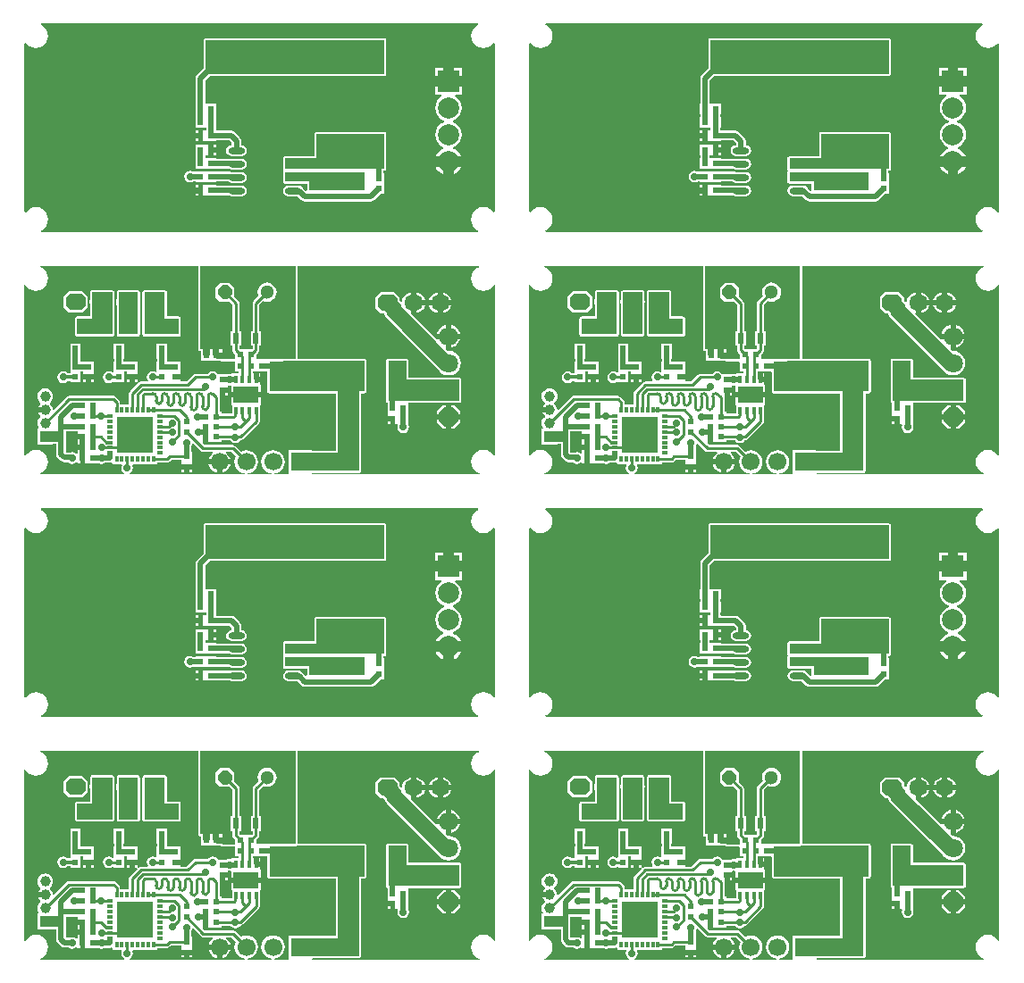
<source format=gtl>
G04*
G04 #@! TF.GenerationSoftware,Altium Limited,Altium Designer,20.1.10 (176)*
G04*
G04 Layer_Physical_Order=1*
G04 Layer_Color=255*
%FSLAX44Y44*%
%MOMM*%
G71*
G04*
G04 #@! TF.SameCoordinates,9745D311-7863-4EED-B8D5-1BD438EF7D2D*
G04*
G04*
G04 #@! TF.FilePolarity,Positive*
G04*
G01*
G75*
%ADD10C,0.2500*%
%ADD11R,0.6000X0.6000*%
%ADD12R,0.6000X0.6000*%
%ADD13R,0.3000X0.8000*%
%ADD14R,2.4000X1.6000*%
%ADD15R,0.6000X1.4000*%
%ADD16R,0.6500X1.2000*%
%ADD17R,0.6000X1.0000*%
%ADD18R,0.6000X0.3000*%
%ADD19R,0.3000X0.6000*%
%ADD20R,3.4500X3.4500*%
%ADD21C,0.5000*%
%ADD22C,1.0000*%
%ADD23C,0.3000*%
%ADD24C,1.5000*%
%ADD25R,2.7000X1.6000*%
%ADD26R,2.5000X3.5000*%
G04:AMPARAMS|DCode=27|XSize=1.55mm|YSize=0.6mm|CornerRadius=0.3mm|HoleSize=0mm|Usage=FLASHONLY|Rotation=180.000|XOffset=0mm|YOffset=0mm|HoleType=Round|Shape=RoundedRectangle|*
%AMROUNDEDRECTD27*
21,1,1.5500,0.0000,0,0,180.0*
21,1,0.9500,0.6000,0,0,180.0*
1,1,0.6000,-0.4750,0.0000*
1,1,0.6000,0.4750,0.0000*
1,1,0.6000,0.4750,0.0000*
1,1,0.6000,-0.4750,0.0000*
%
%ADD27ROUNDEDRECTD27*%
%ADD28R,4.0000X3.0000*%
%ADD29C,1.0000*%
%ADD30R,1.0000X1.0000*%
%ADD31O,1.8000X1.5000*%
G04:AMPARAMS|DCode=32|XSize=1.8mm|YSize=1.5mm|CornerRadius=0mm|HoleSize=0mm|Usage=FLASHONLY|Rotation=360.000|XOffset=0mm|YOffset=0mm|HoleType=Round|Shape=Octagon|*
%AMOCTAGOND32*
4,1,8,0.9000,-0.3750,0.9000,0.3750,0.5250,0.7500,-0.5250,0.7500,-0.9000,0.3750,-0.9000,-0.3750,-0.5250,-0.7500,0.5250,-0.7500,0.9000,-0.3750,0.0*
%
%ADD32OCTAGOND32*%

%ADD33C,1.8000*%
%ADD34P,1.9483X8X112.5*%
%ADD35P,1.4071X8X382.5*%
%ADD36C,1.3000*%
%ADD37C,1.7000*%
%ADD38R,1.7000X1.7000*%
%ADD39C,0.7000*%
%ADD40C,2.0000*%
%ADD41R,2.0000X2.0000*%
G36*
X910858Y890941D02*
X911157Y889441D01*
X910200Y889045D01*
X907798Y887202D01*
X905955Y884800D01*
X904796Y882002D01*
X904401Y879000D01*
X904796Y875998D01*
X905955Y873200D01*
X907798Y870798D01*
X910200Y868955D01*
X912998Y867796D01*
X916000Y867401D01*
X919002Y867796D01*
X921800Y868955D01*
X924202Y870798D01*
X925441Y872413D01*
X926941Y871904D01*
Y712096D01*
X925441Y711587D01*
X924202Y713202D01*
X921800Y715045D01*
X919002Y716204D01*
X916000Y716599D01*
X912998Y716204D01*
X910200Y715045D01*
X907798Y713202D01*
X905955Y710800D01*
X904796Y708002D01*
X904401Y705000D01*
X904796Y701998D01*
X905955Y699200D01*
X907798Y696798D01*
X910200Y694955D01*
X911157Y694559D01*
X910858Y693059D01*
X497142Y693059D01*
X496843Y694559D01*
X497800Y694955D01*
X500202Y696798D01*
X502045Y699200D01*
X503204Y701998D01*
X503599Y705000D01*
X503204Y708002D01*
X502045Y710800D01*
X500202Y713202D01*
X497800Y715045D01*
X495002Y716204D01*
X492000Y716599D01*
X488998Y716204D01*
X486200Y715045D01*
X483798Y713202D01*
X482559Y711587D01*
X481059Y712096D01*
Y871904D01*
X482559Y872413D01*
X483798Y870798D01*
X486200Y868955D01*
X488998Y867796D01*
X492000Y867401D01*
X495002Y867796D01*
X497800Y868955D01*
X500202Y870798D01*
X502045Y873200D01*
X503204Y875998D01*
X503599Y879000D01*
X503204Y882002D01*
X502045Y884800D01*
X500202Y887202D01*
X497800Y889045D01*
X496843Y889441D01*
X497142Y890941D01*
X910858Y890941D01*
D02*
G37*
G36*
X432858D02*
X433157Y889441D01*
X432200Y889045D01*
X429798Y887202D01*
X427955Y884800D01*
X426796Y882002D01*
X426401Y879000D01*
X426796Y875998D01*
X427955Y873200D01*
X429798Y870798D01*
X432200Y868955D01*
X434998Y867796D01*
X438000Y867401D01*
X441002Y867796D01*
X443800Y868955D01*
X446202Y870798D01*
X447441Y872413D01*
X448941Y871904D01*
Y712096D01*
X447441Y711587D01*
X446202Y713202D01*
X443800Y715045D01*
X441002Y716204D01*
X438000Y716599D01*
X434998Y716204D01*
X432200Y715045D01*
X429798Y713202D01*
X427955Y710800D01*
X426796Y708002D01*
X426401Y705000D01*
X426796Y701998D01*
X427955Y699200D01*
X429798Y696798D01*
X432200Y694955D01*
X433157Y694559D01*
X432858Y693059D01*
X19142Y693059D01*
X18843Y694559D01*
X19800Y694955D01*
X22202Y696798D01*
X24045Y699200D01*
X25204Y701998D01*
X25599Y705000D01*
X25204Y708002D01*
X24045Y710800D01*
X22202Y713202D01*
X19800Y715045D01*
X17002Y716204D01*
X14000Y716599D01*
X10998Y716204D01*
X8200Y715045D01*
X5798Y713202D01*
X4559Y711587D01*
X3059Y712096D01*
Y871904D01*
X4559Y872413D01*
X5798Y870798D01*
X8200Y868955D01*
X10998Y867796D01*
X14000Y867401D01*
X17002Y867796D01*
X19800Y868955D01*
X22202Y870798D01*
X24045Y873200D01*
X25204Y875998D01*
X25599Y879000D01*
X25204Y882002D01*
X24045Y884800D01*
X22202Y887202D01*
X19800Y889045D01*
X18843Y889441D01*
X19142Y890941D01*
X432858Y890941D01*
D02*
G37*
G36*
X644961Y660941D02*
X645961Y660941D01*
X645961Y582000D01*
X646116Y581220D01*
X646558Y580558D01*
X647220Y580116D01*
X648000Y579961D01*
X648461D01*
Y576000D01*
X648500Y575803D01*
Y571000D01*
X662303D01*
X662500Y570961D01*
X667007D01*
X667058Y570885D01*
X667063Y570881D01*
X667067Y570876D01*
X667394Y570660D01*
X667720Y570443D01*
X667726Y570441D01*
X667731Y570438D01*
X668116Y570364D01*
X668500Y570287D01*
X668506Y570289D01*
X668512Y570287D01*
X680291Y570358D01*
X681000Y569653D01*
Y561000D01*
X684436D01*
Y559500D01*
X677750D01*
Y559098D01*
X676750Y558322D01*
X675314Y558608D01*
X673168Y558181D01*
X672897Y558000D01*
X664360D01*
X663465Y559339D01*
X661646Y560554D01*
X659500Y560981D01*
X657354Y560554D01*
X655535Y559339D01*
X655099Y558687D01*
X643514D01*
X642246Y558435D01*
X641171Y557716D01*
X634769Y551314D01*
X629085D01*
Y552948D01*
X624085D01*
Y557948D01*
X629085D01*
Y560448D01*
Y570448D01*
X619085D01*
Y570036D01*
X616543D01*
Y570448D01*
X616131D01*
Y573000D01*
X616543D01*
Y587000D01*
X606543D01*
Y573000D01*
X606954D01*
Y570448D01*
X606543D01*
Y560711D01*
X605698Y560072D01*
X604977Y560554D01*
X602831Y560981D01*
X600685Y560554D01*
X598866Y559339D01*
X597650Y557519D01*
X597223Y555373D01*
X597650Y553227D01*
X598260Y552314D01*
X597726Y551314D01*
X591500D01*
X590232Y551061D01*
X589157Y550343D01*
X588887Y550074D01*
X588043Y550643D01*
X588043Y551367D01*
Y552948D01*
X585543D01*
Y550448D01*
X587063D01*
X587848Y550448D01*
X588417Y549603D01*
X581157Y542343D01*
X580439Y541268D01*
X580186Y540000D01*
Y529500D01*
X571814D01*
Y531250D01*
X571562Y532518D01*
X570843Y533593D01*
X567843Y536593D01*
X566768Y537311D01*
X565500Y537564D01*
X523161D01*
X521893Y537311D01*
X520818Y536593D01*
X508768Y524543D01*
X507757Y524946D01*
X507570Y526366D01*
X506865Y528069D01*
X505742Y529531D01*
X505205Y529943D01*
Y531204D01*
X506099Y531890D01*
X507301Y533456D01*
X508057Y535281D01*
X508315Y537239D01*
X508057Y539197D01*
X507301Y541021D01*
X506099Y542588D01*
X504532Y543790D01*
X502708Y544546D01*
X500750Y544804D01*
X498792Y544546D01*
X496968Y543790D01*
X495401Y542588D01*
X494199Y541021D01*
X493443Y539197D01*
X493185Y537239D01*
X493443Y535281D01*
X494199Y533456D01*
X495401Y531890D01*
X496295Y531204D01*
Y529943D01*
X495758Y529531D01*
X494636Y528069D01*
X494209Y527039D01*
X500750D01*
Y522039D01*
X494209D01*
X494636Y521009D01*
X495758Y519546D01*
X496295Y519134D01*
Y517874D01*
X495401Y517188D01*
X494199Y515621D01*
X493443Y513797D01*
X493185Y511839D01*
X493443Y509881D01*
X494199Y508056D01*
X494598Y507536D01*
X494156Y506639D01*
X493250D01*
Y491639D01*
X508250D01*
Y492078D01*
X511266D01*
Y482062D01*
X511615Y480306D01*
X512610Y478817D01*
X515539Y475888D01*
X517027Y474894D01*
X518783Y474544D01*
X522894D01*
X524354Y473569D01*
X526500Y473142D01*
X528646Y473569D01*
X530250Y474641D01*
X531250Y474296D01*
Y473750D01*
X533750D01*
Y478750D01*
X538750D01*
Y473750D01*
X551250D01*
X551250Y473750D01*
X552101Y473571D01*
X552104Y473569D01*
X552104Y473569D01*
X554250Y473142D01*
X556396Y473569D01*
X557283Y474162D01*
X562500D01*
X564000Y474460D01*
X565000Y473897D01*
Y472500D01*
X573163D01*
X573635Y471618D01*
X573319Y471146D01*
X572892Y469000D01*
X573319Y466854D01*
X574535Y465035D01*
X575996Y464059D01*
X575692Y463059D01*
X495835D01*
X495636Y464059D01*
X497800Y464955D01*
X500202Y466798D01*
X502045Y469200D01*
X503204Y471998D01*
X503599Y475000D01*
X503204Y478002D01*
X502045Y480800D01*
X500202Y483202D01*
X497800Y485045D01*
X495002Y486204D01*
X492000Y486599D01*
X488998Y486204D01*
X486200Y485045D01*
X483798Y483202D01*
X482059Y480935D01*
X481059Y481025D01*
Y642975D01*
X482059Y643065D01*
X483798Y640798D01*
X486200Y638955D01*
X488998Y637796D01*
X492000Y637401D01*
X495002Y637796D01*
X497800Y638955D01*
X500202Y640798D01*
X502045Y643200D01*
X503204Y645998D01*
X503599Y649000D01*
X503204Y652002D01*
X502045Y654800D01*
X500202Y657202D01*
X497800Y659045D01*
X495636Y659941D01*
X495835Y660941D01*
X644961Y660941D01*
D02*
G37*
G36*
X166961D02*
X167961Y660941D01*
X167961Y582000D01*
X168116Y581220D01*
X168558Y580558D01*
X169220Y580116D01*
X170000Y579961D01*
X170461D01*
Y576000D01*
X170500Y575803D01*
Y571000D01*
X184303D01*
X184500Y570961D01*
X189007D01*
X189058Y570885D01*
X189063Y570881D01*
X189067Y570876D01*
X189394Y570660D01*
X189720Y570443D01*
X189726Y570441D01*
X189731Y570438D01*
X190116Y570364D01*
X190500Y570287D01*
X190506Y570289D01*
X190512Y570287D01*
X202291Y570358D01*
X203000Y569653D01*
Y561000D01*
X206436D01*
Y559500D01*
X199750D01*
Y559098D01*
X198750Y558322D01*
X197314Y558608D01*
X195168Y558181D01*
X194897Y558000D01*
X186360D01*
X185465Y559339D01*
X183646Y560554D01*
X181500Y560981D01*
X179354Y560554D01*
X177535Y559339D01*
X177099Y558687D01*
X165515D01*
X164246Y558435D01*
X163171Y557716D01*
X156769Y551314D01*
X151085D01*
Y552948D01*
X146085D01*
Y557948D01*
X151085D01*
Y560448D01*
Y570448D01*
X141085D01*
Y570036D01*
X138542D01*
Y570448D01*
X138131D01*
Y573000D01*
X138542D01*
Y587000D01*
X128543D01*
Y573000D01*
X128954D01*
Y570448D01*
X128543D01*
Y560711D01*
X127698Y560072D01*
X126977Y560554D01*
X124831Y560981D01*
X122685Y560554D01*
X120865Y559339D01*
X119650Y557519D01*
X119223Y555373D01*
X119650Y553227D01*
X120260Y552314D01*
X119726Y551314D01*
X113500D01*
X112232Y551061D01*
X111157Y550343D01*
X110887Y550074D01*
X110043Y550643D01*
X110043Y551367D01*
Y552948D01*
X107543D01*
Y550448D01*
X109063D01*
X109848Y550448D01*
X110417Y549603D01*
X103157Y542343D01*
X102439Y541268D01*
X102186Y540000D01*
Y529500D01*
X93814D01*
Y531250D01*
X93561Y532518D01*
X92843Y533593D01*
X89843Y536593D01*
X88768Y537311D01*
X87500Y537564D01*
X45161D01*
X43893Y537311D01*
X42818Y536593D01*
X30768Y524543D01*
X29757Y524946D01*
X29570Y526366D01*
X28865Y528069D01*
X27743Y529531D01*
X27205Y529943D01*
Y531204D01*
X28099Y531890D01*
X29301Y533456D01*
X30057Y535281D01*
X30315Y537239D01*
X30057Y539197D01*
X29301Y541021D01*
X28099Y542588D01*
X26532Y543790D01*
X24708Y544546D01*
X22750Y544804D01*
X20792Y544546D01*
X18968Y543790D01*
X17401Y542588D01*
X16199Y541021D01*
X15443Y539197D01*
X15185Y537239D01*
X15443Y535281D01*
X16199Y533456D01*
X17401Y531890D01*
X18295Y531204D01*
Y529943D01*
X17758Y529531D01*
X16636Y528069D01*
X16209Y527039D01*
X22750D01*
Y522039D01*
X16209D01*
X16636Y521009D01*
X17758Y519546D01*
X18295Y519134D01*
Y517874D01*
X17401Y517188D01*
X16199Y515621D01*
X15443Y513797D01*
X15185Y511839D01*
X15443Y509881D01*
X16199Y508056D01*
X16598Y507536D01*
X16156Y506639D01*
X15250D01*
Y491639D01*
X30250D01*
Y492078D01*
X33266D01*
Y482062D01*
X33615Y480306D01*
X34610Y478817D01*
X37539Y475888D01*
X39027Y474894D01*
X40783Y474544D01*
X44894D01*
X46354Y473569D01*
X48500Y473142D01*
X50646Y473569D01*
X52250Y474641D01*
X53250Y474296D01*
Y473750D01*
X55750D01*
Y478750D01*
X60750D01*
Y473750D01*
X73250D01*
X73250Y473750D01*
X74101Y473571D01*
X74104Y473569D01*
X74104Y473569D01*
X76250Y473142D01*
X78396Y473569D01*
X79283Y474162D01*
X84500D01*
X86000Y474460D01*
X87000Y473897D01*
Y472500D01*
X95163D01*
X95635Y471618D01*
X95319Y471146D01*
X94892Y469000D01*
X95319Y466854D01*
X96535Y465035D01*
X97996Y464059D01*
X97692Y463059D01*
X17835D01*
X17636Y464059D01*
X19800Y464955D01*
X22202Y466798D01*
X24045Y469200D01*
X25204Y471998D01*
X25599Y475000D01*
X25204Y478002D01*
X24045Y480800D01*
X22202Y483202D01*
X19800Y485045D01*
X17002Y486204D01*
X14000Y486599D01*
X10998Y486204D01*
X8200Y485045D01*
X5798Y483202D01*
X4059Y480935D01*
X3059Y481025D01*
Y642975D01*
X4059Y643065D01*
X5798Y640798D01*
X8200Y638955D01*
X10998Y637796D01*
X14000Y637401D01*
X17002Y637796D01*
X19800Y638955D01*
X22202Y640798D01*
X24045Y643200D01*
X25204Y645998D01*
X25599Y649000D01*
X25204Y652002D01*
X24045Y654800D01*
X22202Y657202D01*
X19800Y659045D01*
X17636Y659941D01*
X17835Y660941D01*
X166961Y660941D01*
D02*
G37*
G36*
X738000Y572744D02*
X701000Y572522D01*
Y577021D01*
X702843Y578864D01*
X703561Y579939D01*
X703814Y581207D01*
Y585000D01*
X705500D01*
Y599000D01*
X703814D01*
Y624127D01*
X707425Y627739D01*
X708651Y627232D01*
X711000Y626922D01*
X713350Y627232D01*
X715539Y628139D01*
X717419Y629581D01*
X718861Y631461D01*
X719768Y633651D01*
X720078Y636000D01*
X719768Y638349D01*
X718861Y640539D01*
X717419Y642419D01*
X715539Y643861D01*
X713350Y644768D01*
X711000Y645078D01*
X708651Y644768D01*
X706461Y643861D01*
X704581Y642419D01*
X703139Y640539D01*
X702232Y638349D01*
X701922Y636000D01*
X702232Y633651D01*
X702739Y632425D01*
X698157Y627843D01*
X697439Y626768D01*
X697397Y626558D01*
X697186Y625500D01*
Y599000D01*
X695500D01*
Y585000D01*
X697186D01*
Y582580D01*
X696314Y581707D01*
X685686D01*
X684814Y582580D01*
Y585000D01*
X686500D01*
Y599000D01*
X684814D01*
Y625500D01*
X684603Y626558D01*
X684561Y626768D01*
X683843Y627843D01*
X680000Y631686D01*
Y640500D01*
X675500Y645000D01*
X666500D01*
X662000Y640500D01*
Y631500D01*
X666500Y627000D01*
X675314D01*
X678186Y624127D01*
Y599000D01*
X676500D01*
Y585000D01*
X678186D01*
Y581207D01*
X678397Y580150D01*
X678439Y579939D01*
X679157Y578864D01*
X681000Y577021D01*
Y572402D01*
X668500Y572327D01*
Y573000D01*
X662500D01*
Y576000D01*
X659500D01*
Y582000D01*
X656500D01*
Y576000D01*
X650500D01*
Y582000D01*
X648000D01*
X648000Y660941D01*
X738000D01*
Y572744D01*
D02*
G37*
G36*
X260000D02*
X223000Y572522D01*
Y577021D01*
X224843Y578864D01*
X225561Y579939D01*
X225814Y581207D01*
Y585000D01*
X227500D01*
Y599000D01*
X225814D01*
Y624127D01*
X229425Y627739D01*
X230651Y627232D01*
X233000Y626922D01*
X235350Y627232D01*
X237539Y628139D01*
X239419Y629581D01*
X240861Y631461D01*
X241768Y633651D01*
X242078Y636000D01*
X241768Y638349D01*
X240861Y640539D01*
X239419Y642419D01*
X237539Y643861D01*
X235350Y644768D01*
X233000Y645078D01*
X230651Y644768D01*
X228461Y643861D01*
X226581Y642419D01*
X225139Y640539D01*
X224232Y638349D01*
X223922Y636000D01*
X224232Y633651D01*
X224739Y632425D01*
X220157Y627843D01*
X219439Y626768D01*
X219397Y626558D01*
X219186Y625500D01*
Y599000D01*
X217500D01*
Y585000D01*
X219186D01*
Y582580D01*
X218314Y581707D01*
X207686D01*
X206814Y582580D01*
Y585000D01*
X208500D01*
Y599000D01*
X206814D01*
Y625500D01*
X206603Y626558D01*
X206561Y626768D01*
X205843Y627843D01*
X202000Y631686D01*
Y640500D01*
X197500Y645000D01*
X188500D01*
X184000Y640500D01*
Y631500D01*
X188500Y627000D01*
X197314D01*
X200186Y624127D01*
Y599000D01*
X198500D01*
Y585000D01*
X200186D01*
Y581207D01*
X200397Y580150D01*
X200439Y579939D01*
X201157Y578864D01*
X203000Y577021D01*
Y572402D01*
X190500Y572327D01*
Y573000D01*
X184500D01*
Y576000D01*
X181500D01*
Y582000D01*
X178500D01*
Y576000D01*
X172500D01*
Y582000D01*
X170000D01*
X170000Y660941D01*
X260000D01*
Y572744D01*
D02*
G37*
G36*
X711310Y560129D02*
Y542000D01*
X711466Y541220D01*
X711908Y540558D01*
X712569Y540116D01*
X713350Y539961D01*
X775962D01*
Y485539D01*
X753100Y485539D01*
Y486000D01*
X731100D01*
Y464000D01*
X731100D01*
X730958Y463059D01*
X717932D01*
X717866Y464059D01*
X719572Y464283D01*
X722247Y465392D01*
X724545Y467155D01*
X726309Y469453D01*
X727417Y472128D01*
X727795Y475000D01*
X727417Y477872D01*
X726309Y480547D01*
X724545Y482845D01*
X722247Y484608D01*
X719572Y485717D01*
X716700Y486095D01*
X713829Y485717D01*
X711153Y484608D01*
X708855Y482845D01*
X707092Y480547D01*
X705983Y477872D01*
X705605Y475000D01*
X705983Y472128D01*
X707092Y469453D01*
X708855Y467155D01*
X711153Y465392D01*
X713829Y464283D01*
X715534Y464059D01*
X715468Y463059D01*
X692532Y463059D01*
X692466Y464059D01*
X694172Y464283D01*
X696848Y465392D01*
X699145Y467155D01*
X700909Y469453D01*
X702017Y472128D01*
X702395Y475000D01*
X702017Y477872D01*
X700909Y480547D01*
X699145Y482845D01*
X696848Y484608D01*
X694172Y485717D01*
X691300Y486095D01*
X688428Y485717D01*
X686195Y484791D01*
X680893Y490093D01*
X679818Y490811D01*
X678550Y491064D01*
X651837D01*
X650154Y492746D01*
X650500Y493581D01*
Y498670D01*
X655500D01*
Y493670D01*
X668000D01*
Y495357D01*
X676486D01*
X677035Y494535D01*
X678854Y493319D01*
X681000Y492892D01*
X683146Y493319D01*
X684965Y494535D01*
X685515Y495357D01*
X685670D01*
X686938Y495609D01*
X688013Y496327D01*
X703093Y511407D01*
X703811Y512482D01*
X704064Y513750D01*
Y517500D01*
X704250D01*
Y528500D01*
X705000D01*
Y536000D01*
X677000D01*
Y528500D01*
X677750D01*
Y523570D01*
X677686Y523250D01*
Y520984D01*
X668000D01*
Y522670D01*
X666314D01*
Y536400D01*
X666194Y537000D01*
X666951Y538000D01*
X673500D01*
Y540500D01*
X668500D01*
Y545500D01*
X673500D01*
Y546965D01*
X674273Y547599D01*
X675314Y547392D01*
X676227Y547574D01*
X677000Y546939D01*
Y541000D01*
X705000D01*
Y548500D01*
X704250D01*
Y551000D01*
X700750D01*
Y553500D01*
X698250D01*
Y559500D01*
X697564D01*
Y561000D01*
X711000D01*
X711310Y560129D01*
D02*
G37*
G36*
X233310D02*
Y542000D01*
X233465Y541220D01*
X233908Y540558D01*
X234569Y540116D01*
X235350Y539961D01*
X297962D01*
Y485539D01*
X275100Y485539D01*
Y486000D01*
X253100D01*
Y464000D01*
X253100D01*
X252959Y463059D01*
X239932D01*
X239866Y464059D01*
X241572Y464283D01*
X244247Y465392D01*
X246545Y467155D01*
X248309Y469453D01*
X249417Y472128D01*
X249795Y475000D01*
X249417Y477872D01*
X248309Y480547D01*
X246545Y482845D01*
X244247Y484608D01*
X241572Y485717D01*
X238700Y486095D01*
X235828Y485717D01*
X233153Y484608D01*
X230855Y482845D01*
X229092Y480547D01*
X227983Y477872D01*
X227605Y475000D01*
X227983Y472128D01*
X229092Y469453D01*
X230855Y467155D01*
X233153Y465392D01*
X235828Y464283D01*
X237534Y464059D01*
X237468Y463059D01*
X214532Y463059D01*
X214466Y464059D01*
X216172Y464283D01*
X218848Y465392D01*
X221145Y467155D01*
X222908Y469453D01*
X224017Y472128D01*
X224395Y475000D01*
X224017Y477872D01*
X222908Y480547D01*
X221145Y482845D01*
X218848Y484608D01*
X216172Y485717D01*
X213300Y486095D01*
X210429Y485717D01*
X208195Y484791D01*
X202893Y490093D01*
X201818Y490811D01*
X200550Y491064D01*
X173837D01*
X172154Y492746D01*
X172500Y493581D01*
Y498670D01*
X177500D01*
Y493670D01*
X190000D01*
Y495357D01*
X198486D01*
X199035Y494535D01*
X200854Y493319D01*
X203000Y492892D01*
X205146Y493319D01*
X206965Y494535D01*
X207514Y495357D01*
X207670D01*
X208938Y495609D01*
X210013Y496327D01*
X225093Y511407D01*
X225811Y512482D01*
X226064Y513750D01*
Y517500D01*
X226250D01*
Y528500D01*
X227000D01*
Y536000D01*
X199000D01*
Y528500D01*
X199750D01*
Y523570D01*
X199686Y523250D01*
Y520984D01*
X190000D01*
Y522670D01*
X188314D01*
Y536400D01*
X188194Y537000D01*
X188951Y538000D01*
X195500D01*
Y540500D01*
X190500D01*
Y545500D01*
X195500D01*
Y546965D01*
X196273Y547599D01*
X197314Y547392D01*
X198227Y547574D01*
X199000Y546939D01*
Y541000D01*
X227000D01*
Y548500D01*
X226250D01*
Y551000D01*
X222750D01*
Y553500D01*
X220250D01*
Y559500D01*
X219564D01*
Y561000D01*
X233000D01*
X233310Y560129D01*
D02*
G37*
G36*
X531250Y501170D02*
X536250D01*
Y496170D01*
X531250D01*
Y493670D01*
Y491250D01*
X536250D01*
Y486250D01*
X531250D01*
Y484750D01*
X531250Y483750D01*
Y483750D01*
X530652Y482998D01*
X530250Y482859D01*
X528646Y483931D01*
X526500Y484358D01*
X524354Y483931D01*
X524040Y483721D01*
X520684D01*
X520442Y483962D01*
Y503912D01*
X531250D01*
Y501170D01*
D02*
G37*
G36*
X53250D02*
X58250D01*
Y496170D01*
X53250D01*
Y493670D01*
Y491250D01*
X58250D01*
Y486250D01*
X53250D01*
Y484750D01*
X53250Y483750D01*
Y483750D01*
X52652Y482998D01*
X52250Y482859D01*
X50646Y483931D01*
X48500Y484358D01*
X46354Y483931D01*
X46040Y483721D01*
X42684D01*
X42442Y483962D01*
Y503912D01*
X53250D01*
Y501170D01*
D02*
G37*
G36*
X912165Y660941D02*
X912364Y659941D01*
X910200Y659045D01*
X907798Y657202D01*
X905955Y654799D01*
X904796Y652002D01*
X904401Y649000D01*
X904796Y645998D01*
X905955Y643200D01*
X907798Y640798D01*
X910200Y638955D01*
X912998Y637796D01*
X916000Y637401D01*
X919002Y637796D01*
X921800Y638955D01*
X924202Y640798D01*
X925941Y643065D01*
X926941Y642975D01*
Y481025D01*
X925941Y480935D01*
X924202Y483202D01*
X921800Y485045D01*
X919002Y486204D01*
X916000Y486599D01*
X912998Y486204D01*
X910200Y485045D01*
X907798Y483202D01*
X905955Y480800D01*
X904796Y478002D01*
X904401Y475000D01*
X904796Y471998D01*
X905955Y469200D01*
X907798Y466798D01*
X910200Y464955D01*
X912364Y464059D01*
X912165Y463059D01*
X754133D01*
X753634Y464059D01*
X753935Y464461D01*
X798001Y464461D01*
X798781Y464616D01*
X799443Y465058D01*
X799885Y465720D01*
X800040Y466500D01*
X800040Y539961D01*
X803000D01*
X803780Y540116D01*
X804442Y540558D01*
X804884Y541220D01*
X805039Y542000D01*
Y571000D01*
X804884Y571780D01*
X804442Y572442D01*
X804250Y572570D01*
Y572700D01*
X804056D01*
X803780Y572884D01*
X803000Y573039D01*
X740039D01*
Y660941D01*
X912165Y660941D01*
D02*
G37*
G36*
X434165D02*
X434364Y659941D01*
X432200Y659045D01*
X429798Y657202D01*
X427955Y654799D01*
X426796Y652002D01*
X426401Y649000D01*
X426796Y645998D01*
X427955Y643200D01*
X429798Y640798D01*
X432200Y638955D01*
X434998Y637796D01*
X438000Y637401D01*
X441002Y637796D01*
X443800Y638955D01*
X446202Y640798D01*
X447941Y643065D01*
X448941Y642975D01*
Y481025D01*
X447941Y480935D01*
X446202Y483202D01*
X443800Y485045D01*
X441002Y486204D01*
X438000Y486599D01*
X434998Y486204D01*
X432200Y485045D01*
X429798Y483202D01*
X427955Y480800D01*
X426796Y478002D01*
X426401Y475000D01*
X426796Y471998D01*
X427955Y469200D01*
X429798Y466798D01*
X432200Y464955D01*
X434364Y464059D01*
X434165Y463059D01*
X276133D01*
X275634Y464059D01*
X275935Y464461D01*
X320001Y464461D01*
X320781Y464616D01*
X321443Y465058D01*
X321885Y465720D01*
X322040Y466500D01*
X322040Y539961D01*
X325000D01*
X325780Y540116D01*
X326442Y540558D01*
X326884Y541220D01*
X327039Y542000D01*
Y571000D01*
X326884Y571780D01*
X326442Y572442D01*
X326250Y572570D01*
Y572700D01*
X326056D01*
X325780Y572884D01*
X325000Y573039D01*
X262039D01*
Y660941D01*
X434165Y660941D01*
D02*
G37*
G36*
X648121Y485407D02*
X649196Y484689D01*
X650465Y484436D01*
X659307D01*
X659646Y483436D01*
X658411Y482489D01*
X656728Y480295D01*
X655670Y477741D01*
X655639Y477500D01*
X676161D01*
X676130Y477741D01*
X675072Y480295D01*
X673389Y482489D01*
X672154Y483436D01*
X672493Y484436D01*
X677178D01*
X681508Y480105D01*
X680583Y477872D01*
X680205Y475000D01*
X680583Y472128D01*
X681692Y469453D01*
X683455Y467155D01*
X685753Y465392D01*
X688428Y464283D01*
X690134Y464059D01*
X690068Y463059D01*
X581308D01*
X581004Y464059D01*
X582465Y465035D01*
X583681Y466854D01*
X584108Y469000D01*
X583681Y471146D01*
X583366Y471618D01*
X583837Y472500D01*
X607000D01*
Y474186D01*
X616232D01*
X617500Y474439D01*
X618575Y475157D01*
X620105Y476686D01*
X629715D01*
Y472500D01*
X639715D01*
Y475000D01*
Y485000D01*
X639338D01*
Y490467D01*
X639931Y491354D01*
X640096Y492185D01*
X641053Y492475D01*
X648121Y485407D01*
D02*
G37*
G36*
X170121D02*
X171196Y484689D01*
X172465Y484436D01*
X181307D01*
X181646Y483436D01*
X180411Y482489D01*
X178728Y480295D01*
X177670Y477741D01*
X177639Y477500D01*
X198162D01*
X198130Y477741D01*
X197072Y480295D01*
X195389Y482489D01*
X194154Y483436D01*
X194493Y484436D01*
X199177D01*
X203508Y480105D01*
X202583Y477872D01*
X202205Y475000D01*
X202583Y472128D01*
X203692Y469453D01*
X205455Y467155D01*
X207753Y465392D01*
X210429Y464283D01*
X212134Y464059D01*
X212068Y463059D01*
X103308D01*
X103005Y464059D01*
X104465Y465035D01*
X105681Y466854D01*
X106108Y469000D01*
X105681Y471146D01*
X105365Y471618D01*
X105837Y472500D01*
X129000D01*
Y474186D01*
X138232D01*
X139500Y474439D01*
X140575Y475157D01*
X142105Y476686D01*
X151715D01*
Y472500D01*
X161715D01*
Y475000D01*
Y485000D01*
X161338D01*
Y490467D01*
X161931Y491354D01*
X162096Y492185D01*
X163053Y492475D01*
X170121Y485407D01*
D02*
G37*
G36*
X803000Y542000D02*
X798001D01*
X798001Y466500D01*
X733750Y466500D01*
X733750Y483500D01*
X778001Y483500D01*
Y542000D01*
X713350D01*
Y570557D01*
X738012Y570705D01*
X738397Y570784D01*
X738780Y570860D01*
X738786Y570864D01*
X738792Y570865D01*
X738991Y571000D01*
X803000D01*
Y542000D01*
D02*
G37*
G36*
X325000D02*
X320001D01*
X320001Y466500D01*
X255750Y466500D01*
X255750Y483500D01*
X300001Y483500D01*
Y542000D01*
X235350D01*
Y570557D01*
X260012Y570705D01*
X260397Y570784D01*
X260780Y570860D01*
X260786Y570864D01*
X260792Y570865D01*
X260991Y571000D01*
X325000D01*
Y542000D01*
D02*
G37*
G36*
X432858Y430941D02*
X433157Y429441D01*
X432200Y429045D01*
X429798Y427202D01*
X427955Y424800D01*
X426796Y422002D01*
X426401Y419000D01*
X426796Y415998D01*
X427955Y413200D01*
X429798Y410798D01*
X432200Y408955D01*
X434998Y407796D01*
X438000Y407401D01*
X441002Y407796D01*
X443800Y408955D01*
X446202Y410798D01*
X447441Y412413D01*
X448941Y411904D01*
Y252096D01*
X447441Y251587D01*
X446202Y253202D01*
X443800Y255045D01*
X441002Y256204D01*
X438000Y256599D01*
X434998Y256204D01*
X432200Y255045D01*
X429798Y253202D01*
X427955Y250800D01*
X426796Y248002D01*
X426401Y245000D01*
X426796Y241998D01*
X427955Y239200D01*
X429798Y236798D01*
X432200Y234955D01*
X433157Y234559D01*
X432858Y233059D01*
X19142Y233059D01*
X18843Y234559D01*
X19800Y234955D01*
X22202Y236798D01*
X24045Y239200D01*
X25204Y241998D01*
X25599Y245000D01*
X25204Y248002D01*
X24045Y250800D01*
X22202Y253202D01*
X19800Y255045D01*
X17002Y256204D01*
X14000Y256599D01*
X10998Y256204D01*
X8200Y255045D01*
X5798Y253202D01*
X4559Y251586D01*
X3059Y252096D01*
Y411904D01*
X4559Y412413D01*
X5798Y410798D01*
X8200Y408955D01*
X10998Y407796D01*
X14000Y407401D01*
X17002Y407796D01*
X19800Y408955D01*
X22202Y410798D01*
X24045Y413200D01*
X25204Y415998D01*
X25599Y419000D01*
X25204Y422002D01*
X24045Y424800D01*
X22202Y427202D01*
X19800Y429045D01*
X18843Y429441D01*
X19142Y430941D01*
X432858Y430941D01*
D02*
G37*
G36*
X910858Y430941D02*
X911157Y429441D01*
X910200Y429045D01*
X907798Y427202D01*
X905955Y424799D01*
X904796Y422002D01*
X904401Y419000D01*
X904796Y415998D01*
X905955Y413200D01*
X907798Y410798D01*
X910200Y408955D01*
X912998Y407796D01*
X916000Y407401D01*
X919002Y407796D01*
X921800Y408955D01*
X924202Y410798D01*
X925441Y412413D01*
X926941Y411904D01*
Y252096D01*
X925441Y251586D01*
X924202Y253202D01*
X921800Y255045D01*
X919002Y256204D01*
X916000Y256599D01*
X912998Y256204D01*
X910200Y255045D01*
X907798Y253202D01*
X905955Y250800D01*
X904796Y248002D01*
X904401Y245000D01*
X904796Y241998D01*
X905955Y239200D01*
X907798Y236798D01*
X910200Y234955D01*
X911157Y234559D01*
X910858Y233059D01*
X497142Y233059D01*
X496843Y234559D01*
X497800Y234955D01*
X500202Y236798D01*
X502045Y239200D01*
X503204Y241998D01*
X503599Y245000D01*
X503204Y248002D01*
X502045Y250800D01*
X500202Y253202D01*
X497800Y255045D01*
X495002Y256204D01*
X492000Y256599D01*
X488998Y256204D01*
X486200Y255045D01*
X483798Y253202D01*
X482559Y251586D01*
X481059Y252096D01*
Y411904D01*
X482559Y412413D01*
X483798Y410798D01*
X486200Y408955D01*
X488998Y407796D01*
X492000Y407401D01*
X495002Y407796D01*
X497800Y408955D01*
X500202Y410798D01*
X502045Y413200D01*
X503204Y415998D01*
X503599Y419000D01*
X503204Y422002D01*
X502045Y424800D01*
X500202Y427202D01*
X497800Y429045D01*
X496843Y429441D01*
X497142Y430941D01*
X910858Y430941D01*
D02*
G37*
G36*
X644961Y200941D02*
X645961Y200941D01*
X645961Y122000D01*
X646116Y121220D01*
X646558Y120558D01*
X647220Y120116D01*
X648000Y119961D01*
X648461D01*
Y116000D01*
X648500Y115803D01*
Y111000D01*
X662303D01*
X662500Y110961D01*
X667007D01*
X667058Y110885D01*
X667063Y110881D01*
X667067Y110876D01*
X667394Y110660D01*
X667720Y110442D01*
X667726Y110441D01*
X667731Y110438D01*
X668116Y110364D01*
X668500Y110287D01*
X668506Y110288D01*
X668512Y110287D01*
X680291Y110358D01*
X681000Y109653D01*
Y101000D01*
X684436D01*
Y99500D01*
X677750D01*
Y99098D01*
X676750Y98322D01*
X675314Y98608D01*
X673168Y98181D01*
X672897Y98000D01*
X664360D01*
X663465Y99339D01*
X661646Y100554D01*
X659500Y100981D01*
X657354Y100554D01*
X655535Y99339D01*
X655099Y98687D01*
X643514D01*
X642246Y98435D01*
X641171Y97717D01*
X634769Y91314D01*
X629085D01*
Y92948D01*
X624085D01*
Y97948D01*
X629085D01*
Y100448D01*
Y110448D01*
X619085D01*
Y110036D01*
X616543D01*
Y110448D01*
X616131D01*
Y113000D01*
X616543D01*
Y127000D01*
X606543D01*
Y113000D01*
X606954D01*
Y110448D01*
X606543D01*
Y100711D01*
X605698Y100072D01*
X604977Y100554D01*
X602831Y100981D01*
X600685Y100554D01*
X598866Y99339D01*
X597650Y97519D01*
X597223Y95373D01*
X597650Y93227D01*
X598260Y92314D01*
X597726Y91314D01*
X591500D01*
X590232Y91061D01*
X589157Y90343D01*
X588887Y90074D01*
X588043Y90643D01*
X588043Y91367D01*
Y92948D01*
X585543D01*
Y90448D01*
X587063D01*
X587848Y90448D01*
X588417Y89603D01*
X581157Y82343D01*
X580439Y81268D01*
X580186Y80000D01*
Y69500D01*
X571814D01*
Y71250D01*
X571562Y72518D01*
X570843Y73593D01*
X567843Y76593D01*
X566768Y77311D01*
X565500Y77564D01*
X523161D01*
X521893Y77311D01*
X520818Y76593D01*
X508768Y64543D01*
X507757Y64946D01*
X507570Y66366D01*
X506865Y68069D01*
X505742Y69531D01*
X505205Y69943D01*
Y71204D01*
X506099Y71890D01*
X507301Y73456D01*
X508057Y75281D01*
X508315Y77239D01*
X508057Y79197D01*
X507301Y81021D01*
X506099Y82588D01*
X504532Y83790D01*
X502708Y84546D01*
X500750Y84803D01*
X498792Y84546D01*
X496968Y83790D01*
X495401Y82588D01*
X494199Y81021D01*
X493443Y79197D01*
X493185Y77239D01*
X493443Y75281D01*
X494199Y73456D01*
X495401Y71890D01*
X496295Y71204D01*
Y69943D01*
X495758Y69531D01*
X494636Y68069D01*
X494209Y67039D01*
X500750D01*
Y62039D01*
X494209D01*
X494636Y61009D01*
X495758Y59546D01*
X496295Y59134D01*
Y57874D01*
X495401Y57188D01*
X494199Y55621D01*
X493443Y53797D01*
X493185Y51839D01*
X493443Y49881D01*
X494199Y48056D01*
X494598Y47536D01*
X494156Y46639D01*
X493250D01*
Y31639D01*
X508250D01*
Y32078D01*
X511266D01*
Y22062D01*
X511615Y20306D01*
X512610Y18817D01*
X515539Y15888D01*
X517027Y14894D01*
X518783Y14545D01*
X522894D01*
X524354Y13569D01*
X526500Y13142D01*
X528646Y13569D01*
X530250Y14641D01*
X531250Y14296D01*
Y13750D01*
X533750D01*
Y18750D01*
X538750D01*
Y13750D01*
X551250D01*
X551250Y13750D01*
X552101Y13571D01*
X552104Y13569D01*
X552104Y13569D01*
X554250Y13142D01*
X556396Y13569D01*
X557283Y14162D01*
X562500D01*
X564000Y14460D01*
X565000Y13897D01*
Y12500D01*
X573163D01*
X573635Y11618D01*
X573319Y11146D01*
X572892Y9000D01*
X573319Y6854D01*
X574535Y5035D01*
X575996Y4059D01*
X575692Y3059D01*
X495835D01*
X495636Y4059D01*
X497800Y4955D01*
X500202Y6798D01*
X502045Y9200D01*
X503204Y11998D01*
X503599Y15000D01*
X503204Y18002D01*
X502045Y20800D01*
X500202Y23202D01*
X497800Y25045D01*
X495002Y26204D01*
X492000Y26599D01*
X488998Y26204D01*
X486200Y25045D01*
X483798Y23202D01*
X482059Y20935D01*
X481059Y21025D01*
Y182975D01*
X482059Y183065D01*
X483798Y180798D01*
X486200Y178955D01*
X488998Y177796D01*
X492000Y177401D01*
X495002Y177796D01*
X497800Y178955D01*
X500202Y180798D01*
X502045Y183200D01*
X503204Y185998D01*
X503599Y189000D01*
X503204Y192002D01*
X502045Y194800D01*
X500202Y197202D01*
X497800Y199045D01*
X495636Y199941D01*
X495835Y200941D01*
X644961Y200941D01*
D02*
G37*
G36*
X166961D02*
X167961Y200941D01*
X167961Y122000D01*
X168116Y121220D01*
X168558Y120558D01*
X169220Y120116D01*
X170000Y119961D01*
X170461D01*
Y116000D01*
X170500Y115803D01*
Y111000D01*
X184303D01*
X184500Y110961D01*
X189007D01*
X189058Y110885D01*
X189063Y110881D01*
X189067Y110876D01*
X189394Y110660D01*
X189720Y110442D01*
X189726Y110441D01*
X189731Y110438D01*
X190116Y110364D01*
X190500Y110287D01*
X190506Y110288D01*
X190512Y110287D01*
X202291Y110358D01*
X203000Y109653D01*
Y101000D01*
X206436D01*
Y99500D01*
X199750D01*
Y99098D01*
X198750Y98322D01*
X197314Y98608D01*
X195168Y98181D01*
X194897Y98000D01*
X186360D01*
X185465Y99339D01*
X183646Y100554D01*
X181500Y100981D01*
X179354Y100554D01*
X177535Y99339D01*
X177099Y98687D01*
X165515D01*
X164246Y98435D01*
X163171Y97717D01*
X156769Y91314D01*
X151085D01*
Y92948D01*
X146085D01*
Y97948D01*
X151085D01*
Y100448D01*
Y110448D01*
X141085D01*
Y110036D01*
X138542D01*
Y110448D01*
X138131D01*
Y113000D01*
X138542D01*
Y127000D01*
X128543D01*
Y113000D01*
X128954D01*
Y110448D01*
X128543D01*
Y100711D01*
X127698Y100072D01*
X126977Y100554D01*
X124831Y100981D01*
X122685Y100554D01*
X120865Y99339D01*
X119650Y97519D01*
X119223Y95373D01*
X119650Y93227D01*
X120260Y92314D01*
X119726Y91314D01*
X113500D01*
X112232Y91061D01*
X111157Y90343D01*
X110887Y90074D01*
X110043Y90643D01*
X110043Y91367D01*
Y92948D01*
X107543D01*
Y90448D01*
X109063D01*
X109848Y90448D01*
X110417Y89603D01*
X103157Y82343D01*
X102439Y81268D01*
X102186Y80000D01*
Y69500D01*
X93814D01*
Y71250D01*
X93561Y72518D01*
X92843Y73593D01*
X89843Y76593D01*
X88768Y77311D01*
X87500Y77564D01*
X45161D01*
X43893Y77311D01*
X42818Y76593D01*
X30768Y64543D01*
X29757Y64946D01*
X29570Y66366D01*
X28865Y68069D01*
X27743Y69531D01*
X27205Y69943D01*
Y71204D01*
X28099Y71890D01*
X29301Y73456D01*
X30057Y75281D01*
X30315Y77239D01*
X30057Y79197D01*
X29301Y81021D01*
X28099Y82588D01*
X26532Y83790D01*
X24708Y84546D01*
X22750Y84803D01*
X20792Y84546D01*
X18968Y83790D01*
X17401Y82588D01*
X16199Y81021D01*
X15443Y79197D01*
X15185Y77239D01*
X15443Y75281D01*
X16199Y73456D01*
X17401Y71890D01*
X18295Y71204D01*
Y69943D01*
X17758Y69531D01*
X16636Y68069D01*
X16209Y67039D01*
X22750D01*
Y62039D01*
X16209D01*
X16636Y61009D01*
X17758Y59546D01*
X18295Y59134D01*
Y57874D01*
X17401Y57188D01*
X16199Y55621D01*
X15443Y53797D01*
X15185Y51839D01*
X15443Y49881D01*
X16199Y48056D01*
X16598Y47536D01*
X16156Y46639D01*
X15250D01*
Y31639D01*
X30250D01*
Y32078D01*
X33266D01*
Y22062D01*
X33615Y20306D01*
X34610Y18817D01*
X37539Y15888D01*
X39027Y14894D01*
X40783Y14545D01*
X44894D01*
X46354Y13569D01*
X48500Y13142D01*
X50646Y13569D01*
X52250Y14641D01*
X53250Y14296D01*
Y13750D01*
X55750D01*
Y18750D01*
X60750D01*
Y13750D01*
X73250D01*
X73250Y13750D01*
X74101Y13571D01*
X74104Y13569D01*
X74104Y13569D01*
X76250Y13142D01*
X78396Y13569D01*
X79283Y14162D01*
X84500D01*
X86000Y14460D01*
X87000Y13897D01*
Y12500D01*
X95163D01*
X95635Y11618D01*
X95319Y11146D01*
X94892Y9000D01*
X95319Y6854D01*
X96535Y5035D01*
X97996Y4059D01*
X97692Y3059D01*
X17835D01*
X17636Y4059D01*
X19800Y4955D01*
X22202Y6798D01*
X24045Y9200D01*
X25204Y11998D01*
X25599Y15000D01*
X25204Y18002D01*
X24045Y20800D01*
X22202Y23202D01*
X19800Y25045D01*
X17002Y26204D01*
X14000Y26599D01*
X10998Y26204D01*
X8200Y25045D01*
X5798Y23202D01*
X4059Y20935D01*
X3059Y21025D01*
Y182975D01*
X4059Y183065D01*
X5798Y180798D01*
X8200Y178955D01*
X10998Y177796D01*
X14000Y177401D01*
X17002Y177796D01*
X19800Y178955D01*
X22202Y180798D01*
X24045Y183200D01*
X25204Y185998D01*
X25599Y189000D01*
X25204Y192002D01*
X24045Y194800D01*
X22202Y197202D01*
X19800Y199045D01*
X17636Y199941D01*
X17835Y200941D01*
X166961Y200941D01*
D02*
G37*
G36*
X738000Y112744D02*
X701000Y112522D01*
Y117021D01*
X702843Y118864D01*
X703561Y119939D01*
X703814Y121208D01*
Y125000D01*
X705500D01*
Y139000D01*
X703814D01*
Y164127D01*
X707425Y167739D01*
X708651Y167232D01*
X711000Y166922D01*
X713350Y167232D01*
X715539Y168139D01*
X717419Y169581D01*
X718861Y171461D01*
X719768Y173650D01*
X720078Y176000D01*
X719768Y178349D01*
X718861Y180539D01*
X717419Y182419D01*
X715539Y183861D01*
X713350Y184768D01*
X711000Y185078D01*
X708651Y184768D01*
X706461Y183861D01*
X704581Y182419D01*
X703139Y180539D01*
X702232Y178349D01*
X701922Y176000D01*
X702232Y173650D01*
X702739Y172425D01*
X698157Y167843D01*
X697439Y166768D01*
X697397Y166558D01*
X697186Y165500D01*
Y139000D01*
X695500D01*
Y125000D01*
X697186D01*
Y122580D01*
X696314Y121707D01*
X685686D01*
X684814Y122580D01*
Y125000D01*
X686500D01*
Y139000D01*
X684814D01*
Y165500D01*
X684603Y166558D01*
X684561Y166768D01*
X683843Y167843D01*
X680000Y171686D01*
Y180500D01*
X675500Y185000D01*
X666500D01*
X662000Y180500D01*
Y171500D01*
X666500Y167000D01*
X675314D01*
X678186Y164127D01*
Y139000D01*
X676500D01*
Y125000D01*
X678186D01*
Y121207D01*
X678397Y120150D01*
X678439Y119939D01*
X679157Y118864D01*
X681000Y117021D01*
Y112402D01*
X668500Y112326D01*
Y113000D01*
X662500D01*
Y116000D01*
X659500D01*
Y122000D01*
X656500D01*
Y116000D01*
X650500D01*
Y122000D01*
X648000D01*
X648000Y200941D01*
X738000D01*
Y112744D01*
D02*
G37*
G36*
X260000D02*
X223000Y112522D01*
Y117021D01*
X224843Y118864D01*
X225561Y119939D01*
X225814Y121208D01*
Y125000D01*
X227500D01*
Y139000D01*
X225814D01*
Y164127D01*
X229425Y167739D01*
X230651Y167232D01*
X233000Y166922D01*
X235350Y167232D01*
X237539Y168139D01*
X239419Y169581D01*
X240861Y171461D01*
X241768Y173650D01*
X242078Y176000D01*
X241768Y178349D01*
X240861Y180539D01*
X239419Y182419D01*
X237539Y183861D01*
X235350Y184768D01*
X233000Y185078D01*
X230651Y184768D01*
X228461Y183861D01*
X226581Y182419D01*
X225139Y180539D01*
X224232Y178349D01*
X223922Y176000D01*
X224232Y173650D01*
X224739Y172425D01*
X220157Y167843D01*
X219439Y166768D01*
X219397Y166558D01*
X219186Y165500D01*
Y139000D01*
X217500D01*
Y125000D01*
X219186D01*
Y122580D01*
X218314Y121707D01*
X207686D01*
X206814Y122580D01*
Y125000D01*
X208500D01*
Y139000D01*
X206814D01*
Y165500D01*
X206603Y166558D01*
X206561Y166768D01*
X205843Y167843D01*
X202000Y171686D01*
Y180500D01*
X197500Y185000D01*
X188500D01*
X184000Y180500D01*
Y171500D01*
X188500Y167000D01*
X197314D01*
X200186Y164127D01*
Y139000D01*
X198500D01*
Y125000D01*
X200186D01*
Y121207D01*
X200397Y120150D01*
X200439Y119939D01*
X201157Y118864D01*
X203000Y117021D01*
Y112402D01*
X190500Y112326D01*
Y113000D01*
X184500D01*
Y116000D01*
X181500D01*
Y122000D01*
X178500D01*
Y116000D01*
X172500D01*
Y122000D01*
X170000D01*
X170000Y200941D01*
X260000D01*
Y112744D01*
D02*
G37*
G36*
X711310Y100128D02*
Y82000D01*
X711466Y81220D01*
X711908Y80558D01*
X712569Y80116D01*
X713350Y79961D01*
X775962D01*
Y25539D01*
X753100Y25539D01*
Y26000D01*
X731100D01*
Y4000D01*
X731100D01*
X730958Y3059D01*
X717932D01*
X717866Y4059D01*
X719572Y4283D01*
X722247Y5391D01*
X724545Y7155D01*
X726309Y9452D01*
X727417Y12128D01*
X727795Y15000D01*
X727417Y17872D01*
X726309Y20547D01*
X724545Y22845D01*
X722247Y24608D01*
X719572Y25717D01*
X716700Y26095D01*
X713829Y25717D01*
X711153Y24608D01*
X708855Y22845D01*
X707092Y20547D01*
X705983Y17872D01*
X705605Y15000D01*
X705983Y12128D01*
X707092Y9452D01*
X708855Y7155D01*
X711153Y5391D01*
X713829Y4283D01*
X715534Y4059D01*
X715468Y3059D01*
X692532Y3059D01*
X692466Y4059D01*
X694172Y4283D01*
X696848Y5391D01*
X699145Y7155D01*
X700909Y9452D01*
X702017Y12128D01*
X702395Y15000D01*
X702017Y17872D01*
X700909Y20547D01*
X699145Y22845D01*
X696848Y24608D01*
X694172Y25717D01*
X691300Y26095D01*
X688428Y25717D01*
X686195Y24792D01*
X680893Y30093D01*
X679818Y30811D01*
X678550Y31064D01*
X651837D01*
X650154Y32746D01*
X650500Y33581D01*
Y38670D01*
X655500D01*
Y33670D01*
X668000D01*
Y35357D01*
X676486D01*
X677035Y34535D01*
X678854Y33319D01*
X681000Y32892D01*
X683146Y33319D01*
X684965Y34535D01*
X685515Y35357D01*
X685670D01*
X686938Y35609D01*
X688013Y36327D01*
X703093Y51407D01*
X703811Y52482D01*
X704064Y53750D01*
Y57500D01*
X704250D01*
Y68500D01*
X705000D01*
Y76000D01*
X677000D01*
Y68500D01*
X677750D01*
Y63570D01*
X677686Y63250D01*
Y60984D01*
X668000D01*
Y62670D01*
X666314D01*
Y76400D01*
X666194Y77000D01*
X666951Y78000D01*
X673500D01*
Y80500D01*
X668500D01*
Y85500D01*
X673500D01*
Y86965D01*
X674273Y87599D01*
X675314Y87392D01*
X676227Y87574D01*
X677000Y86939D01*
Y81000D01*
X705000D01*
Y88500D01*
X704250D01*
Y91000D01*
X700750D01*
Y93500D01*
X698250D01*
Y99500D01*
X697564D01*
Y101000D01*
X711000D01*
X711310Y100128D01*
D02*
G37*
G36*
X233310D02*
Y82000D01*
X233465Y81220D01*
X233908Y80558D01*
X234569Y80116D01*
X235350Y79961D01*
X297962D01*
Y25539D01*
X275100Y25539D01*
Y26000D01*
X253100D01*
Y4000D01*
X253100D01*
X252959Y3059D01*
X239932D01*
X239866Y4059D01*
X241572Y4283D01*
X244247Y5391D01*
X246545Y7155D01*
X248309Y9452D01*
X249417Y12128D01*
X249795Y15000D01*
X249417Y17872D01*
X248309Y20547D01*
X246545Y22845D01*
X244247Y24608D01*
X241572Y25717D01*
X238700Y26095D01*
X235828Y25717D01*
X233153Y24608D01*
X230855Y22845D01*
X229092Y20547D01*
X227983Y17872D01*
X227605Y15000D01*
X227983Y12128D01*
X229092Y9452D01*
X230855Y7155D01*
X233153Y5391D01*
X235828Y4283D01*
X237534Y4059D01*
X237468Y3059D01*
X214532Y3059D01*
X214466Y4059D01*
X216172Y4283D01*
X218848Y5391D01*
X221145Y7155D01*
X222908Y9452D01*
X224017Y12128D01*
X224395Y15000D01*
X224017Y17872D01*
X222908Y20547D01*
X221145Y22845D01*
X218848Y24608D01*
X216172Y25717D01*
X213300Y26095D01*
X210429Y25717D01*
X208195Y24792D01*
X202893Y30093D01*
X201818Y30811D01*
X200550Y31064D01*
X173837D01*
X172154Y32746D01*
X172500Y33581D01*
Y38670D01*
X177500D01*
Y33670D01*
X190000D01*
Y35357D01*
X198486D01*
X199035Y34535D01*
X200854Y33319D01*
X203000Y32892D01*
X205146Y33319D01*
X206965Y34535D01*
X207514Y35357D01*
X207670D01*
X208938Y35609D01*
X210013Y36327D01*
X225093Y51407D01*
X225811Y52482D01*
X226064Y53750D01*
Y57500D01*
X226250D01*
Y68500D01*
X227000D01*
Y76000D01*
X199000D01*
Y68500D01*
X199750D01*
Y63570D01*
X199686Y63250D01*
Y60984D01*
X190000D01*
Y62670D01*
X188314D01*
Y76400D01*
X188194Y77000D01*
X188951Y78000D01*
X195500D01*
Y80500D01*
X190500D01*
Y85500D01*
X195500D01*
Y86965D01*
X196273Y87599D01*
X197314Y87392D01*
X198227Y87574D01*
X199000Y86939D01*
Y81000D01*
X227000D01*
Y88500D01*
X226250D01*
Y91000D01*
X222750D01*
Y93500D01*
X220250D01*
Y99500D01*
X219564D01*
Y101000D01*
X233000D01*
X233310Y100128D01*
D02*
G37*
G36*
X531250Y41170D02*
X536250D01*
Y36170D01*
X531250D01*
Y33670D01*
Y31250D01*
X536250D01*
Y26250D01*
X531250D01*
Y24750D01*
X531250Y23750D01*
Y23750D01*
X530652Y22998D01*
X530250Y22859D01*
X528646Y23931D01*
X526500Y24358D01*
X524354Y23931D01*
X524040Y23721D01*
X520684D01*
X520442Y23962D01*
Y43912D01*
X531250D01*
Y41170D01*
D02*
G37*
G36*
X53250D02*
X58250D01*
Y36170D01*
X53250D01*
Y33670D01*
Y31250D01*
X58250D01*
Y26250D01*
X53250D01*
Y24750D01*
X53250Y23750D01*
Y23750D01*
X52652Y22998D01*
X52250Y22859D01*
X50646Y23931D01*
X48500Y24358D01*
X46354Y23931D01*
X46040Y23721D01*
X42684D01*
X42442Y23962D01*
Y43912D01*
X53250D01*
Y41170D01*
D02*
G37*
G36*
X912165Y200941D02*
X912364Y199941D01*
X910200Y199045D01*
X907798Y197202D01*
X905955Y194799D01*
X904796Y192002D01*
X904401Y189000D01*
X904796Y185998D01*
X905955Y183200D01*
X907798Y180798D01*
X910200Y178955D01*
X912998Y177796D01*
X916000Y177401D01*
X919002Y177796D01*
X921800Y178955D01*
X924202Y180798D01*
X925941Y183065D01*
X926941Y182975D01*
Y21025D01*
X925941Y20935D01*
X924202Y23202D01*
X921800Y25045D01*
X919002Y26204D01*
X916000Y26599D01*
X912998Y26204D01*
X910200Y25045D01*
X907798Y23202D01*
X905955Y20800D01*
X904796Y18002D01*
X904401Y15000D01*
X904796Y11998D01*
X905955Y9200D01*
X907798Y6798D01*
X910200Y4955D01*
X912364Y4059D01*
X912165Y3059D01*
X754133D01*
X753634Y4059D01*
X753935Y4461D01*
X798001Y4461D01*
X798781Y4616D01*
X799443Y5058D01*
X799885Y5720D01*
X800040Y6500D01*
X800040Y79961D01*
X803000D01*
X803780Y80116D01*
X804442Y80558D01*
X804884Y81220D01*
X805039Y82000D01*
Y111000D01*
X804884Y111780D01*
X804442Y112442D01*
X804250Y112570D01*
Y112700D01*
X804056D01*
X803780Y112884D01*
X803000Y113039D01*
X740039D01*
Y200941D01*
X912165Y200941D01*
D02*
G37*
G36*
X434165D02*
X434364Y199941D01*
X432200Y199045D01*
X429798Y197202D01*
X427955Y194799D01*
X426796Y192002D01*
X426401Y189000D01*
X426796Y185998D01*
X427955Y183200D01*
X429798Y180798D01*
X432200Y178955D01*
X434998Y177796D01*
X438000Y177401D01*
X441002Y177796D01*
X443800Y178955D01*
X446202Y180798D01*
X447941Y183065D01*
X448941Y182975D01*
Y21025D01*
X447941Y20935D01*
X446202Y23202D01*
X443800Y25045D01*
X441002Y26204D01*
X438000Y26599D01*
X434998Y26204D01*
X432200Y25045D01*
X429798Y23202D01*
X427955Y20800D01*
X426796Y18002D01*
X426401Y15000D01*
X426796Y11998D01*
X427955Y9200D01*
X429798Y6798D01*
X432200Y4955D01*
X434364Y4059D01*
X434165Y3059D01*
X276133D01*
X275634Y4059D01*
X275935Y4461D01*
X320001Y4461D01*
X320781Y4616D01*
X321443Y5058D01*
X321885Y5720D01*
X322040Y6500D01*
X322040Y79961D01*
X325000D01*
X325780Y80116D01*
X326442Y80558D01*
X326884Y81220D01*
X327039Y82000D01*
Y111000D01*
X326884Y111780D01*
X326442Y112442D01*
X326250Y112570D01*
Y112700D01*
X326056D01*
X325780Y112884D01*
X325000Y113039D01*
X262039D01*
Y200941D01*
X434165Y200941D01*
D02*
G37*
G36*
X648121Y25407D02*
X649196Y24689D01*
X650465Y24436D01*
X659307D01*
X659646Y23436D01*
X658411Y22489D01*
X656728Y20295D01*
X655670Y17741D01*
X655639Y17500D01*
X676161D01*
X676130Y17741D01*
X675072Y20295D01*
X673389Y22489D01*
X672154Y23436D01*
X672493Y24436D01*
X677178D01*
X681508Y20105D01*
X680583Y17872D01*
X680205Y15000D01*
X680583Y12128D01*
X681692Y9452D01*
X683455Y7155D01*
X685753Y5391D01*
X688428Y4283D01*
X690134Y4059D01*
X690068Y3059D01*
X581308D01*
X581004Y4059D01*
X582465Y5035D01*
X583681Y6854D01*
X584108Y9000D01*
X583681Y11146D01*
X583366Y11618D01*
X583837Y12500D01*
X607000D01*
Y14186D01*
X616232D01*
X617500Y14439D01*
X618575Y15157D01*
X620105Y16686D01*
X629715D01*
Y12500D01*
X639715D01*
Y15000D01*
Y25000D01*
X639338D01*
Y30467D01*
X639931Y31354D01*
X640096Y32185D01*
X641053Y32475D01*
X648121Y25407D01*
D02*
G37*
G36*
X170121D02*
X171196Y24689D01*
X172465Y24436D01*
X181307D01*
X181646Y23436D01*
X180411Y22489D01*
X178728Y20295D01*
X177670Y17741D01*
X177639Y17500D01*
X198162D01*
X198130Y17741D01*
X197072Y20295D01*
X195389Y22489D01*
X194154Y23436D01*
X194493Y24436D01*
X199177D01*
X203508Y20105D01*
X202583Y17872D01*
X202205Y15000D01*
X202583Y12128D01*
X203692Y9452D01*
X205455Y7155D01*
X207753Y5391D01*
X210429Y4283D01*
X212134Y4059D01*
X212068Y3059D01*
X103308D01*
X103005Y4059D01*
X104465Y5035D01*
X105681Y6854D01*
X106108Y9000D01*
X105681Y11146D01*
X105365Y11618D01*
X105837Y12500D01*
X129000D01*
Y14186D01*
X138232D01*
X139500Y14439D01*
X140575Y15157D01*
X142105Y16686D01*
X151715D01*
Y12500D01*
X161715D01*
Y15000D01*
Y25000D01*
X161338D01*
Y30467D01*
X161931Y31354D01*
X162096Y32185D01*
X163053Y32475D01*
X170121Y25407D01*
D02*
G37*
G36*
X803000Y82000D02*
X798001D01*
X798001Y6500D01*
X733750Y6500D01*
X733750Y23500D01*
X778001Y23500D01*
Y82000D01*
X713350D01*
Y110557D01*
X738012Y110705D01*
X738397Y110784D01*
X738780Y110860D01*
X738786Y110864D01*
X738792Y110865D01*
X738991Y111000D01*
X803000D01*
Y82000D01*
D02*
G37*
G36*
X325000D02*
X320001D01*
X320001Y6500D01*
X255750Y6500D01*
X255750Y23500D01*
X300001Y23500D01*
Y82000D01*
X235350D01*
Y110557D01*
X260012Y110705D01*
X260397Y110784D01*
X260780Y110860D01*
X260786Y110864D01*
X260792Y110865D01*
X260991Y111000D01*
X325000D01*
Y82000D01*
D02*
G37*
%LPC*%
G36*
X895891Y849065D02*
X887891D01*
Y841065D01*
X895891D01*
Y849065D01*
D02*
G37*
G36*
X877891D02*
X869891D01*
Y841065D01*
X877891D01*
Y849065D01*
D02*
G37*
G36*
X645497Y789504D02*
X642997D01*
Y787004D01*
X645497D01*
Y789504D01*
D02*
G37*
G36*
Y782004D02*
X642997D01*
Y779504D01*
X645497D01*
Y782004D01*
D02*
G37*
G36*
X662997Y775804D02*
X660497D01*
Y773304D01*
X662997D01*
Y775804D01*
D02*
G37*
G36*
Y768304D02*
X660497D01*
Y765804D01*
X662997D01*
Y768304D01*
D02*
G37*
G36*
X822000Y877039D02*
X653000D01*
X652220Y876884D01*
X651558Y876442D01*
X651116Y875780D01*
X650961Y875000D01*
Y848358D01*
X644753Y842150D01*
X643758Y840662D01*
X643409Y838906D01*
Y814589D01*
X642997D01*
Y804589D01*
X643409D01*
Y802046D01*
X642997D01*
Y792046D01*
X653409D01*
Y789504D01*
X650497D01*
Y784504D01*
Y779504D01*
X662997D01*
Y779916D01*
X675148D01*
X677414Y777650D01*
Y775398D01*
X677250D01*
X675299Y775010D01*
X673645Y773905D01*
X672540Y772251D01*
X672152Y770300D01*
X672540Y768349D01*
X673645Y766695D01*
X675299Y765590D01*
X677250Y765202D01*
X686750D01*
X688701Y765590D01*
X690355Y766695D01*
X691460Y768349D01*
X691848Y770300D01*
X691460Y772251D01*
X690355Y773905D01*
X688701Y775010D01*
X686750Y775398D01*
X686590D01*
Y779550D01*
X686241Y781306D01*
X685247Y782794D01*
X680293Y787748D01*
X678804Y788743D01*
X677048Y789092D01*
X662997D01*
Y789504D01*
X662586D01*
Y792046D01*
X662997D01*
Y802046D01*
X662586D01*
Y804589D01*
X662997D01*
Y814589D01*
X652586D01*
Y837005D01*
X656541Y840961D01*
X822000D01*
X822780Y841116D01*
X823442Y841558D01*
X823884Y842220D01*
X824039Y843000D01*
Y875000D01*
X823884Y875780D01*
X823442Y876442D01*
X822780Y876884D01*
X822000Y877039D01*
D02*
G37*
G36*
Y788039D02*
X758000Y788039D01*
X757220Y787884D01*
X756558Y787442D01*
X756116Y786780D01*
X755961Y786000D01*
Y765039D01*
X728000Y765039D01*
X727220Y764884D01*
X726558Y764442D01*
X726116Y763780D01*
X725961Y763000D01*
Y753000D01*
X726116Y752220D01*
X726558Y751558D01*
Y751442D01*
X726116Y750780D01*
X725961Y750000D01*
Y741000D01*
X726116Y740220D01*
X726558Y739558D01*
X727220Y739116D01*
X728000Y738961D01*
X748961D01*
Y733000D01*
X748993Y732838D01*
X747611Y732099D01*
X745262Y734448D01*
X744355Y735805D01*
X742701Y736910D01*
X740750Y737298D01*
X731250D01*
X729299Y736910D01*
X727645Y735805D01*
X726540Y734151D01*
X726152Y732200D01*
X726540Y730249D01*
X727645Y728595D01*
X729299Y727490D01*
X731250Y727102D01*
X739630D01*
X743547Y723185D01*
X745036Y722190D01*
X746792Y721841D01*
X809429D01*
X811185Y722190D01*
X812673Y723185D01*
X818489Y729000D01*
X822000D01*
Y739000D01*
Y749000D01*
X821588D01*
Y750961D01*
X822000D01*
X822780Y751116D01*
X823442Y751558D01*
X823884Y752220D01*
X824039Y753000D01*
Y786000D01*
X823884Y786780D01*
X823442Y787442D01*
X822780Y787884D01*
X822000Y788039D01*
D02*
G37*
G36*
X895891Y831065D02*
X869891D01*
Y823065D01*
X876244D01*
X876573Y821644D01*
X876563Y821565D01*
X873976Y819580D01*
X871972Y816969D01*
X870713Y813928D01*
X870283Y810665D01*
X870713Y807402D01*
X871972Y804361D01*
X873976Y801750D01*
X876587Y799746D01*
X878928Y798777D01*
Y797153D01*
X876587Y796184D01*
X873976Y794180D01*
X871972Y791569D01*
X870713Y788528D01*
X870283Y785265D01*
X870713Y782002D01*
X871972Y778961D01*
X873976Y776350D01*
X876587Y774346D01*
X878275Y773648D01*
X878274Y772024D01*
X876335Y771221D01*
X873620Y769137D01*
X871536Y766421D01*
X870891Y764865D01*
X894891D01*
X894247Y766421D01*
X892163Y769137D01*
X889447Y771221D01*
X887508Y772024D01*
X887508Y773648D01*
X889195Y774346D01*
X891806Y776350D01*
X893810Y778961D01*
X895070Y782002D01*
X895499Y785265D01*
X895070Y788528D01*
X893810Y791569D01*
X891806Y794180D01*
X889195Y796184D01*
X886855Y797153D01*
Y798777D01*
X889195Y799746D01*
X891806Y801750D01*
X893810Y804361D01*
X895070Y807402D01*
X895499Y810665D01*
X895070Y813928D01*
X893810Y816969D01*
X891806Y819580D01*
X889220Y821565D01*
X889209Y821644D01*
X889539Y823065D01*
X895891D01*
Y831065D01*
D02*
G37*
G36*
X655497Y775804D02*
X642997D01*
Y765804D01*
X643409D01*
Y763046D01*
X642997D01*
Y753046D01*
X662997D01*
Y753363D01*
X674591D01*
X675299Y752890D01*
X677250Y752502D01*
X686750D01*
X688701Y752890D01*
X690355Y753995D01*
X691460Y755649D01*
X691848Y757600D01*
X691460Y759551D01*
X690355Y761205D01*
X688701Y762310D01*
X686750Y762698D01*
X677250D01*
X676454Y762540D01*
X662997D01*
Y763046D01*
X652586D01*
Y765804D01*
X655497D01*
Y770804D01*
Y775804D01*
D02*
G37*
G36*
X894891Y754865D02*
X887891D01*
Y747865D01*
X889447Y748510D01*
X892163Y750593D01*
X894247Y753309D01*
X894891Y754865D01*
D02*
G37*
G36*
X877891D02*
X870891D01*
X871536Y753309D01*
X873620Y750593D01*
X876335Y748510D01*
X877891Y747865D01*
Y754865D01*
D02*
G37*
G36*
X638000Y751112D02*
X635854Y750685D01*
X634035Y749469D01*
X632819Y747650D01*
X632392Y745504D01*
X632819Y743358D01*
X634035Y741539D01*
X635854Y740323D01*
X638000Y739896D01*
X640146Y740323D01*
X641033Y740916D01*
X642997D01*
Y740504D01*
X662997D01*
Y740916D01*
X674213D01*
X675299Y740190D01*
X677250Y739802D01*
X686750D01*
X688701Y740190D01*
X690355Y741295D01*
X691460Y742949D01*
X691848Y744900D01*
X691460Y746851D01*
X690355Y748505D01*
X688701Y749610D01*
X686750Y749998D01*
X677250D01*
X677049Y749958D01*
X676376Y750092D01*
X662997D01*
Y750504D01*
X642997D01*
Y750092D01*
X641033D01*
X640146Y750685D01*
X638000Y751112D01*
D02*
G37*
G36*
X645497Y737457D02*
X642997D01*
Y734957D01*
X645497D01*
Y737457D01*
D02*
G37*
G36*
Y729957D02*
X642997D01*
Y727457D01*
X645497D01*
Y729957D01*
D02*
G37*
G36*
X662997Y737457D02*
X650497D01*
Y732457D01*
Y727457D01*
X662997D01*
Y727868D01*
X674733D01*
X675299Y727490D01*
X677250Y727102D01*
X686750D01*
X688701Y727490D01*
X690355Y728595D01*
X691460Y730249D01*
X691848Y732200D01*
X691460Y734151D01*
X690355Y735805D01*
X688701Y736910D01*
X686750Y737298D01*
X677250D01*
X675977Y737045D01*
X662997D01*
Y737457D01*
D02*
G37*
%LPD*%
G36*
X822000Y843000D02*
X653000D01*
Y875000D01*
X822000D01*
Y843000D01*
D02*
G37*
G36*
Y753000D02*
X728000D01*
Y763000D01*
X758000Y763000D01*
Y786000D01*
X822000Y786000D01*
Y753000D01*
D02*
G37*
G36*
X803000Y733000D02*
X751000D01*
Y741004D01*
X750996Y741000D01*
X728000D01*
Y750000D01*
X803000D01*
Y733000D01*
D02*
G37*
%LPC*%
G36*
X417891Y849065D02*
X409891D01*
Y841065D01*
X417891D01*
Y849065D01*
D02*
G37*
G36*
X399891D02*
X391891D01*
Y841065D01*
X399891D01*
Y849065D01*
D02*
G37*
G36*
X167497Y789504D02*
X164997D01*
Y787004D01*
X167497D01*
Y789504D01*
D02*
G37*
G36*
Y782004D02*
X164997D01*
Y779504D01*
X167497D01*
Y782004D01*
D02*
G37*
G36*
X184997Y775804D02*
X182497D01*
Y773304D01*
X184997D01*
Y775804D01*
D02*
G37*
G36*
Y768304D02*
X182497D01*
Y765804D01*
X184997D01*
Y768304D01*
D02*
G37*
G36*
X344000Y877039D02*
X175000D01*
X174220Y876884D01*
X173558Y876442D01*
X173116Y875780D01*
X172961Y875000D01*
Y848358D01*
X166753Y842150D01*
X165758Y840662D01*
X165409Y838906D01*
Y814589D01*
X164997D01*
Y804589D01*
X165409D01*
Y802046D01*
X164997D01*
Y792046D01*
X175409D01*
Y789504D01*
X172497D01*
Y784504D01*
Y779504D01*
X184997D01*
Y779916D01*
X197148D01*
X199414Y777650D01*
Y775398D01*
X199250D01*
X197299Y775010D01*
X195645Y773905D01*
X194540Y772251D01*
X194152Y770300D01*
X194540Y768349D01*
X195645Y766695D01*
X197299Y765590D01*
X199250Y765202D01*
X208750D01*
X210701Y765590D01*
X212355Y766695D01*
X213460Y768349D01*
X213848Y770300D01*
X213460Y772251D01*
X212355Y773905D01*
X210701Y775010D01*
X208750Y775398D01*
X208590D01*
Y779550D01*
X208241Y781306D01*
X207246Y782794D01*
X202293Y787748D01*
X200804Y788743D01*
X199048Y789092D01*
X184997D01*
Y789504D01*
X184585D01*
Y792046D01*
X184997D01*
Y802046D01*
X184585D01*
Y804589D01*
X184997D01*
Y814589D01*
X174585D01*
Y837005D01*
X178541Y840961D01*
X344000D01*
X344780Y841116D01*
X345442Y841558D01*
X345884Y842220D01*
X346039Y843000D01*
Y875000D01*
X345884Y875780D01*
X345442Y876442D01*
X344780Y876884D01*
X344000Y877039D01*
D02*
G37*
G36*
Y788039D02*
X280000Y788039D01*
X279220Y787884D01*
X278558Y787442D01*
X278116Y786780D01*
X277961Y786000D01*
Y765039D01*
X250000Y765039D01*
X249220Y764884D01*
X248558Y764442D01*
X248116Y763780D01*
X247961Y763000D01*
Y753000D01*
X248116Y752220D01*
X248558Y751558D01*
Y751442D01*
X248116Y750780D01*
X247961Y750000D01*
Y741000D01*
X248116Y740220D01*
X248558Y739558D01*
X249220Y739116D01*
X250000Y738961D01*
X270961D01*
Y733000D01*
X270993Y732838D01*
X269611Y732099D01*
X267262Y734448D01*
X266355Y735805D01*
X264701Y736910D01*
X262750Y737298D01*
X253250D01*
X251299Y736910D01*
X249645Y735805D01*
X248540Y734151D01*
X248152Y732200D01*
X248540Y730249D01*
X249645Y728595D01*
X251299Y727490D01*
X253250Y727102D01*
X261630D01*
X265547Y723185D01*
X267036Y722190D01*
X268792Y721841D01*
X331429D01*
X333185Y722190D01*
X334673Y723185D01*
X340489Y729000D01*
X344000D01*
Y739000D01*
Y749000D01*
X343588D01*
Y750961D01*
X344000D01*
X344780Y751116D01*
X345442Y751558D01*
X345884Y752220D01*
X346039Y753000D01*
Y786000D01*
X345884Y786780D01*
X345442Y787442D01*
X344780Y787884D01*
X344000Y788039D01*
D02*
G37*
G36*
X417891Y831065D02*
X391891D01*
Y823065D01*
X398244D01*
X398573Y821644D01*
X398563Y821565D01*
X395976Y819580D01*
X393972Y816969D01*
X392713Y813928D01*
X392283Y810665D01*
X392713Y807402D01*
X393972Y804361D01*
X395976Y801750D01*
X398587Y799746D01*
X400928Y798777D01*
Y797153D01*
X398587Y796184D01*
X395976Y794180D01*
X393972Y791569D01*
X392713Y788528D01*
X392283Y785265D01*
X392713Y782002D01*
X393972Y778961D01*
X395976Y776350D01*
X398587Y774346D01*
X400275Y773648D01*
X400274Y772024D01*
X398335Y771221D01*
X395620Y769137D01*
X393536Y766421D01*
X392891Y764865D01*
X416891D01*
X416247Y766421D01*
X414163Y769137D01*
X411447Y771221D01*
X409508Y772024D01*
X409508Y773648D01*
X411195Y774346D01*
X413806Y776350D01*
X415810Y778961D01*
X417069Y782002D01*
X417499Y785265D01*
X417069Y788528D01*
X415810Y791569D01*
X413806Y794180D01*
X411195Y796184D01*
X408855Y797153D01*
Y798777D01*
X411195Y799746D01*
X413806Y801750D01*
X415810Y804361D01*
X417069Y807402D01*
X417499Y810665D01*
X417069Y813928D01*
X415810Y816969D01*
X413806Y819580D01*
X411219Y821565D01*
X411209Y821644D01*
X411539Y823065D01*
X417891D01*
Y831065D01*
D02*
G37*
G36*
X177497Y775804D02*
X164997D01*
Y765804D01*
X165409D01*
Y763046D01*
X164997D01*
Y753046D01*
X184997D01*
Y753363D01*
X196591D01*
X197299Y752890D01*
X199250Y752502D01*
X208750D01*
X210701Y752890D01*
X212355Y753995D01*
X213460Y755649D01*
X213848Y757600D01*
X213460Y759551D01*
X212355Y761205D01*
X210701Y762310D01*
X208750Y762698D01*
X199250D01*
X198454Y762540D01*
X184997D01*
Y763046D01*
X174585D01*
Y765804D01*
X177497D01*
Y770804D01*
Y775804D01*
D02*
G37*
G36*
X416891Y754865D02*
X409891D01*
Y747865D01*
X411447Y748510D01*
X414163Y750593D01*
X416247Y753309D01*
X416891Y754865D01*
D02*
G37*
G36*
X399891D02*
X392891D01*
X393536Y753309D01*
X395620Y750593D01*
X398335Y748510D01*
X399891Y747865D01*
Y754865D01*
D02*
G37*
G36*
X160000Y751112D02*
X157854Y750685D01*
X156035Y749469D01*
X154819Y747650D01*
X154392Y745504D01*
X154819Y743358D01*
X156035Y741539D01*
X157854Y740323D01*
X160000Y739896D01*
X162146Y740323D01*
X163033Y740916D01*
X164997D01*
Y740504D01*
X184997D01*
Y740916D01*
X196213D01*
X197299Y740190D01*
X199250Y739802D01*
X208750D01*
X210701Y740190D01*
X212355Y741295D01*
X213460Y742949D01*
X213848Y744900D01*
X213460Y746851D01*
X212355Y748505D01*
X210701Y749610D01*
X208750Y749998D01*
X199250D01*
X199049Y749958D01*
X198375Y750092D01*
X184997D01*
Y750504D01*
X164997D01*
Y750092D01*
X163033D01*
X162146Y750685D01*
X160000Y751112D01*
D02*
G37*
G36*
X167497Y737457D02*
X164997D01*
Y734957D01*
X167497D01*
Y737457D01*
D02*
G37*
G36*
Y729957D02*
X164997D01*
Y727457D01*
X167497D01*
Y729957D01*
D02*
G37*
G36*
X184997Y737457D02*
X172497D01*
Y732457D01*
Y727457D01*
X184997D01*
Y727868D01*
X196733D01*
X197299Y727490D01*
X199250Y727102D01*
X208750D01*
X210701Y727490D01*
X212355Y728595D01*
X213460Y730249D01*
X213848Y732200D01*
X213460Y734151D01*
X212355Y735805D01*
X210701Y736910D01*
X208750Y737298D01*
X199250D01*
X197977Y737045D01*
X184997D01*
Y737457D01*
D02*
G37*
%LPD*%
G36*
X344000Y843000D02*
X175000D01*
Y875000D01*
X344000D01*
Y843000D01*
D02*
G37*
G36*
Y753000D02*
X250000D01*
Y763000D01*
X280000Y763000D01*
Y786000D01*
X344000Y786000D01*
Y753000D01*
D02*
G37*
G36*
X325000Y733000D02*
X273000D01*
Y741004D01*
X272996Y741000D01*
X250000D01*
Y750000D01*
X325000D01*
Y733000D01*
D02*
G37*
%LPC*%
G36*
X536000Y637000D02*
X523000D01*
X518000Y632000D01*
Y622000D01*
X523000Y617000D01*
X536000D01*
X541000Y622000D01*
Y632000D01*
X536000Y637000D01*
D02*
G37*
G36*
X564250Y638039D02*
X545454Y638039D01*
X544674Y637884D01*
X544012Y637442D01*
X543570Y636780D01*
X543415Y636000D01*
Y629991D01*
X543257Y629610D01*
X542914Y627000D01*
X543257Y624389D01*
X543415Y624009D01*
Y613039D01*
X531000Y613039D01*
X530220Y612884D01*
X529558Y612442D01*
X529116Y611780D01*
X528961Y611000D01*
Y596000D01*
X529116Y595220D01*
X529558Y594558D01*
X530220Y594116D01*
X531000Y593961D01*
X564250D01*
X565030Y594116D01*
X565692Y594558D01*
X566134Y595220D01*
X566289Y596000D01*
Y636000D01*
X566134Y636780D01*
X565692Y637442D01*
X565030Y637884D01*
X564250Y638039D01*
D02*
G37*
G36*
X614000D02*
X594907D01*
X594127Y637884D01*
X593465Y637442D01*
X593023Y636780D01*
X592868Y636000D01*
Y596000D01*
X593023Y595220D01*
X593465Y594558D01*
X594127Y594116D01*
X594907Y593961D01*
X627157D01*
X627937Y594116D01*
X628599Y594558D01*
X629041Y595220D01*
X629196Y596000D01*
Y611000D01*
X629041Y611780D01*
X628599Y612442D01*
X627937Y612884D01*
X627157Y613039D01*
X616039D01*
Y626642D01*
X616086Y627000D01*
X616039Y627357D01*
Y636000D01*
X615884Y636780D01*
X615442Y637442D01*
X614780Y637884D01*
X614000Y638039D01*
D02*
G37*
G36*
X588500D02*
X570500D01*
X569720Y637884D01*
X569058Y637442D01*
X568616Y636780D01*
X568461Y636000D01*
Y630102D01*
X568257Y629610D01*
X567914Y627000D01*
X568257Y624389D01*
X568461Y623898D01*
Y596000D01*
X568616Y595220D01*
X569058Y594558D01*
X569720Y594116D01*
X570500Y593961D01*
X588500D01*
X589280Y594116D01*
X589942Y594558D01*
X590384Y595220D01*
X590539Y596000D01*
Y623898D01*
X590743Y624389D01*
X591086Y627000D01*
X590743Y629610D01*
X590539Y630102D01*
Y636000D01*
X590384Y636780D01*
X589942Y637442D01*
X589280Y637884D01*
X588500Y638039D01*
D02*
G37*
G36*
X575500Y587000D02*
X565500D01*
Y573000D01*
X565912D01*
Y570448D01*
X565500D01*
Y560184D01*
X564500Y559650D01*
X563146Y560554D01*
X561000Y560981D01*
X558854Y560554D01*
X557035Y559339D01*
X555819Y557519D01*
X555392Y555373D01*
X555819Y553227D01*
X557035Y551408D01*
X558854Y550192D01*
X561000Y549766D01*
X563146Y550192D01*
X564500Y551097D01*
X565500Y550563D01*
Y550448D01*
X575500D01*
Y560860D01*
X578043D01*
Y557948D01*
X588043D01*
Y560448D01*
Y570448D01*
X578043D01*
Y570036D01*
X575500D01*
Y570448D01*
X575088D01*
Y573000D01*
X575500D01*
Y587000D01*
D02*
G37*
G36*
X534458D02*
X524458D01*
Y573000D01*
X524869D01*
Y570448D01*
X524458D01*
Y558979D01*
X522205D01*
X521965Y559339D01*
X520146Y560554D01*
X518000Y560981D01*
X515854Y560554D01*
X514035Y559339D01*
X512819Y557519D01*
X512392Y555373D01*
X512819Y553227D01*
X514035Y551408D01*
X515854Y550192D01*
X518000Y549766D01*
X520146Y550192D01*
X521965Y551408D01*
X522255Y551842D01*
X524458D01*
Y550448D01*
X534458D01*
Y560860D01*
X537000D01*
Y557948D01*
X547000D01*
Y560448D01*
Y570448D01*
X537000D01*
Y570036D01*
X534458D01*
Y570448D01*
X534046D01*
Y573000D01*
X534458D01*
Y587000D01*
D02*
G37*
G36*
X580543Y552948D02*
X578043D01*
Y550448D01*
X580543D01*
Y552948D01*
D02*
G37*
G36*
X547000D02*
X544500D01*
Y550448D01*
X547000D01*
Y552948D01*
D02*
G37*
G36*
X539500D02*
X537000D01*
Y550448D01*
X539500D01*
Y552948D01*
D02*
G37*
%LPD*%
G36*
X564250Y596000D02*
X531000D01*
Y611000D01*
X545454Y611000D01*
Y636000D01*
X564250Y636000D01*
Y596000D01*
D02*
G37*
G36*
X614000Y611000D02*
X627157D01*
Y596000D01*
X594907D01*
Y636000D01*
X614000D01*
Y611000D01*
D02*
G37*
G36*
X588500Y596000D02*
X570500D01*
Y636000D01*
X588500D01*
Y596000D01*
D02*
G37*
%LPC*%
G36*
X58000Y637000D02*
X45000D01*
X40000Y632000D01*
Y622000D01*
X45000Y617000D01*
X58000D01*
X63000Y622000D01*
Y632000D01*
X58000Y637000D01*
D02*
G37*
G36*
X86250Y638039D02*
X67454Y638039D01*
X66674Y637884D01*
X66012Y637442D01*
X65570Y636780D01*
X65415Y636000D01*
Y629991D01*
X65258Y629610D01*
X64914Y627000D01*
X65258Y624389D01*
X65415Y624009D01*
Y613039D01*
X53000Y613039D01*
X52220Y612884D01*
X51558Y612442D01*
X51116Y611780D01*
X50961Y611000D01*
Y596000D01*
X51116Y595220D01*
X51558Y594558D01*
X52220Y594116D01*
X53000Y593961D01*
X86250D01*
X87030Y594116D01*
X87692Y594558D01*
X88134Y595220D01*
X88289Y596000D01*
Y636000D01*
X88134Y636780D01*
X87692Y637442D01*
X87030Y637884D01*
X86250Y638039D01*
D02*
G37*
G36*
X136000D02*
X116907D01*
X116126Y637884D01*
X115465Y637442D01*
X115023Y636780D01*
X114868Y636000D01*
Y596000D01*
X115023Y595220D01*
X115465Y594558D01*
X116126Y594116D01*
X116907Y593961D01*
X149157D01*
X149937Y594116D01*
X150599Y594558D01*
X151041Y595220D01*
X151196Y596000D01*
Y611000D01*
X151041Y611780D01*
X150599Y612442D01*
X149937Y612884D01*
X149157Y613039D01*
X138039D01*
Y626642D01*
X138086Y627000D01*
X138039Y627357D01*
Y636000D01*
X137884Y636780D01*
X137442Y637442D01*
X136780Y637884D01*
X136000Y638039D01*
D02*
G37*
G36*
X110500D02*
X92500D01*
X91720Y637884D01*
X91058Y637442D01*
X90616Y636780D01*
X90461Y636000D01*
Y630102D01*
X90258Y629610D01*
X89914Y627000D01*
X90258Y624389D01*
X90461Y623898D01*
Y596000D01*
X90616Y595220D01*
X91058Y594558D01*
X91720Y594116D01*
X92500Y593961D01*
X110500D01*
X111280Y594116D01*
X111942Y594558D01*
X112384Y595220D01*
X112539Y596000D01*
Y623898D01*
X112743Y624389D01*
X113086Y627000D01*
X112743Y629610D01*
X112539Y630102D01*
Y636000D01*
X112384Y636780D01*
X111942Y637442D01*
X111280Y637884D01*
X110500Y638039D01*
D02*
G37*
G36*
X97500Y587000D02*
X87500D01*
Y573000D01*
X87912D01*
Y570448D01*
X87500D01*
Y560184D01*
X86500Y559650D01*
X85146Y560554D01*
X83000Y560981D01*
X80854Y560554D01*
X79035Y559339D01*
X77819Y557519D01*
X77392Y555373D01*
X77819Y553227D01*
X79035Y551408D01*
X80854Y550192D01*
X83000Y549766D01*
X85146Y550192D01*
X86500Y551097D01*
X87500Y550563D01*
Y550448D01*
X97500D01*
Y560860D01*
X100043D01*
Y557948D01*
X110043D01*
Y560448D01*
Y570448D01*
X100043D01*
Y570036D01*
X97500D01*
Y570448D01*
X97088D01*
Y573000D01*
X97500D01*
Y587000D01*
D02*
G37*
G36*
X56458D02*
X46458D01*
Y573000D01*
X46869D01*
Y570448D01*
X46458D01*
Y558979D01*
X44205D01*
X43965Y559339D01*
X42146Y560554D01*
X40000Y560981D01*
X37854Y560554D01*
X36035Y559339D01*
X34819Y557519D01*
X34392Y555373D01*
X34819Y553227D01*
X36035Y551408D01*
X37854Y550192D01*
X40000Y549766D01*
X42146Y550192D01*
X43965Y551408D01*
X44255Y551842D01*
X46458D01*
Y550448D01*
X56458D01*
Y560860D01*
X59000D01*
Y557948D01*
X69000D01*
Y560448D01*
Y570448D01*
X59000D01*
Y570036D01*
X56458D01*
Y570448D01*
X56046D01*
Y573000D01*
X56458D01*
Y587000D01*
D02*
G37*
G36*
X102543Y552948D02*
X100043D01*
Y550448D01*
X102543D01*
Y552948D01*
D02*
G37*
G36*
X69000D02*
X66500D01*
Y550448D01*
X69000D01*
Y552948D01*
D02*
G37*
G36*
X61500D02*
X59000D01*
Y550448D01*
X61500D01*
Y552948D01*
D02*
G37*
%LPD*%
G36*
X86250Y596000D02*
X53000D01*
Y611000D01*
X67454Y611000D01*
Y636000D01*
X86250Y636000D01*
Y596000D01*
D02*
G37*
G36*
X136000Y611000D02*
X149157D01*
Y596000D01*
X116907D01*
Y636000D01*
X136000D01*
Y611000D01*
D02*
G37*
G36*
X110500Y596000D02*
X92500D01*
Y636000D01*
X110500D01*
Y596000D01*
D02*
G37*
%LPC*%
G36*
X668500Y582000D02*
X665500D01*
Y579000D01*
X668500D01*
Y582000D01*
D02*
G37*
G36*
X190500D02*
X187500D01*
Y579000D01*
X190500D01*
Y582000D01*
D02*
G37*
G36*
X704250Y559500D02*
X703250D01*
Y556000D01*
X704250D01*
Y559500D01*
D02*
G37*
G36*
X226250D02*
X225250D01*
Y556000D01*
X226250D01*
Y559500D01*
D02*
G37*
G36*
X877500Y635450D02*
Y628500D01*
X885747D01*
X884798Y630791D01*
X883276Y632775D01*
X881291Y634298D01*
X878980Y635255D01*
X877500Y635450D01*
D02*
G37*
G36*
X872500D02*
X871020Y635255D01*
X868709Y634298D01*
X866725Y632775D01*
X865202Y630791D01*
X864253Y628500D01*
X872500D01*
Y635450D01*
D02*
G37*
G36*
X852500D02*
Y628500D01*
X860747D01*
X859798Y630791D01*
X858276Y632775D01*
X856291Y634298D01*
X853980Y635255D01*
X852500Y635450D01*
D02*
G37*
G36*
X885747Y623500D02*
X877500D01*
Y616550D01*
X878980Y616744D01*
X881291Y617702D01*
X883276Y619225D01*
X884798Y621209D01*
X885747Y623500D01*
D02*
G37*
G36*
X872500D02*
X864253D01*
X865202Y621209D01*
X866725Y619225D01*
X868709Y617702D01*
X871020Y616744D01*
X872500Y616550D01*
Y623500D01*
D02*
G37*
G36*
X860747D02*
X852500D01*
Y616550D01*
X853980Y616744D01*
X856291Y617702D01*
X858276Y619225D01*
X859798Y621209D01*
X860747Y623500D01*
D02*
G37*
G36*
X885500Y604866D02*
Y596600D01*
X893766D01*
X893717Y596972D01*
X892608Y599647D01*
X890845Y601945D01*
X888548Y603708D01*
X885872Y604817D01*
X885500Y604866D01*
D02*
G37*
G36*
X880500D02*
X880128Y604817D01*
X877453Y603708D01*
X875155Y601945D01*
X873392Y599647D01*
X872283Y596972D01*
X872234Y596600D01*
X880500D01*
Y604866D01*
D02*
G37*
G36*
X893766Y591600D02*
X885500D01*
Y583334D01*
X885872Y583383D01*
X888548Y584492D01*
X890845Y586255D01*
X892608Y588553D01*
X893717Y591228D01*
X893766Y591600D01*
D02*
G37*
G36*
X831500Y636000D02*
X818500D01*
X813500Y631000D01*
Y621000D01*
X818500Y616000D01*
X821342D01*
X821781Y615561D01*
X822702Y613339D01*
X824225Y611354D01*
X873081Y562499D01*
X873525Y562158D01*
X874798Y560498D01*
X877200Y558655D01*
X879998Y557496D01*
X883000Y557101D01*
X886002Y557496D01*
X888800Y558655D01*
X891202Y560498D01*
X893045Y562900D01*
X894204Y565698D01*
X894599Y568700D01*
X894204Y571702D01*
X893045Y574500D01*
X891202Y576902D01*
X888800Y578745D01*
X886002Y579904D01*
X883000Y580299D01*
X882454Y580227D01*
X880333Y582347D01*
X880500Y582686D01*
Y591600D01*
X871586D01*
X871248Y591433D01*
X847085Y615596D01*
X847500Y616437D01*
Y626000D01*
Y635450D01*
X846020Y635255D01*
X843709Y634298D01*
X841725Y632775D01*
X840202Y630791D01*
X839245Y628480D01*
X839010Y626702D01*
X837965Y626422D01*
X837775Y626669D01*
X836500Y627944D01*
Y631000D01*
X831500Y636000D01*
D02*
G37*
G36*
X888500Y528900D02*
X885500D01*
Y520400D01*
X894000D01*
Y523400D01*
X888500Y528900D01*
D02*
G37*
G36*
X880500D02*
X877500D01*
X872000Y523400D01*
Y520400D01*
X880500D01*
Y528900D01*
D02*
G37*
G36*
X827544Y513472D02*
X825044D01*
Y510972D01*
X827544D01*
Y513472D01*
D02*
G37*
G36*
X894000Y515400D02*
X885500D01*
Y506900D01*
X888500D01*
X894000Y512400D01*
Y515400D01*
D02*
G37*
G36*
X880500D02*
X872000D01*
Y512400D01*
X877500Y506900D01*
X880500D01*
Y515400D01*
D02*
G37*
G36*
X843000Y573039D02*
X826000D01*
X825220Y572884D01*
X824944Y572700D01*
X824250D01*
Y571981D01*
X824116Y571780D01*
X823961Y571000D01*
Y533000D01*
X824116Y532220D01*
X824558Y531558D01*
X825000Y530922D01*
Y520922D01*
X825044D01*
Y518472D01*
X830044D01*
Y515972D01*
X832544D01*
Y510972D01*
X834305D01*
X834829Y509972D01*
X834437Y508000D01*
X834864Y505854D01*
X836079Y504035D01*
X837898Y502819D01*
X840044Y502392D01*
X842190Y502819D01*
X844010Y504035D01*
X845225Y505854D01*
X845652Y508000D01*
X845418Y509175D01*
X845225Y510146D01*
X845222Y510151D01*
X845044Y511122D01*
X845044Y511676D01*
Y520972D01*
X845000D01*
Y530922D01*
X845984Y530961D01*
X893000D01*
X893780Y531116D01*
X894442Y531558D01*
X894884Y532220D01*
X895039Y533000D01*
Y553000D01*
X894884Y553780D01*
X894442Y554442D01*
X893780Y554884D01*
X893000Y555039D01*
X845039D01*
Y571000D01*
X844884Y571780D01*
X844442Y572442D01*
X843780Y572884D01*
X843000Y573039D01*
D02*
G37*
%LPD*%
G36*
Y553000D02*
X893000D01*
Y533000D01*
X826000D01*
Y571000D01*
X843000D01*
Y553000D01*
D02*
G37*
%LPC*%
G36*
X399500Y635450D02*
Y628500D01*
X407747D01*
X406798Y630791D01*
X405275Y632775D01*
X403291Y634298D01*
X400980Y635255D01*
X399500Y635450D01*
D02*
G37*
G36*
X394500D02*
X393020Y635255D01*
X390709Y634298D01*
X388725Y632775D01*
X387202Y630791D01*
X386253Y628500D01*
X394500D01*
Y635450D01*
D02*
G37*
G36*
X374500D02*
Y628500D01*
X382747D01*
X381798Y630791D01*
X380275Y632775D01*
X378291Y634298D01*
X375980Y635255D01*
X374500Y635450D01*
D02*
G37*
G36*
X407747Y623500D02*
X399500D01*
Y616550D01*
X400980Y616744D01*
X403291Y617702D01*
X405275Y619225D01*
X406798Y621209D01*
X407747Y623500D01*
D02*
G37*
G36*
X394500D02*
X386253D01*
X387202Y621209D01*
X388725Y619225D01*
X390709Y617702D01*
X393020Y616744D01*
X394500Y616550D01*
Y623500D01*
D02*
G37*
G36*
X382747D02*
X374500D01*
Y616550D01*
X375980Y616744D01*
X378291Y617702D01*
X380275Y619225D01*
X381798Y621209D01*
X382747Y623500D01*
D02*
G37*
G36*
X407500Y604866D02*
Y596600D01*
X415766D01*
X415717Y596972D01*
X414608Y599647D01*
X412845Y601945D01*
X410547Y603708D01*
X407872Y604817D01*
X407500Y604866D01*
D02*
G37*
G36*
X402500D02*
X402128Y604817D01*
X399453Y603708D01*
X397155Y601945D01*
X395392Y599647D01*
X394283Y596972D01*
X394234Y596600D01*
X402500D01*
Y604866D01*
D02*
G37*
G36*
X415766Y591600D02*
X407500D01*
Y583334D01*
X407872Y583383D01*
X410547Y584492D01*
X412845Y586255D01*
X414608Y588553D01*
X415717Y591228D01*
X415766Y591600D01*
D02*
G37*
G36*
X353500Y636000D02*
X340500D01*
X335500Y631000D01*
Y621000D01*
X340500Y616000D01*
X343343D01*
X343781Y615561D01*
X344702Y613339D01*
X346225Y611354D01*
X395080Y562499D01*
X395525Y562158D01*
X396798Y560498D01*
X399200Y558655D01*
X401998Y557496D01*
X405000Y557101D01*
X408002Y557496D01*
X410800Y558655D01*
X413202Y560498D01*
X415045Y562900D01*
X416204Y565698D01*
X416599Y568700D01*
X416204Y571702D01*
X415045Y574500D01*
X413202Y576902D01*
X410800Y578745D01*
X408002Y579904D01*
X405000Y580299D01*
X404454Y580227D01*
X402333Y582347D01*
X402500Y582686D01*
Y591600D01*
X393586D01*
X393248Y591433D01*
X369085Y615596D01*
X369500Y616437D01*
Y626000D01*
Y635450D01*
X368020Y635255D01*
X365709Y634298D01*
X363725Y632775D01*
X362202Y630791D01*
X361245Y628480D01*
X361011Y626702D01*
X359965Y626422D01*
X359776Y626669D01*
X358500Y627944D01*
Y631000D01*
X353500Y636000D01*
D02*
G37*
G36*
X410500Y528900D02*
X407500D01*
Y520400D01*
X416000D01*
Y523400D01*
X410500Y528900D01*
D02*
G37*
G36*
X402500D02*
X399500D01*
X394000Y523400D01*
Y520400D01*
X402500D01*
Y528900D01*
D02*
G37*
G36*
X349544Y513472D02*
X347044D01*
Y510972D01*
X349544D01*
Y513472D01*
D02*
G37*
G36*
X416000Y515400D02*
X407500D01*
Y506900D01*
X410500D01*
X416000Y512400D01*
Y515400D01*
D02*
G37*
G36*
X402500D02*
X394000D01*
Y512400D01*
X399500Y506900D01*
X402500D01*
Y515400D01*
D02*
G37*
G36*
X365000Y573039D02*
X348000D01*
X347220Y572884D01*
X346944Y572700D01*
X346250D01*
Y571981D01*
X346116Y571780D01*
X345961Y571000D01*
Y533000D01*
X346116Y532220D01*
X346558Y531558D01*
X347000Y530922D01*
Y520922D01*
X347044D01*
Y518472D01*
X352044D01*
Y515972D01*
X354544D01*
Y510972D01*
X356305D01*
X356829Y509972D01*
X356437Y508000D01*
X356864Y505854D01*
X358079Y504035D01*
X359898Y502819D01*
X362044Y502392D01*
X364190Y502819D01*
X366010Y504035D01*
X367225Y505854D01*
X367652Y508000D01*
X367418Y509175D01*
X367225Y510146D01*
X367223Y510151D01*
X367044Y511122D01*
X367044Y511676D01*
Y520972D01*
X367000D01*
Y530922D01*
X367984Y530961D01*
X415000D01*
X415780Y531116D01*
X416442Y531558D01*
X416884Y532220D01*
X417039Y533000D01*
Y553000D01*
X416884Y553780D01*
X416442Y554442D01*
X415780Y554884D01*
X415000Y555039D01*
X367039D01*
Y571000D01*
X366884Y571780D01*
X366442Y572442D01*
X365780Y572884D01*
X365000Y573039D01*
D02*
G37*
%LPD*%
G36*
Y553000D02*
X415000D01*
Y533000D01*
X348000D01*
Y571000D01*
X365000D01*
Y553000D01*
D02*
G37*
%LPC*%
G36*
X639715Y467500D02*
X637215D01*
Y465000D01*
X639715D01*
Y467500D01*
D02*
G37*
G36*
X632215D02*
X629715D01*
Y465000D01*
X632215D01*
Y467500D01*
D02*
G37*
G36*
X676161Y472500D02*
X668400D01*
Y464739D01*
X668641Y464770D01*
X671195Y465828D01*
X673389Y467511D01*
X675072Y469705D01*
X676130Y472259D01*
X676161Y472500D01*
D02*
G37*
G36*
X663400D02*
X655639D01*
X655670Y472259D01*
X656728Y469705D01*
X658411Y467511D01*
X660605Y465828D01*
X663159Y464770D01*
X663400Y464739D01*
Y472500D01*
D02*
G37*
G36*
X161715Y467500D02*
X159215D01*
Y465000D01*
X161715D01*
Y467500D01*
D02*
G37*
G36*
X154215D02*
X151715D01*
Y465000D01*
X154215D01*
Y467500D01*
D02*
G37*
G36*
X198162Y472500D02*
X190400D01*
Y464739D01*
X190641Y464770D01*
X193195Y465828D01*
X195389Y467511D01*
X197072Y469705D01*
X198130Y472259D01*
X198162Y472500D01*
D02*
G37*
G36*
X185400D02*
X177639D01*
X177670Y472259D01*
X178728Y469705D01*
X180411Y467511D01*
X182605Y465828D01*
X185159Y464770D01*
X185400Y464739D01*
Y472500D01*
D02*
G37*
G36*
X417891Y389065D02*
X409891D01*
Y381065D01*
X417891D01*
Y389065D01*
D02*
G37*
G36*
X399891D02*
X391891D01*
Y381065D01*
X399891D01*
Y389065D01*
D02*
G37*
G36*
X167497Y329504D02*
X164997D01*
Y327004D01*
X167497D01*
Y329504D01*
D02*
G37*
G36*
Y322004D02*
X164997D01*
Y319504D01*
X167497D01*
Y322004D01*
D02*
G37*
G36*
X184997Y315804D02*
X182497D01*
Y313304D01*
X184997D01*
Y315804D01*
D02*
G37*
G36*
Y308304D02*
X182497D01*
Y305804D01*
X184997D01*
Y308304D01*
D02*
G37*
G36*
X344000Y417039D02*
X175000D01*
X174220Y416884D01*
X173558Y416442D01*
X173116Y415780D01*
X172961Y415000D01*
Y388358D01*
X166753Y382150D01*
X165758Y380662D01*
X165409Y378906D01*
Y354589D01*
X164997D01*
Y344589D01*
X165409D01*
Y342046D01*
X164997D01*
Y332046D01*
X175409D01*
Y329504D01*
X172497D01*
Y324504D01*
Y319504D01*
X184997D01*
Y319916D01*
X197148D01*
X199414Y317649D01*
Y315398D01*
X199250D01*
X197299Y315010D01*
X195645Y313905D01*
X194540Y312251D01*
X194152Y310300D01*
X194540Y308349D01*
X195645Y306695D01*
X197299Y305590D01*
X199250Y305202D01*
X208750D01*
X210701Y305590D01*
X212355Y306695D01*
X213460Y308349D01*
X213848Y310300D01*
X213460Y312251D01*
X212355Y313905D01*
X210701Y315010D01*
X208750Y315398D01*
X208590D01*
Y319550D01*
X208241Y321306D01*
X207246Y322794D01*
X202293Y327748D01*
X200804Y328743D01*
X199048Y329092D01*
X184997D01*
Y329504D01*
X184585D01*
Y332046D01*
X184997D01*
Y342046D01*
X184585D01*
Y344589D01*
X184997D01*
Y354589D01*
X174585D01*
Y377005D01*
X178541Y380961D01*
X344000D01*
X344780Y381116D01*
X345442Y381558D01*
X345884Y382220D01*
X346039Y383000D01*
Y415000D01*
X345884Y415780D01*
X345442Y416442D01*
X344780Y416884D01*
X344000Y417039D01*
D02*
G37*
G36*
Y328039D02*
X280000Y328039D01*
X279220Y327884D01*
X278558Y327442D01*
X278116Y326780D01*
X277961Y326000D01*
Y305039D01*
X250000Y305039D01*
X249220Y304884D01*
X248558Y304442D01*
X248116Y303780D01*
X247961Y303000D01*
Y293000D01*
X248116Y292220D01*
X248558Y291558D01*
Y291442D01*
X248116Y290780D01*
X247961Y290000D01*
Y281000D01*
X248116Y280220D01*
X248558Y279558D01*
X249220Y279116D01*
X250000Y278961D01*
X270961D01*
Y273000D01*
X270993Y272838D01*
X269611Y272099D01*
X267262Y274448D01*
X266355Y275805D01*
X264701Y276910D01*
X262750Y277298D01*
X253250D01*
X251299Y276910D01*
X249645Y275805D01*
X248540Y274151D01*
X248152Y272200D01*
X248540Y270249D01*
X249645Y268595D01*
X251299Y267490D01*
X253250Y267102D01*
X261630D01*
X265547Y263185D01*
X267036Y262190D01*
X268792Y261841D01*
X331429D01*
X333185Y262190D01*
X334673Y263185D01*
X340489Y269000D01*
X344000D01*
Y279000D01*
Y289000D01*
X343588D01*
Y290961D01*
X344000D01*
X344780Y291116D01*
X345442Y291558D01*
X345884Y292220D01*
X346039Y293000D01*
Y326000D01*
X345884Y326780D01*
X345442Y327442D01*
X344780Y327884D01*
X344000Y328039D01*
D02*
G37*
G36*
X417891Y371065D02*
X391891D01*
Y363065D01*
X398244D01*
X398573Y361644D01*
X398563Y361565D01*
X395976Y359580D01*
X393972Y356969D01*
X392713Y353928D01*
X392283Y350665D01*
X392713Y347402D01*
X393972Y344361D01*
X395976Y341750D01*
X398587Y339747D01*
X400928Y338777D01*
Y337153D01*
X398587Y336184D01*
X395976Y334180D01*
X393972Y331569D01*
X392713Y328528D01*
X392283Y325265D01*
X392713Y322002D01*
X393972Y318961D01*
X395976Y316350D01*
X398587Y314347D01*
X400275Y313648D01*
X400274Y312024D01*
X398335Y311221D01*
X395620Y309137D01*
X393536Y306421D01*
X392891Y304865D01*
X416891D01*
X416247Y306421D01*
X414163Y309137D01*
X411447Y311221D01*
X409508Y312024D01*
X409508Y313648D01*
X411195Y314347D01*
X413806Y316350D01*
X415810Y318961D01*
X417069Y322002D01*
X417499Y325265D01*
X417069Y328528D01*
X415810Y331569D01*
X413806Y334180D01*
X411195Y336184D01*
X408855Y337153D01*
Y338777D01*
X411195Y339747D01*
X413806Y341750D01*
X415810Y344361D01*
X417069Y347402D01*
X417499Y350665D01*
X417069Y353928D01*
X415810Y356969D01*
X413806Y359580D01*
X411219Y361565D01*
X411209Y361644D01*
X411539Y363065D01*
X417891D01*
Y371065D01*
D02*
G37*
G36*
X177497Y315804D02*
X164997D01*
Y305804D01*
X165409D01*
Y303046D01*
X164997D01*
Y293046D01*
X184997D01*
Y293363D01*
X196591D01*
X197299Y292890D01*
X199250Y292502D01*
X208750D01*
X210701Y292890D01*
X212355Y293995D01*
X213460Y295649D01*
X213848Y297600D01*
X213460Y299551D01*
X212355Y301205D01*
X210701Y302310D01*
X208750Y302698D01*
X199250D01*
X198454Y302540D01*
X184997D01*
Y303046D01*
X174585D01*
Y305804D01*
X177497D01*
Y310804D01*
Y315804D01*
D02*
G37*
G36*
X416891Y294865D02*
X409891D01*
Y287865D01*
X411447Y288510D01*
X414163Y290593D01*
X416247Y293309D01*
X416891Y294865D01*
D02*
G37*
G36*
X399891D02*
X392891D01*
X393536Y293309D01*
X395620Y290593D01*
X398335Y288510D01*
X399891Y287865D01*
Y294865D01*
D02*
G37*
G36*
X160000Y291112D02*
X157854Y290685D01*
X156035Y289469D01*
X154819Y287650D01*
X154392Y285504D01*
X154819Y283358D01*
X156035Y281539D01*
X157854Y280323D01*
X160000Y279896D01*
X162146Y280323D01*
X163033Y280916D01*
X164997D01*
Y280504D01*
X184997D01*
Y280916D01*
X196213D01*
X197299Y280190D01*
X199250Y279802D01*
X208750D01*
X210701Y280190D01*
X212355Y281295D01*
X213460Y282949D01*
X213848Y284900D01*
X213460Y286851D01*
X212355Y288505D01*
X210701Y289610D01*
X208750Y289998D01*
X199250D01*
X199049Y289958D01*
X198375Y290092D01*
X184997D01*
Y290504D01*
X164997D01*
Y290092D01*
X163033D01*
X162146Y290685D01*
X160000Y291112D01*
D02*
G37*
G36*
X167497Y277456D02*
X164997D01*
Y274956D01*
X167497D01*
Y277456D01*
D02*
G37*
G36*
Y269956D02*
X164997D01*
Y267456D01*
X167497D01*
Y269956D01*
D02*
G37*
G36*
X184997Y277456D02*
X172497D01*
Y272456D01*
Y267456D01*
X184997D01*
Y267868D01*
X196733D01*
X197299Y267490D01*
X199250Y267102D01*
X208750D01*
X210701Y267490D01*
X212355Y268595D01*
X213460Y270249D01*
X213848Y272200D01*
X213460Y274151D01*
X212355Y275805D01*
X210701Y276910D01*
X208750Y277298D01*
X199250D01*
X197977Y277045D01*
X184997D01*
Y277456D01*
D02*
G37*
%LPD*%
G36*
X344000Y383000D02*
X175000D01*
Y415000D01*
X344000D01*
Y383000D01*
D02*
G37*
G36*
Y293000D02*
X250000D01*
Y303000D01*
X280000Y303000D01*
Y326000D01*
X344000Y326000D01*
Y293000D01*
D02*
G37*
G36*
X325000Y273000D02*
X273000D01*
Y281004D01*
X272996Y281000D01*
X250000D01*
Y290000D01*
X325000D01*
Y273000D01*
D02*
G37*
%LPC*%
G36*
X895891Y389065D02*
X887891D01*
Y381065D01*
X895891D01*
Y389065D01*
D02*
G37*
G36*
X877891D02*
X869891D01*
Y381065D01*
X877891D01*
Y389065D01*
D02*
G37*
G36*
X645497Y329504D02*
X642997D01*
Y327004D01*
X645497D01*
Y329504D01*
D02*
G37*
G36*
Y322004D02*
X642997D01*
Y319504D01*
X645497D01*
Y322004D01*
D02*
G37*
G36*
X662997Y315804D02*
X660497D01*
Y313304D01*
X662997D01*
Y315804D01*
D02*
G37*
G36*
Y308304D02*
X660497D01*
Y305804D01*
X662997D01*
Y308304D01*
D02*
G37*
G36*
X822000Y417039D02*
X653000D01*
X652220Y416884D01*
X651558Y416442D01*
X651116Y415780D01*
X650961Y415000D01*
Y388358D01*
X644753Y382150D01*
X643758Y380662D01*
X643409Y378906D01*
Y354589D01*
X642997D01*
Y344589D01*
X643409D01*
Y342046D01*
X642997D01*
Y332046D01*
X653409D01*
Y329504D01*
X650497D01*
Y324504D01*
Y319504D01*
X662997D01*
Y319916D01*
X675148D01*
X677414Y317649D01*
Y315398D01*
X677250D01*
X675299Y315010D01*
X673645Y313905D01*
X672540Y312251D01*
X672152Y310300D01*
X672540Y308349D01*
X673645Y306695D01*
X675299Y305590D01*
X677250Y305202D01*
X686750D01*
X688701Y305590D01*
X690355Y306695D01*
X691460Y308349D01*
X691848Y310300D01*
X691460Y312251D01*
X690355Y313905D01*
X688701Y315010D01*
X686750Y315398D01*
X686590D01*
Y319550D01*
X686241Y321306D01*
X685247Y322794D01*
X680293Y327748D01*
X678804Y328743D01*
X677048Y329092D01*
X662997D01*
Y329504D01*
X662586D01*
Y332046D01*
X662997D01*
Y342046D01*
X662586D01*
Y344589D01*
X662997D01*
Y354589D01*
X652586D01*
Y377005D01*
X656541Y380961D01*
X822000D01*
X822780Y381116D01*
X823442Y381558D01*
X823884Y382220D01*
X824039Y383000D01*
Y415000D01*
X823884Y415780D01*
X823442Y416442D01*
X822780Y416884D01*
X822000Y417039D01*
D02*
G37*
G36*
Y328039D02*
X758000Y328039D01*
X757220Y327884D01*
X756558Y327442D01*
X756116Y326780D01*
X755961Y326000D01*
Y305039D01*
X728000Y305039D01*
X727220Y304884D01*
X726558Y304442D01*
X726116Y303780D01*
X725961Y303000D01*
Y293000D01*
X726116Y292220D01*
X726558Y291558D01*
Y291442D01*
X726116Y290780D01*
X725961Y290000D01*
Y281000D01*
X726116Y280220D01*
X726558Y279558D01*
X727220Y279116D01*
X728000Y278961D01*
X748961D01*
Y273000D01*
X748993Y272837D01*
X747611Y272099D01*
X745262Y274448D01*
X744355Y275805D01*
X742701Y276910D01*
X740750Y277298D01*
X731250D01*
X729299Y276910D01*
X727645Y275805D01*
X726540Y274151D01*
X726152Y272200D01*
X726540Y270249D01*
X727645Y268595D01*
X729299Y267490D01*
X731250Y267102D01*
X739630D01*
X743547Y263185D01*
X745036Y262190D01*
X746792Y261841D01*
X809429D01*
X811185Y262190D01*
X812673Y263185D01*
X818489Y269000D01*
X822000D01*
Y279000D01*
Y289000D01*
X821588D01*
Y290961D01*
X822000D01*
X822780Y291116D01*
X823442Y291558D01*
X823884Y292220D01*
X824039Y293000D01*
Y326000D01*
X823884Y326780D01*
X823442Y327442D01*
X822780Y327884D01*
X822000Y328039D01*
D02*
G37*
G36*
X895891Y371065D02*
X869891D01*
Y363065D01*
X876244D01*
X876573Y361644D01*
X876563Y361565D01*
X873976Y359580D01*
X871972Y356969D01*
X870713Y353928D01*
X870283Y350665D01*
X870713Y347402D01*
X871972Y344361D01*
X873976Y341750D01*
X876587Y339747D01*
X878928Y338777D01*
Y337153D01*
X876587Y336184D01*
X873976Y334180D01*
X871972Y331569D01*
X870713Y328528D01*
X870283Y325265D01*
X870713Y322002D01*
X871972Y318961D01*
X873976Y316350D01*
X876587Y314347D01*
X878275Y313648D01*
X878274Y312024D01*
X876335Y311221D01*
X873620Y309137D01*
X871536Y306421D01*
X870891Y304865D01*
X894891D01*
X894247Y306421D01*
X892163Y309137D01*
X889447Y311221D01*
X887508Y312024D01*
X887508Y313648D01*
X889195Y314347D01*
X891806Y316350D01*
X893810Y318961D01*
X895070Y322002D01*
X895499Y325265D01*
X895070Y328528D01*
X893810Y331569D01*
X891806Y334180D01*
X889195Y336184D01*
X886855Y337153D01*
Y338777D01*
X889195Y339747D01*
X891806Y341750D01*
X893810Y344361D01*
X895070Y347402D01*
X895499Y350665D01*
X895070Y353928D01*
X893810Y356969D01*
X891806Y359580D01*
X889220Y361565D01*
X889209Y361644D01*
X889539Y363065D01*
X895891D01*
Y371065D01*
D02*
G37*
G36*
X655497Y315804D02*
X642997D01*
Y305804D01*
X643409D01*
Y303046D01*
X642997D01*
Y293046D01*
X662997D01*
Y293363D01*
X674591D01*
X675299Y292890D01*
X677250Y292502D01*
X686750D01*
X688701Y292890D01*
X690355Y293995D01*
X691460Y295649D01*
X691848Y297600D01*
X691460Y299551D01*
X690355Y301205D01*
X688701Y302310D01*
X686750Y302698D01*
X677250D01*
X676454Y302540D01*
X662997D01*
Y303046D01*
X652586D01*
Y305804D01*
X655497D01*
Y310804D01*
Y315804D01*
D02*
G37*
G36*
X894891Y294865D02*
X887891D01*
Y287865D01*
X889447Y288510D01*
X892163Y290593D01*
X894247Y293309D01*
X894891Y294865D01*
D02*
G37*
G36*
X877891D02*
X870891D01*
X871536Y293309D01*
X873620Y290593D01*
X876335Y288510D01*
X877891Y287865D01*
Y294865D01*
D02*
G37*
G36*
X638000Y291112D02*
X635854Y290685D01*
X634035Y289469D01*
X632819Y287650D01*
X632392Y285504D01*
X632819Y283358D01*
X634035Y281539D01*
X635854Y280323D01*
X638000Y279896D01*
X640146Y280323D01*
X641033Y280916D01*
X642997D01*
Y280504D01*
X662997D01*
Y280916D01*
X674213D01*
X675299Y280190D01*
X677250Y279802D01*
X686750D01*
X688701Y280190D01*
X690355Y281295D01*
X691460Y282949D01*
X691848Y284900D01*
X691460Y286851D01*
X690355Y288505D01*
X688701Y289610D01*
X686750Y289998D01*
X677250D01*
X677049Y289958D01*
X676376Y290092D01*
X662997D01*
Y290504D01*
X642997D01*
Y290092D01*
X641033D01*
X640146Y290685D01*
X638000Y291112D01*
D02*
G37*
G36*
X645497Y277456D02*
X642997D01*
Y274956D01*
X645497D01*
Y277456D01*
D02*
G37*
G36*
Y269956D02*
X642997D01*
Y267456D01*
X645497D01*
Y269956D01*
D02*
G37*
G36*
X662997Y277456D02*
X650497D01*
Y272456D01*
Y267456D01*
X662997D01*
Y267868D01*
X674733D01*
X675299Y267490D01*
X677250Y267102D01*
X686750D01*
X688701Y267490D01*
X690355Y268595D01*
X691460Y270249D01*
X691848Y272200D01*
X691460Y274151D01*
X690355Y275805D01*
X688701Y276910D01*
X686750Y277298D01*
X677250D01*
X675977Y277045D01*
X662997D01*
Y277456D01*
D02*
G37*
%LPD*%
G36*
X822000Y383000D02*
X653000D01*
Y415000D01*
X822000D01*
Y383000D01*
D02*
G37*
G36*
Y293000D02*
X728000D01*
Y303000D01*
X758000Y303000D01*
Y326000D01*
X822000Y326000D01*
Y293000D01*
D02*
G37*
G36*
X803000Y273000D02*
X751000D01*
Y281004D01*
X750996Y281000D01*
X728000D01*
Y290000D01*
X803000D01*
Y273000D01*
D02*
G37*
%LPC*%
G36*
X536000Y177000D02*
X523000D01*
X518000Y172000D01*
Y162000D01*
X523000Y157000D01*
X536000D01*
X541000Y162000D01*
Y172000D01*
X536000Y177000D01*
D02*
G37*
G36*
X564250Y178039D02*
X545454Y178039D01*
X544674Y177884D01*
X544012Y177442D01*
X543570Y176780D01*
X543415Y176000D01*
Y169991D01*
X543257Y169611D01*
X542914Y167000D01*
X543257Y164389D01*
X543415Y164009D01*
Y153039D01*
X531000Y153039D01*
X530220Y152884D01*
X529558Y152442D01*
X529116Y151780D01*
X528961Y151000D01*
Y136000D01*
X529116Y135220D01*
X529558Y134558D01*
X530220Y134116D01*
X531000Y133961D01*
X564250D01*
X565030Y134116D01*
X565692Y134558D01*
X566134Y135220D01*
X566289Y136000D01*
Y176000D01*
X566134Y176780D01*
X565692Y177442D01*
X565030Y177884D01*
X564250Y178039D01*
D02*
G37*
G36*
X614000D02*
X594907D01*
X594127Y177884D01*
X593465Y177442D01*
X593023Y176780D01*
X592868Y176000D01*
Y136000D01*
X593023Y135220D01*
X593465Y134558D01*
X594127Y134116D01*
X594907Y133961D01*
X627157D01*
X627937Y134116D01*
X628599Y134558D01*
X629041Y135220D01*
X629196Y136000D01*
Y151000D01*
X629041Y151780D01*
X628599Y152442D01*
X627937Y152884D01*
X627157Y153039D01*
X616039D01*
Y166642D01*
X616086Y167000D01*
X616039Y167358D01*
Y176000D01*
X615884Y176780D01*
X615442Y177442D01*
X614780Y177884D01*
X614000Y178039D01*
D02*
G37*
G36*
X588500D02*
X570500D01*
X569720Y177884D01*
X569058Y177442D01*
X568616Y176780D01*
X568461Y176000D01*
Y170102D01*
X568257Y169611D01*
X567914Y167000D01*
X568257Y164389D01*
X568461Y163899D01*
Y136000D01*
X568616Y135220D01*
X569058Y134558D01*
X569720Y134116D01*
X570500Y133961D01*
X588500D01*
X589280Y134116D01*
X589942Y134558D01*
X590384Y135220D01*
X590539Y136000D01*
Y163899D01*
X590743Y164389D01*
X591086Y167000D01*
X590743Y169611D01*
X590539Y170102D01*
Y176000D01*
X590384Y176780D01*
X589942Y177442D01*
X589280Y177884D01*
X588500Y178039D01*
D02*
G37*
G36*
X575500Y127000D02*
X565500D01*
Y113000D01*
X565912D01*
Y110448D01*
X565500D01*
Y100184D01*
X564500Y99649D01*
X563146Y100554D01*
X561000Y100981D01*
X558854Y100554D01*
X557035Y99339D01*
X555819Y97519D01*
X555392Y95373D01*
X555819Y93227D01*
X557035Y91408D01*
X558854Y90192D01*
X561000Y89766D01*
X563146Y90192D01*
X564500Y91097D01*
X565500Y90563D01*
Y90448D01*
X575500D01*
Y100860D01*
X578043D01*
Y97948D01*
X588043D01*
Y100448D01*
Y110448D01*
X578043D01*
Y110036D01*
X575500D01*
Y110448D01*
X575088D01*
Y113000D01*
X575500D01*
Y127000D01*
D02*
G37*
G36*
X534458D02*
X524458D01*
Y113000D01*
X524869D01*
Y110448D01*
X524458D01*
Y98979D01*
X522205D01*
X521965Y99339D01*
X520146Y100554D01*
X518000Y100981D01*
X515854Y100554D01*
X514035Y99339D01*
X512819Y97519D01*
X512392Y95373D01*
X512819Y93227D01*
X514035Y91408D01*
X515854Y90192D01*
X518000Y89766D01*
X520146Y90192D01*
X521965Y91408D01*
X522255Y91842D01*
X524458D01*
Y90448D01*
X534458D01*
Y100860D01*
X537000D01*
Y97948D01*
X547000D01*
Y100448D01*
Y110448D01*
X537000D01*
Y110036D01*
X534458D01*
Y110448D01*
X534046D01*
Y113000D01*
X534458D01*
Y127000D01*
D02*
G37*
G36*
X580543Y92948D02*
X578043D01*
Y90448D01*
X580543D01*
Y92948D01*
D02*
G37*
G36*
X547000D02*
X544500D01*
Y90448D01*
X547000D01*
Y92948D01*
D02*
G37*
G36*
X539500D02*
X537000D01*
Y90448D01*
X539500D01*
Y92948D01*
D02*
G37*
%LPD*%
G36*
X564250Y136000D02*
X531000D01*
Y151000D01*
X545454Y151000D01*
Y176000D01*
X564250Y176000D01*
Y136000D01*
D02*
G37*
G36*
X614000Y151000D02*
X627157D01*
Y136000D01*
X594907D01*
Y176000D01*
X614000D01*
Y151000D01*
D02*
G37*
G36*
X588500Y136000D02*
X570500D01*
Y176000D01*
X588500D01*
Y136000D01*
D02*
G37*
%LPC*%
G36*
X58000Y177000D02*
X45000D01*
X40000Y172000D01*
Y162000D01*
X45000Y157000D01*
X58000D01*
X63000Y162000D01*
Y172000D01*
X58000Y177000D01*
D02*
G37*
G36*
X86250Y178039D02*
X67454Y178039D01*
X66674Y177884D01*
X66012Y177442D01*
X65570Y176780D01*
X65415Y176000D01*
Y169991D01*
X65258Y169611D01*
X64914Y167000D01*
X65258Y164389D01*
X65415Y164009D01*
Y153039D01*
X53000Y153039D01*
X52220Y152884D01*
X51558Y152442D01*
X51116Y151780D01*
X50961Y151000D01*
Y136000D01*
X51116Y135220D01*
X51558Y134558D01*
X52220Y134116D01*
X53000Y133961D01*
X86250D01*
X87030Y134116D01*
X87692Y134558D01*
X88134Y135220D01*
X88289Y136000D01*
Y176000D01*
X88134Y176780D01*
X87692Y177442D01*
X87030Y177884D01*
X86250Y178039D01*
D02*
G37*
G36*
X136000D02*
X116907D01*
X116126Y177884D01*
X115465Y177442D01*
X115023Y176780D01*
X114868Y176000D01*
Y136000D01*
X115023Y135220D01*
X115465Y134558D01*
X116126Y134116D01*
X116907Y133961D01*
X149157D01*
X149937Y134116D01*
X150599Y134558D01*
X151041Y135220D01*
X151196Y136000D01*
Y151000D01*
X151041Y151780D01*
X150599Y152442D01*
X149937Y152884D01*
X149157Y153039D01*
X138039D01*
Y166642D01*
X138086Y167000D01*
X138039Y167358D01*
Y176000D01*
X137884Y176780D01*
X137442Y177442D01*
X136780Y177884D01*
X136000Y178039D01*
D02*
G37*
G36*
X110500D02*
X92500D01*
X91720Y177884D01*
X91058Y177442D01*
X90616Y176780D01*
X90461Y176000D01*
Y170102D01*
X90258Y169611D01*
X89914Y167000D01*
X90258Y164389D01*
X90461Y163899D01*
Y136000D01*
X90616Y135220D01*
X91058Y134558D01*
X91720Y134116D01*
X92500Y133961D01*
X110500D01*
X111280Y134116D01*
X111942Y134558D01*
X112384Y135220D01*
X112539Y136000D01*
Y163899D01*
X112743Y164389D01*
X113086Y167000D01*
X112743Y169611D01*
X112539Y170102D01*
Y176000D01*
X112384Y176780D01*
X111942Y177442D01*
X111280Y177884D01*
X110500Y178039D01*
D02*
G37*
G36*
X97500Y127000D02*
X87500D01*
Y113000D01*
X87912D01*
Y110448D01*
X87500D01*
Y100184D01*
X86500Y99649D01*
X85146Y100554D01*
X83000Y100981D01*
X80854Y100554D01*
X79035Y99339D01*
X77819Y97519D01*
X77392Y95373D01*
X77819Y93227D01*
X79035Y91408D01*
X80854Y90192D01*
X83000Y89766D01*
X85146Y90192D01*
X86500Y91097D01*
X87500Y90563D01*
Y90448D01*
X97500D01*
Y100860D01*
X100043D01*
Y97948D01*
X110043D01*
Y100448D01*
Y110448D01*
X100043D01*
Y110036D01*
X97500D01*
Y110448D01*
X97088D01*
Y113000D01*
X97500D01*
Y127000D01*
D02*
G37*
G36*
X56458D02*
X46458D01*
Y113000D01*
X46869D01*
Y110448D01*
X46458D01*
Y98979D01*
X44205D01*
X43965Y99339D01*
X42146Y100554D01*
X40000Y100981D01*
X37854Y100554D01*
X36035Y99339D01*
X34819Y97519D01*
X34392Y95373D01*
X34819Y93227D01*
X36035Y91408D01*
X37854Y90192D01*
X40000Y89766D01*
X42146Y90192D01*
X43965Y91408D01*
X44255Y91842D01*
X46458D01*
Y90448D01*
X56458D01*
Y100860D01*
X59000D01*
Y97948D01*
X69000D01*
Y100448D01*
Y110448D01*
X59000D01*
Y110036D01*
X56458D01*
Y110448D01*
X56046D01*
Y113000D01*
X56458D01*
Y127000D01*
D02*
G37*
G36*
X102543Y92948D02*
X100043D01*
Y90448D01*
X102543D01*
Y92948D01*
D02*
G37*
G36*
X69000D02*
X66500D01*
Y90448D01*
X69000D01*
Y92948D01*
D02*
G37*
G36*
X61500D02*
X59000D01*
Y90448D01*
X61500D01*
Y92948D01*
D02*
G37*
%LPD*%
G36*
X86250Y136000D02*
X53000D01*
Y151000D01*
X67454Y151000D01*
Y176000D01*
X86250Y176000D01*
Y136000D01*
D02*
G37*
G36*
X136000Y151000D02*
X149157D01*
Y136000D01*
X116907D01*
Y176000D01*
X136000D01*
Y151000D01*
D02*
G37*
G36*
X110500Y136000D02*
X92500D01*
Y176000D01*
X110500D01*
Y136000D01*
D02*
G37*
%LPC*%
G36*
X668500Y122000D02*
X665500D01*
Y119000D01*
X668500D01*
Y122000D01*
D02*
G37*
G36*
X190500D02*
X187500D01*
Y119000D01*
X190500D01*
Y122000D01*
D02*
G37*
G36*
X704250Y99500D02*
X703250D01*
Y96000D01*
X704250D01*
Y99500D01*
D02*
G37*
G36*
X226250D02*
X225250D01*
Y96000D01*
X226250D01*
Y99500D01*
D02*
G37*
G36*
X877500Y175450D02*
Y168500D01*
X885747D01*
X884798Y170791D01*
X883276Y172775D01*
X881291Y174298D01*
X878980Y175255D01*
X877500Y175450D01*
D02*
G37*
G36*
X872500D02*
X871020Y175255D01*
X868709Y174298D01*
X866725Y172775D01*
X865202Y170791D01*
X864253Y168500D01*
X872500D01*
Y175450D01*
D02*
G37*
G36*
X852500D02*
Y168500D01*
X860747D01*
X859798Y170791D01*
X858276Y172775D01*
X856291Y174298D01*
X853980Y175255D01*
X852500Y175450D01*
D02*
G37*
G36*
X885747Y163500D02*
X877500D01*
Y156550D01*
X878980Y156744D01*
X881291Y157702D01*
X883276Y159225D01*
X884798Y161209D01*
X885747Y163500D01*
D02*
G37*
G36*
X872500D02*
X864253D01*
X865202Y161209D01*
X866725Y159225D01*
X868709Y157702D01*
X871020Y156744D01*
X872500Y156550D01*
Y163500D01*
D02*
G37*
G36*
X860747D02*
X852500D01*
Y156550D01*
X853980Y156744D01*
X856291Y157702D01*
X858276Y159225D01*
X859798Y161209D01*
X860747Y163500D01*
D02*
G37*
G36*
X885500Y144866D02*
Y136600D01*
X893766D01*
X893717Y136972D01*
X892608Y139647D01*
X890845Y141945D01*
X888548Y143708D01*
X885872Y144817D01*
X885500Y144866D01*
D02*
G37*
G36*
X880500D02*
X880128Y144817D01*
X877453Y143708D01*
X875155Y141945D01*
X873392Y139647D01*
X872283Y136972D01*
X872234Y136600D01*
X880500D01*
Y144866D01*
D02*
G37*
G36*
X893766Y131600D02*
X885500D01*
Y123334D01*
X885872Y123383D01*
X888548Y124492D01*
X890845Y126255D01*
X892608Y128553D01*
X893717Y131228D01*
X893766Y131600D01*
D02*
G37*
G36*
X831500Y176000D02*
X818500D01*
X813500Y171000D01*
Y161000D01*
X818500Y156000D01*
X821342D01*
X821781Y155561D01*
X822702Y153339D01*
X824225Y151355D01*
X873081Y102499D01*
X873525Y102158D01*
X874798Y100498D01*
X877200Y98655D01*
X879998Y97496D01*
X883000Y97101D01*
X886002Y97496D01*
X888800Y98655D01*
X891202Y100498D01*
X893045Y102900D01*
X894204Y105698D01*
X894599Y108700D01*
X894204Y111702D01*
X893045Y114500D01*
X891202Y116902D01*
X888800Y118745D01*
X886002Y119904D01*
X883000Y120299D01*
X882454Y120227D01*
X880333Y122347D01*
X880500Y122686D01*
Y131600D01*
X871586D01*
X871248Y131433D01*
X847085Y155596D01*
X847500Y156437D01*
Y166000D01*
Y175450D01*
X846020Y175255D01*
X843709Y174298D01*
X841725Y172775D01*
X840202Y170791D01*
X839245Y168480D01*
X839010Y166702D01*
X837965Y166422D01*
X837775Y166669D01*
X836500Y167944D01*
Y171000D01*
X831500Y176000D01*
D02*
G37*
G36*
X888500Y68900D02*
X885500D01*
Y60400D01*
X894000D01*
Y63400D01*
X888500Y68900D01*
D02*
G37*
G36*
X880500D02*
X877500D01*
X872000Y63400D01*
Y60400D01*
X880500D01*
Y68900D01*
D02*
G37*
G36*
X827544Y53472D02*
X825044D01*
Y50972D01*
X827544D01*
Y53472D01*
D02*
G37*
G36*
X894000Y55400D02*
X885500D01*
Y46900D01*
X888500D01*
X894000Y52400D01*
Y55400D01*
D02*
G37*
G36*
X880500D02*
X872000D01*
Y52400D01*
X877500Y46900D01*
X880500D01*
Y55400D01*
D02*
G37*
G36*
X843000Y113039D02*
X826000D01*
X825220Y112884D01*
X824944Y112700D01*
X824250D01*
Y111981D01*
X824116Y111780D01*
X823961Y111000D01*
Y73000D01*
X824116Y72220D01*
X824558Y71558D01*
X825000Y70922D01*
Y60922D01*
X825044D01*
Y58472D01*
X830044D01*
Y55972D01*
X832544D01*
Y50972D01*
X834305D01*
X834829Y49972D01*
X834437Y48000D01*
X834864Y45854D01*
X836079Y44035D01*
X837898Y42819D01*
X840044Y42392D01*
X842190Y42819D01*
X844010Y44035D01*
X845225Y45854D01*
X845652Y48000D01*
X845418Y49175D01*
X845225Y50146D01*
X845222Y50151D01*
X845044Y51122D01*
X845044Y51676D01*
Y60972D01*
X845000D01*
Y70922D01*
X845984Y70961D01*
X893000D01*
X893780Y71116D01*
X894442Y71558D01*
X894884Y72220D01*
X895039Y73000D01*
Y93000D01*
X894884Y93780D01*
X894442Y94442D01*
X893780Y94884D01*
X893000Y95039D01*
X845039D01*
Y111000D01*
X844884Y111780D01*
X844442Y112442D01*
X843780Y112884D01*
X843000Y113039D01*
D02*
G37*
%LPD*%
G36*
Y93000D02*
X893000D01*
Y73000D01*
X826000D01*
Y111000D01*
X843000D01*
Y93000D01*
D02*
G37*
%LPC*%
G36*
X399500Y175450D02*
Y168500D01*
X407747D01*
X406798Y170791D01*
X405275Y172775D01*
X403291Y174298D01*
X400980Y175255D01*
X399500Y175450D01*
D02*
G37*
G36*
X394500D02*
X393020Y175255D01*
X390709Y174298D01*
X388725Y172775D01*
X387202Y170791D01*
X386253Y168500D01*
X394500D01*
Y175450D01*
D02*
G37*
G36*
X374500D02*
Y168500D01*
X382747D01*
X381798Y170791D01*
X380275Y172775D01*
X378291Y174298D01*
X375980Y175255D01*
X374500Y175450D01*
D02*
G37*
G36*
X407747Y163500D02*
X399500D01*
Y156550D01*
X400980Y156744D01*
X403291Y157702D01*
X405275Y159225D01*
X406798Y161209D01*
X407747Y163500D01*
D02*
G37*
G36*
X394500D02*
X386253D01*
X387202Y161209D01*
X388725Y159225D01*
X390709Y157702D01*
X393020Y156744D01*
X394500Y156550D01*
Y163500D01*
D02*
G37*
G36*
X382747D02*
X374500D01*
Y156550D01*
X375980Y156744D01*
X378291Y157702D01*
X380275Y159225D01*
X381798Y161209D01*
X382747Y163500D01*
D02*
G37*
G36*
X407500Y144866D02*
Y136600D01*
X415766D01*
X415717Y136972D01*
X414608Y139647D01*
X412845Y141945D01*
X410547Y143708D01*
X407872Y144817D01*
X407500Y144866D01*
D02*
G37*
G36*
X402500D02*
X402128Y144817D01*
X399453Y143708D01*
X397155Y141945D01*
X395392Y139647D01*
X394283Y136972D01*
X394234Y136600D01*
X402500D01*
Y144866D01*
D02*
G37*
G36*
X415766Y131600D02*
X407500D01*
Y123334D01*
X407872Y123383D01*
X410547Y124492D01*
X412845Y126255D01*
X414608Y128553D01*
X415717Y131228D01*
X415766Y131600D01*
D02*
G37*
G36*
X353500Y176000D02*
X340500D01*
X335500Y171000D01*
Y161000D01*
X340500Y156000D01*
X343343D01*
X343781Y155561D01*
X344702Y153339D01*
X346225Y151355D01*
X395080Y102499D01*
X395525Y102158D01*
X396798Y100498D01*
X399200Y98655D01*
X401998Y97496D01*
X405000Y97101D01*
X408002Y97496D01*
X410800Y98655D01*
X413202Y100498D01*
X415045Y102900D01*
X416204Y105698D01*
X416599Y108700D01*
X416204Y111702D01*
X415045Y114500D01*
X413202Y116902D01*
X410800Y118745D01*
X408002Y119904D01*
X405000Y120299D01*
X404454Y120227D01*
X402333Y122347D01*
X402500Y122686D01*
Y131600D01*
X393586D01*
X393248Y131433D01*
X369085Y155596D01*
X369500Y156437D01*
Y166000D01*
Y175450D01*
X368020Y175255D01*
X365709Y174298D01*
X363725Y172775D01*
X362202Y170791D01*
X361245Y168480D01*
X361011Y166702D01*
X359965Y166422D01*
X359776Y166669D01*
X358500Y167944D01*
Y171000D01*
X353500Y176000D01*
D02*
G37*
G36*
X410500Y68900D02*
X407500D01*
Y60400D01*
X416000D01*
Y63400D01*
X410500Y68900D01*
D02*
G37*
G36*
X402500D02*
X399500D01*
X394000Y63400D01*
Y60400D01*
X402500D01*
Y68900D01*
D02*
G37*
G36*
X349544Y53472D02*
X347044D01*
Y50972D01*
X349544D01*
Y53472D01*
D02*
G37*
G36*
X416000Y55400D02*
X407500D01*
Y46900D01*
X410500D01*
X416000Y52400D01*
Y55400D01*
D02*
G37*
G36*
X402500D02*
X394000D01*
Y52400D01*
X399500Y46900D01*
X402500D01*
Y55400D01*
D02*
G37*
G36*
X365000Y113039D02*
X348000D01*
X347220Y112884D01*
X346944Y112700D01*
X346250D01*
Y111981D01*
X346116Y111780D01*
X345961Y111000D01*
Y73000D01*
X346116Y72220D01*
X346558Y71558D01*
X347000Y70922D01*
Y60922D01*
X347044D01*
Y58472D01*
X352044D01*
Y55972D01*
X354544D01*
Y50972D01*
X356305D01*
X356829Y49972D01*
X356437Y48000D01*
X356864Y45854D01*
X358079Y44035D01*
X359898Y42819D01*
X362044Y42392D01*
X364190Y42819D01*
X366010Y44035D01*
X367225Y45854D01*
X367652Y48000D01*
X367418Y49175D01*
X367225Y50146D01*
X367223Y50151D01*
X367044Y51122D01*
X367044Y51676D01*
Y60972D01*
X367000D01*
Y70922D01*
X367984Y70961D01*
X415000D01*
X415780Y71116D01*
X416442Y71558D01*
X416884Y72220D01*
X417039Y73000D01*
Y93000D01*
X416884Y93780D01*
X416442Y94442D01*
X415780Y94884D01*
X415000Y95039D01*
X367039D01*
Y111000D01*
X366884Y111780D01*
X366442Y112442D01*
X365780Y112884D01*
X365000Y113039D01*
D02*
G37*
%LPD*%
G36*
Y93000D02*
X415000D01*
Y73000D01*
X348000D01*
Y111000D01*
X365000D01*
Y93000D01*
D02*
G37*
%LPC*%
G36*
X639715Y7500D02*
X637215D01*
Y5000D01*
X639715D01*
Y7500D01*
D02*
G37*
G36*
X632215D02*
X629715D01*
Y5000D01*
X632215D01*
Y7500D01*
D02*
G37*
G36*
X676161Y12500D02*
X668400D01*
Y4739D01*
X668641Y4770D01*
X671195Y5828D01*
X673389Y7511D01*
X675072Y9705D01*
X676130Y12259D01*
X676161Y12500D01*
D02*
G37*
G36*
X663400D02*
X655639D01*
X655670Y12259D01*
X656728Y9705D01*
X658411Y7511D01*
X660605Y5828D01*
X663159Y4770D01*
X663400Y4739D01*
Y12500D01*
D02*
G37*
G36*
X161715Y7500D02*
X159215D01*
Y5000D01*
X161715D01*
Y7500D01*
D02*
G37*
G36*
X154215D02*
X151715D01*
Y5000D01*
X154215D01*
Y7500D01*
D02*
G37*
G36*
X198162Y12500D02*
X190400D01*
Y4739D01*
X190641Y4770D01*
X193195Y5828D01*
X195389Y7511D01*
X197072Y9705D01*
X198130Y12259D01*
X198162Y12500D01*
D02*
G37*
G36*
X185400D02*
X177639D01*
X177670Y12259D01*
X178728Y9705D01*
X180411Y7511D01*
X182605Y5828D01*
X185159Y4770D01*
X185400Y4739D01*
Y12500D01*
D02*
G37*
%LPD*%
D10*
X657985Y80000D02*
G03*
X655235Y77250I0J-2750D01*
G01*
X652485Y64787D02*
G03*
X655235Y67537I0J2750D01*
G01*
X649735D02*
G03*
X652485Y64787I2750J0D01*
G01*
X649735Y77250D02*
G03*
X646985Y80000I-2750J0D01*
G01*
X646985D02*
G03*
X644235Y77250I0J-2750D01*
G01*
X641485Y64000D02*
G03*
X644235Y66750I0J2750D01*
G01*
X638735D02*
G03*
X641485Y64000I2750J0D01*
G01*
X638735Y77250D02*
G03*
X635985Y80000I-2750J0D01*
G01*
X635985D02*
G03*
X633235Y77250I0J-2750D01*
G01*
X630485Y68500D02*
G03*
X633235Y71250I0J2750D01*
G01*
X627735D02*
G03*
X630485Y68500I2750J0D01*
G01*
X627735Y77250D02*
G03*
X624985Y80000I-2750J0D01*
G01*
X624985D02*
G03*
X622235Y77250I0J-2750D01*
G01*
X619486Y68500D02*
G03*
X622235Y71250I0J2750D01*
G01*
X616735D02*
G03*
X619485Y68500I2750J0D01*
G01*
X616735Y77250D02*
G03*
X613985Y80000I-2750J0D01*
G01*
X613985D02*
G03*
X611236Y77250I0J-2750D01*
G01*
X608485Y70250D02*
G03*
X611236Y73000I0J2750D01*
G01*
X605736D02*
G03*
X608485Y70250I2750J0D01*
G01*
X605736Y77250D02*
G03*
X602985Y80000I-2750J0D01*
G01*
X593500Y78535D02*
X594964Y80000D01*
X659400D02*
X662044Y77356D01*
X657985Y80000D02*
X659400D01*
X655235Y67537D02*
Y77250D01*
X652485Y64787D02*
X652485D01*
X649735Y67537D02*
Y77250D01*
X646985Y80000D02*
X646985D01*
X644235Y66750D02*
Y77250D01*
X641485Y64000D02*
X641485D01*
X638735Y66750D02*
Y77250D01*
X635985Y80000D02*
X635985D01*
X633235Y71250D02*
Y77250D01*
X630485Y68500D02*
X630485D01*
X627735Y71250D02*
Y77250D01*
X624985Y80000D02*
X624985D01*
X622235Y71250D02*
Y77250D01*
X619485Y68500D02*
X619486D01*
X616735Y71250D02*
Y77250D01*
X613985Y80000D02*
X613985D01*
X611236Y73000D02*
Y77250D01*
X608485Y70250D02*
X608485D01*
X605736Y73000D02*
Y77250D01*
X596235Y80000D02*
X602985D01*
X594964D02*
X596235D01*
X662044Y77356D02*
X663000Y76400D01*
X593500Y64500D02*
Y78535D01*
X653009Y85754D02*
Y86250D01*
X663000Y57670D02*
Y76400D01*
Y57670D02*
X679536D01*
X681000Y59135D01*
X593157Y84000D02*
X651254D01*
X653009Y85754D01*
X500750Y51839D02*
X523161Y74250D01*
X565500D01*
X663000Y38670D02*
X681000D01*
X618732Y20000D02*
X634715D01*
X616232Y17500D02*
X618732Y20000D01*
X603500Y17500D02*
X616232D01*
X634715Y43500D02*
X650465Y27750D01*
X678550D01*
X627462Y40502D02*
Y54258D01*
X621212Y34252D02*
X627462Y40502D01*
X618043Y48500D02*
X621212Y51669D01*
X609500Y48500D02*
X618043D01*
X623220Y58500D02*
X627462Y54258D01*
X609500Y58500D02*
X623220D01*
X620793Y43250D02*
X621043Y43000D01*
X609750Y43250D02*
X620793D01*
X568500Y64500D02*
Y71250D01*
X565500Y74250D02*
X568500Y71250D01*
X554250Y28500D02*
X562500D01*
X553941Y38670D02*
X559111Y33500D01*
X562500D01*
X562500Y33500D01*
X546250Y38670D02*
X553941D01*
X553977Y58500D02*
X553977Y58500D01*
X546250Y58500D02*
X553977D01*
X598500Y64500D02*
X603500D01*
X678550Y27750D02*
X691300Y15000D01*
X603500Y64500D02*
X628250D01*
X634750Y58000D01*
Y53535D02*
Y58000D01*
X634715Y53500D02*
X634750Y53535D01*
X687750Y106000D02*
Y114958D01*
X694250Y106000D02*
Y114958D01*
X681000Y38670D02*
X685670D01*
X681000Y48170D02*
X685670D01*
X700750Y53750D02*
Y63500D01*
X685670Y38670D02*
X700750Y53750D01*
X691000Y53500D02*
X694250Y56750D01*
X685670Y48170D02*
X691000Y53500D01*
X687750Y56750D02*
Y63500D01*
Y56750D02*
X691000Y53500D01*
X663000Y48170D02*
X681000D01*
X694250Y56750D02*
Y63500D01*
X681000Y59135D02*
Y63250D01*
X681250Y63500D01*
X694250Y93500D02*
Y106000D01*
Y114958D02*
X696000Y116707D01*
X694250Y93500D02*
X694250Y93500D01*
X687750Y93500D02*
Y106000D01*
X686000Y116707D02*
X687750Y114958D01*
X681500Y121207D02*
X686000Y116707D01*
X643514Y95373D02*
X659500D01*
X591500Y88000D02*
X636141D01*
X643514Y95373D01*
X562500Y28500D02*
X573500D01*
X586000Y41000D01*
X583500Y80000D02*
X591500Y88000D01*
X583500Y64500D02*
Y80000D01*
X588500Y64500D02*
Y79343D01*
X593157Y84000D01*
X553977Y58500D02*
X562500D01*
X696000Y116707D02*
X700500Y121208D01*
Y132000D01*
X681500Y121207D02*
Y132000D01*
X700500D02*
Y165500D01*
X711000Y176000D01*
X681500Y132000D02*
Y165500D01*
X671000Y176000D02*
X681500Y165500D01*
X602868Y95411D02*
X611505D01*
X602831Y95373D02*
X602868Y95411D01*
X611505D02*
X611543Y95448D01*
X561000Y95373D02*
X562500D01*
X562575Y95448D02*
X570500D01*
X562500Y95373D02*
X562575Y95448D01*
X609500Y43500D02*
X609750Y43250D01*
X578500Y9000D02*
Y17500D01*
X657985Y540000D02*
G03*
X655235Y537250I0J-2750D01*
G01*
X652485Y524787D02*
G03*
X655235Y527537I0J2750D01*
G01*
X649735D02*
G03*
X652485Y524787I2750J0D01*
G01*
X649735Y537250D02*
G03*
X646985Y540000I-2750J0D01*
G01*
X646985D02*
G03*
X644235Y537250I0J-2750D01*
G01*
X641485Y524000D02*
G03*
X644235Y526750I0J2750D01*
G01*
X638735D02*
G03*
X641485Y524000I2750J0D01*
G01*
X638735Y537250D02*
G03*
X635985Y540000I-2750J0D01*
G01*
X635985D02*
G03*
X633235Y537250I0J-2750D01*
G01*
X630485Y528500D02*
G03*
X633235Y531250I0J2750D01*
G01*
X627735D02*
G03*
X630485Y528500I2750J0D01*
G01*
X627735Y537250D02*
G03*
X624985Y540000I-2750J0D01*
G01*
X624985D02*
G03*
X622235Y537250I0J-2750D01*
G01*
X619486Y528500D02*
G03*
X622235Y531250I0J2750D01*
G01*
X616735D02*
G03*
X619485Y528500I2750J0D01*
G01*
X616735Y537250D02*
G03*
X613985Y540000I-2750J0D01*
G01*
X613985D02*
G03*
X611236Y537250I0J-2750D01*
G01*
X608485Y530250D02*
G03*
X611236Y533000I0J2750D01*
G01*
X605736D02*
G03*
X608485Y530250I2750J0D01*
G01*
X605736Y537250D02*
G03*
X602985Y540000I-2750J0D01*
G01*
X593500Y538535D02*
X594964Y540000D01*
X659400D02*
X662044Y537356D01*
X657985Y540000D02*
X659400D01*
X655235Y527537D02*
Y537250D01*
X652485Y524787D02*
X652485D01*
X649735Y527537D02*
Y537250D01*
X646985Y540000D02*
X646985D01*
X644235Y526750D02*
Y537250D01*
X641485Y524000D02*
X641485D01*
X638735Y526750D02*
Y537250D01*
X635985Y540000D02*
X635985D01*
X633235Y531250D02*
Y537250D01*
X630485Y528500D02*
X630485D01*
X627735Y531250D02*
Y537250D01*
X624985Y540000D02*
X624985D01*
X622235Y531250D02*
Y537250D01*
X619485Y528500D02*
X619486D01*
X616735Y531250D02*
Y537250D01*
X613985Y540000D02*
X613985D01*
X611236Y533000D02*
Y537250D01*
X608485Y530250D02*
X608485D01*
X605736Y533000D02*
Y537250D01*
X596235Y540000D02*
X602985D01*
X594964D02*
X596235D01*
X662044Y537356D02*
X663000Y536400D01*
X593500Y524500D02*
Y538535D01*
X653009Y545754D02*
Y546250D01*
X663000Y517670D02*
Y536400D01*
Y517670D02*
X679536D01*
X681000Y519135D01*
X593157Y544000D02*
X651254D01*
X653009Y545754D01*
X500750Y511839D02*
X523161Y534250D01*
X565500D01*
X663000Y498670D02*
X681000D01*
X618732Y480000D02*
X634715D01*
X616232Y477500D02*
X618732Y480000D01*
X603500Y477500D02*
X616232D01*
X634715Y503500D02*
X650465Y487750D01*
X678550D01*
X627462Y500502D02*
Y514258D01*
X621212Y494252D02*
X627462Y500502D01*
X618043Y508500D02*
X621212Y511669D01*
X609500Y508500D02*
X618043D01*
X623220Y518500D02*
X627462Y514258D01*
X609500Y518500D02*
X623220D01*
X620793Y503250D02*
X621043Y503000D01*
X609750Y503250D02*
X620793D01*
X568500Y524500D02*
Y531250D01*
X565500Y534250D02*
X568500Y531250D01*
X554250Y488500D02*
X562500D01*
X553941Y498670D02*
X559111Y493500D01*
X562500D01*
X562500Y493500D01*
X546250Y498670D02*
X553941D01*
X553977Y518500D02*
X553977Y518500D01*
X546250Y518500D02*
X553977D01*
X598500Y524500D02*
X603500D01*
X678550Y487750D02*
X691300Y475000D01*
X603500Y524500D02*
X628250D01*
X634750Y518000D01*
Y513535D02*
Y518000D01*
X634715Y513500D02*
X634750Y513535D01*
X687750Y566000D02*
Y574957D01*
X694250Y566000D02*
Y574958D01*
X681000Y498670D02*
X685670D01*
X681000Y508170D02*
X685670D01*
X700750Y513750D02*
Y523500D01*
X685670Y498670D02*
X700750Y513750D01*
X691000Y513500D02*
X694250Y516750D01*
X685670Y508170D02*
X691000Y513500D01*
X687750Y516750D02*
Y523500D01*
Y516750D02*
X691000Y513500D01*
X663000Y508170D02*
X681000D01*
X694250Y516750D02*
Y523500D01*
X681000Y519135D02*
Y523250D01*
X681250Y523500D01*
X694250Y553500D02*
Y566000D01*
Y574958D02*
X696000Y576707D01*
X694250Y553500D02*
X694250Y553500D01*
X687750Y553500D02*
Y566000D01*
X686000Y576707D02*
X687750Y574957D01*
X681500Y581207D02*
X686000Y576707D01*
X643514Y555373D02*
X659500D01*
X591500Y548000D02*
X636141D01*
X643514Y555373D01*
X562500Y488500D02*
X573500D01*
X586000Y501000D01*
X583500Y540000D02*
X591500Y548000D01*
X583500Y524500D02*
Y540000D01*
X588500Y524500D02*
Y539343D01*
X593157Y544000D01*
X553977Y518500D02*
X562500D01*
X696000Y576707D02*
X700500Y581207D01*
Y592000D01*
X681500Y581207D02*
Y592000D01*
X700500D02*
Y625500D01*
X711000Y636000D01*
X681500Y592000D02*
Y625500D01*
X671000Y636000D02*
X681500Y625500D01*
X602868Y555411D02*
X611505D01*
X602831Y555373D02*
X602868Y555411D01*
X611505D02*
X611543Y555448D01*
X561000Y555373D02*
X562500D01*
X562575Y555448D02*
X570500D01*
X562500Y555373D02*
X562575Y555448D01*
X609500Y503500D02*
X609750Y503250D01*
X578500Y469000D02*
Y477500D01*
X179985Y540000D02*
G03*
X177235Y537250I0J-2750D01*
G01*
X174485Y524787D02*
G03*
X177235Y527537I0J2750D01*
G01*
X171735D02*
G03*
X174485Y524787I2750J0D01*
G01*
X171735Y537250D02*
G03*
X168985Y540000I-2750J0D01*
G01*
X168985D02*
G03*
X166235Y537250I0J-2750D01*
G01*
X163485Y524000D02*
G03*
X166235Y526750I0J2750D01*
G01*
X160735D02*
G03*
X163485Y524000I2750J0D01*
G01*
X160735Y537250D02*
G03*
X157985Y540000I-2750J0D01*
G01*
X157985D02*
G03*
X155235Y537250I0J-2750D01*
G01*
X152485Y528500D02*
G03*
X155235Y531250I0J2750D01*
G01*
X149735D02*
G03*
X152485Y528500I2750J0D01*
G01*
X149735Y537250D02*
G03*
X146985Y540000I-2750J0D01*
G01*
X146985D02*
G03*
X144235Y537250I0J-2750D01*
G01*
X141485Y528500D02*
G03*
X144235Y531250I0J2750D01*
G01*
X138735D02*
G03*
X141485Y528500I2750J0D01*
G01*
X138735Y537250D02*
G03*
X135985Y540000I-2750J0D01*
G01*
X135985D02*
G03*
X133235Y537250I0J-2750D01*
G01*
X130485Y530250D02*
G03*
X133235Y533000I0J2750D01*
G01*
X127736D02*
G03*
X130485Y530250I2750J0D01*
G01*
X127736Y537250D02*
G03*
X124986Y540000I-2750J0D01*
G01*
X115500Y538535D02*
X116965Y540000D01*
X181400D02*
X184044Y537356D01*
X179985Y540000D02*
X181400D01*
X177235Y527537D02*
Y537250D01*
X174485Y524787D02*
X174485D01*
X171735Y527537D02*
Y537250D01*
X168985Y540000D02*
X168985D01*
X166235Y526750D02*
Y537250D01*
X163485Y524000D02*
X163485D01*
X160735Y526750D02*
Y537250D01*
X157985Y540000D02*
X157985D01*
X155235Y531250D02*
Y537250D01*
X152485Y528500D02*
X152485D01*
X149735Y531250D02*
Y537250D01*
X146985Y540000D02*
X146985D01*
X144235Y531250D02*
Y537250D01*
X141485Y528500D02*
X141485D01*
X138735Y531250D02*
Y537250D01*
X135985Y540000D02*
X135985D01*
X133235Y533000D02*
Y537250D01*
X130485Y530250D02*
X130485D01*
X127736Y533000D02*
Y537250D01*
X118235Y540000D02*
X124986D01*
X116965D02*
X118235D01*
X184044Y537356D02*
X185000Y536400D01*
X115500Y524500D02*
Y538535D01*
X175009Y545754D02*
Y546250D01*
X185000Y517670D02*
Y536400D01*
Y517670D02*
X201535D01*
X203000Y519135D01*
X115157Y544000D02*
X173254D01*
X175009Y545754D01*
X22750Y511839D02*
X45161Y534250D01*
X87500D01*
X185000Y498670D02*
X203000D01*
X140732Y480000D02*
X156715D01*
X138232Y477500D02*
X140732Y480000D01*
X125500Y477500D02*
X138232D01*
X156715Y503500D02*
X172465Y487750D01*
X200550D01*
X149462Y500502D02*
Y514258D01*
X143212Y494252D02*
X149462Y500502D01*
X140043Y508500D02*
X143212Y511669D01*
X131500Y508500D02*
X140043D01*
X145220Y518500D02*
X149462Y514258D01*
X131500Y518500D02*
X145220D01*
X142793Y503250D02*
X143043Y503000D01*
X131750Y503250D02*
X142793D01*
X90500Y524500D02*
Y531250D01*
X87500Y534250D02*
X90500Y531250D01*
X76250Y488500D02*
X84500D01*
X75941Y498670D02*
X81111Y493500D01*
X84500D01*
X84500Y493500D01*
X68250Y498670D02*
X75941D01*
X75977Y518500D02*
X75977Y518500D01*
X68250Y518500D02*
X75977D01*
X120500Y524500D02*
X125500D01*
X200550Y487750D02*
X213300Y475000D01*
X125500Y524500D02*
X150250D01*
X156750Y518000D01*
Y513535D02*
Y518000D01*
X156715Y513500D02*
X156750Y513535D01*
X209750Y566000D02*
Y574957D01*
X216250Y566000D02*
Y574958D01*
X203000Y498670D02*
X207670D01*
X203000Y508170D02*
X207670D01*
X222750Y513750D02*
Y523500D01*
X207670Y498670D02*
X222750Y513750D01*
X213000Y513500D02*
X216250Y516750D01*
X207670Y508170D02*
X213000Y513500D01*
X209750Y516750D02*
Y523500D01*
Y516750D02*
X213000Y513500D01*
X185000Y508170D02*
X203000D01*
X216250Y516750D02*
Y523500D01*
X203000Y519135D02*
Y523250D01*
X203250Y523500D01*
X216250Y553500D02*
Y566000D01*
Y574958D02*
X218000Y576707D01*
X216250Y553500D02*
X216250Y553500D01*
X209750Y553500D02*
Y566000D01*
X208000Y576707D02*
X209750Y574957D01*
X203500Y581207D02*
X208000Y576707D01*
X165515Y555373D02*
X181500D01*
X113500Y548000D02*
X158141D01*
X165515Y555373D01*
X84500Y488500D02*
X95500D01*
X108000Y501000D01*
X105500Y540000D02*
X113500Y548000D01*
X105500Y524500D02*
Y540000D01*
X110500Y524500D02*
Y539343D01*
X115157Y544000D01*
X75977Y518500D02*
X84500D01*
X218000Y576707D02*
X222500Y581207D01*
Y592000D01*
X203500Y581207D02*
Y592000D01*
X222500D02*
Y625500D01*
X233000Y636000D01*
X203500Y592000D02*
Y625500D01*
X193000Y636000D02*
X203500Y625500D01*
X124868Y555411D02*
X133505D01*
X124831Y555373D02*
X124868Y555411D01*
X133505D02*
X133543Y555448D01*
X83000Y555373D02*
X84500D01*
X84575Y555448D02*
X92500D01*
X84500Y555373D02*
X84575Y555448D01*
X131500Y503500D02*
X131750Y503250D01*
X100500Y469000D02*
Y477500D01*
X179985Y80000D02*
G03*
X177235Y77250I0J-2750D01*
G01*
X174485Y64787D02*
G03*
X177235Y67537I0J2750D01*
G01*
X171735D02*
G03*
X174485Y64787I2750J0D01*
G01*
X171735Y77250D02*
G03*
X168985Y80000I-2750J0D01*
G01*
X168985D02*
G03*
X166235Y77250I0J-2750D01*
G01*
X163485Y64000D02*
G03*
X166235Y66750I0J2750D01*
G01*
X160735D02*
G03*
X163485Y64000I2750J0D01*
G01*
X160735Y77250D02*
G03*
X157985Y80000I-2750J0D01*
G01*
X157985D02*
G03*
X155235Y77250I0J-2750D01*
G01*
X152485Y68500D02*
G03*
X155235Y71250I0J2750D01*
G01*
X149735D02*
G03*
X152485Y68500I2750J0D01*
G01*
X149735Y77250D02*
G03*
X146985Y80000I-2750J0D01*
G01*
X146985D02*
G03*
X144235Y77250I0J-2750D01*
G01*
X141485Y68500D02*
G03*
X144235Y71250I0J2750D01*
G01*
X138735D02*
G03*
X141485Y68500I2750J0D01*
G01*
X138735Y77250D02*
G03*
X135985Y80000I-2750J0D01*
G01*
X135985D02*
G03*
X133235Y77250I0J-2750D01*
G01*
X130485Y70250D02*
G03*
X133235Y73000I0J2750D01*
G01*
X127736D02*
G03*
X130485Y70250I2750J0D01*
G01*
X127736Y77250D02*
G03*
X124986Y80000I-2750J0D01*
G01*
X115500Y78535D02*
X116965Y80000D01*
X181400D02*
X184044Y77356D01*
X179985Y80000D02*
X181400D01*
X177235Y67537D02*
Y77250D01*
X174485Y64787D02*
X174485D01*
X171735Y67537D02*
Y77250D01*
X168985Y80000D02*
X168985D01*
X166235Y66750D02*
Y77250D01*
X163485Y64000D02*
X163485D01*
X160735Y66750D02*
Y77250D01*
X157985Y80000D02*
X157985D01*
X155235Y71250D02*
Y77250D01*
X152485Y68500D02*
X152485D01*
X149735Y71250D02*
Y77250D01*
X146985Y80000D02*
X146985D01*
X144235Y71250D02*
Y77250D01*
X141485Y68500D02*
X141485D01*
X138735Y71250D02*
Y77250D01*
X135985Y80000D02*
X135985D01*
X133235Y73000D02*
Y77250D01*
X130485Y70250D02*
X130485D01*
X127736Y73000D02*
Y77250D01*
X118235Y80000D02*
X124986D01*
X116965D02*
X118235D01*
X184044Y77356D02*
X185000Y76400D01*
X115500Y64500D02*
Y78535D01*
X175009Y85754D02*
Y86250D01*
X185000Y57670D02*
Y76400D01*
Y57670D02*
X201535D01*
X203000Y59135D01*
X115157Y84000D02*
X173254D01*
X175009Y85754D01*
X22750Y51839D02*
X45161Y74250D01*
X87500D01*
X185000Y38670D02*
X203000D01*
X140732Y20000D02*
X156715D01*
X138232Y17500D02*
X140732Y20000D01*
X125500Y17500D02*
X138232D01*
X156715Y43500D02*
X172465Y27750D01*
X200550D01*
X149462Y40502D02*
Y54258D01*
X143212Y34252D02*
X149462Y40502D01*
X140043Y48500D02*
X143212Y51669D01*
X131500Y48500D02*
X140043D01*
X145220Y58500D02*
X149462Y54258D01*
X131500Y58500D02*
X145220D01*
X142793Y43250D02*
X143043Y43000D01*
X131750Y43250D02*
X142793D01*
X90500Y64500D02*
Y71250D01*
X87500Y74250D02*
X90500Y71250D01*
X76250Y28500D02*
X84500D01*
X75941Y38670D02*
X81111Y33500D01*
X84500D01*
X84500Y33500D01*
X68250Y38670D02*
X75941D01*
X75977Y58500D02*
X75977Y58500D01*
X68250Y58500D02*
X75977D01*
X120500Y64500D02*
X125500D01*
X200550Y27750D02*
X213300Y15000D01*
X125500Y64500D02*
X150250D01*
X156750Y58000D01*
Y53535D02*
Y58000D01*
X156715Y53500D02*
X156750Y53535D01*
X209750Y106000D02*
Y114958D01*
X216250Y106000D02*
Y114958D01*
X203000Y38670D02*
X207670D01*
X203000Y48170D02*
X207670D01*
X222750Y53750D02*
Y63500D01*
X207670Y38670D02*
X222750Y53750D01*
X213000Y53500D02*
X216250Y56750D01*
X207670Y48170D02*
X213000Y53500D01*
X209750Y56750D02*
Y63500D01*
Y56750D02*
X213000Y53500D01*
X185000Y48170D02*
X203000D01*
X216250Y56750D02*
Y63500D01*
X203000Y59135D02*
Y63250D01*
X203250Y63500D01*
X216250Y93500D02*
Y106000D01*
Y114958D02*
X218000Y116707D01*
X216250Y93500D02*
X216250Y93500D01*
X209750Y93500D02*
Y106000D01*
X208000Y116707D02*
X209750Y114958D01*
X203500Y121207D02*
X208000Y116707D01*
X165515Y95373D02*
X181500D01*
X113500Y88000D02*
X158141D01*
X165515Y95373D01*
X84500Y28500D02*
X95500D01*
X108000Y41000D01*
X105500Y80000D02*
X113500Y88000D01*
X105500Y64500D02*
Y80000D01*
X110500Y64500D02*
Y79343D01*
X115157Y84000D01*
X75977Y58500D02*
X84500D01*
X218000Y116707D02*
X222500Y121208D01*
Y132000D01*
X203500Y121207D02*
Y132000D01*
X222500D02*
Y165500D01*
X233000Y176000D01*
X203500Y132000D02*
Y165500D01*
X193000Y176000D02*
X203500Y165500D01*
X124868Y95411D02*
X133505D01*
X124831Y95373D02*
X124868Y95411D01*
X133505D02*
X133543Y95448D01*
X83000Y95373D02*
X84500D01*
X84575Y95448D02*
X92500D01*
X84500Y95373D02*
X84575Y95448D01*
X131500Y43500D02*
X131750Y43250D01*
X100500Y9000D02*
Y17500D01*
D11*
X840000Y65922D02*
D03*
X830000D02*
D03*
X830044Y55972D02*
D03*
X840044D02*
D03*
X546250Y48500D02*
D03*
X536250D02*
D03*
Y38670D02*
D03*
X546250D02*
D03*
Y28750D02*
D03*
X536250D02*
D03*
X819250Y85700D02*
D03*
X829250D02*
D03*
X809250D02*
D03*
X799250D02*
D03*
X686000Y116707D02*
D03*
X696000D02*
D03*
Y106000D02*
D03*
X706000D02*
D03*
X676000D02*
D03*
X686000D02*
D03*
X663000Y57670D02*
D03*
X653000D02*
D03*
Y48170D02*
D03*
X663000D02*
D03*
X653000Y38670D02*
D03*
X663000D02*
D03*
X546250Y68500D02*
D03*
X536250D02*
D03*
Y58500D02*
D03*
X546250D02*
D03*
X536250Y18750D02*
D03*
X546250D02*
D03*
X647997Y349589D02*
D03*
X657997D02*
D03*
X647997Y337046D02*
D03*
X657997D02*
D03*
Y324504D02*
D03*
X647997D02*
D03*
Y310804D02*
D03*
X657997D02*
D03*
Y298046D02*
D03*
X647997D02*
D03*
Y285504D02*
D03*
X657997D02*
D03*
Y272456D02*
D03*
X647997D02*
D03*
Y809589D02*
D03*
X657997D02*
D03*
X647997Y797046D02*
D03*
X657997D02*
D03*
Y784504D02*
D03*
X647997D02*
D03*
Y770804D02*
D03*
X657997D02*
D03*
Y758046D02*
D03*
X647997D02*
D03*
Y745504D02*
D03*
X657997D02*
D03*
Y732457D02*
D03*
X647997D02*
D03*
X840000Y525922D02*
D03*
X830000D02*
D03*
X830044Y515972D02*
D03*
X840044D02*
D03*
X546250Y508500D02*
D03*
X536250D02*
D03*
Y498670D02*
D03*
X546250D02*
D03*
Y488750D02*
D03*
X536250D02*
D03*
X819250Y545700D02*
D03*
X829250D02*
D03*
X809250D02*
D03*
X799250D02*
D03*
X686000Y576707D02*
D03*
X696000D02*
D03*
Y566000D02*
D03*
X706000D02*
D03*
X676000D02*
D03*
X686000D02*
D03*
X663000Y517670D02*
D03*
X653000D02*
D03*
Y508170D02*
D03*
X663000D02*
D03*
X653000Y498670D02*
D03*
X663000D02*
D03*
X546250Y528500D02*
D03*
X536250D02*
D03*
Y518500D02*
D03*
X546250D02*
D03*
X536250Y478750D02*
D03*
X546250D02*
D03*
X362000Y525922D02*
D03*
X352000D02*
D03*
X352044Y515972D02*
D03*
X362044D02*
D03*
X68250Y508500D02*
D03*
X58250D02*
D03*
Y498670D02*
D03*
X68250D02*
D03*
Y488750D02*
D03*
X58250D02*
D03*
X341250Y545700D02*
D03*
X351250D02*
D03*
X331250D02*
D03*
X321250D02*
D03*
X208000Y576707D02*
D03*
X218000D02*
D03*
Y566000D02*
D03*
X228000D02*
D03*
X198000D02*
D03*
X208000D02*
D03*
X185000Y517670D02*
D03*
X175000D02*
D03*
Y508170D02*
D03*
X185000D02*
D03*
X175000Y498670D02*
D03*
X185000D02*
D03*
X68250Y528500D02*
D03*
X58250D02*
D03*
Y518500D02*
D03*
X68250D02*
D03*
X58250Y478750D02*
D03*
X68250D02*
D03*
X169997Y809589D02*
D03*
X179997D02*
D03*
X169997Y797046D02*
D03*
X179997D02*
D03*
Y784504D02*
D03*
X169997D02*
D03*
Y770804D02*
D03*
X179997D02*
D03*
Y758046D02*
D03*
X169997D02*
D03*
Y745504D02*
D03*
X179997D02*
D03*
Y732457D02*
D03*
X169997D02*
D03*
Y349589D02*
D03*
X179997D02*
D03*
X169997Y337046D02*
D03*
X179997D02*
D03*
Y324504D02*
D03*
X169997D02*
D03*
Y310804D02*
D03*
X179997D02*
D03*
Y298046D02*
D03*
X169997D02*
D03*
Y285504D02*
D03*
X179997D02*
D03*
Y272456D02*
D03*
X169997D02*
D03*
X362000Y65922D02*
D03*
X352000D02*
D03*
X352044Y55972D02*
D03*
X362044D02*
D03*
X68250Y48500D02*
D03*
X58250D02*
D03*
Y38670D02*
D03*
X68250D02*
D03*
Y28750D02*
D03*
X58250D02*
D03*
X341250Y85700D02*
D03*
X351250D02*
D03*
X331250D02*
D03*
X321250D02*
D03*
X208000Y116707D02*
D03*
X218000D02*
D03*
Y106000D02*
D03*
X228000D02*
D03*
X198000D02*
D03*
X208000D02*
D03*
X185000Y57670D02*
D03*
X175000D02*
D03*
Y48170D02*
D03*
X185000D02*
D03*
X175000Y38670D02*
D03*
X185000D02*
D03*
X68250Y68500D02*
D03*
X58250D02*
D03*
Y58500D02*
D03*
X68250D02*
D03*
X58250Y18750D02*
D03*
X68250D02*
D03*
D12*
X634715Y20000D02*
D03*
Y10000D02*
D03*
Y53500D02*
D03*
Y43500D02*
D03*
X662500Y116000D02*
D03*
X653500D02*
D03*
X662500Y106000D02*
D03*
X653500D02*
D03*
X668500Y83000D02*
D03*
Y93000D02*
D03*
X624085Y95448D02*
D03*
Y105448D02*
D03*
X611543Y95448D02*
D03*
Y105448D02*
D03*
X583043Y95448D02*
D03*
Y105448D02*
D03*
X570500Y95448D02*
D03*
Y105448D02*
D03*
X542000Y95448D02*
D03*
Y105448D02*
D03*
X529458Y95448D02*
D03*
Y105448D02*
D03*
X817000Y274000D02*
D03*
Y284000D02*
D03*
Y734000D02*
D03*
Y744000D02*
D03*
X634715Y480000D02*
D03*
Y470000D02*
D03*
Y513500D02*
D03*
Y503500D02*
D03*
X662500Y576000D02*
D03*
X653500D02*
D03*
X662500Y566000D02*
D03*
X653500D02*
D03*
X668500Y543000D02*
D03*
Y553000D02*
D03*
X624085Y555448D02*
D03*
Y565448D02*
D03*
X611543Y555448D02*
D03*
Y565448D02*
D03*
X583043Y555448D02*
D03*
Y565448D02*
D03*
X570500Y555448D02*
D03*
Y565448D02*
D03*
X542000Y555448D02*
D03*
Y565448D02*
D03*
X529458Y555448D02*
D03*
Y565448D02*
D03*
X156715Y480000D02*
D03*
Y470000D02*
D03*
Y513500D02*
D03*
Y503500D02*
D03*
X184500Y576000D02*
D03*
X175500D02*
D03*
X184500Y566000D02*
D03*
X175500D02*
D03*
X190500Y543000D02*
D03*
Y553000D02*
D03*
X146085Y555448D02*
D03*
Y565448D02*
D03*
X133543Y555448D02*
D03*
Y565448D02*
D03*
X105043Y555448D02*
D03*
Y565448D02*
D03*
X92500Y555448D02*
D03*
Y565448D02*
D03*
X64000Y555448D02*
D03*
Y565448D02*
D03*
X51458Y555448D02*
D03*
Y565448D02*
D03*
X339000Y734000D02*
D03*
Y744000D02*
D03*
Y274000D02*
D03*
Y284000D02*
D03*
X156715Y20000D02*
D03*
Y10000D02*
D03*
Y53500D02*
D03*
Y43500D02*
D03*
X184500Y116000D02*
D03*
X175500D02*
D03*
X184500Y106000D02*
D03*
X175500D02*
D03*
X190500Y83000D02*
D03*
Y93000D02*
D03*
X146085Y95448D02*
D03*
Y105448D02*
D03*
X133543Y95448D02*
D03*
Y105448D02*
D03*
X105043Y95448D02*
D03*
Y105448D02*
D03*
X92500Y95448D02*
D03*
Y105448D02*
D03*
X64000Y95448D02*
D03*
Y105448D02*
D03*
X51458Y95448D02*
D03*
Y105448D02*
D03*
D13*
X681250Y93500D02*
D03*
X687750D02*
D03*
X694250D02*
D03*
X700750D02*
D03*
Y63500D02*
D03*
X694250D02*
D03*
X687750D02*
D03*
X681250D02*
D03*
Y553500D02*
D03*
X687750D02*
D03*
X694250D02*
D03*
X700750D02*
D03*
Y523500D02*
D03*
X694250D02*
D03*
X687750D02*
D03*
X681250D02*
D03*
X203250Y553500D02*
D03*
X209750D02*
D03*
X216250D02*
D03*
X222750D02*
D03*
Y523500D02*
D03*
X216250D02*
D03*
X209750D02*
D03*
X203250D02*
D03*
Y93500D02*
D03*
X209750D02*
D03*
X216250D02*
D03*
X222750D02*
D03*
Y63500D02*
D03*
X216250D02*
D03*
X209750D02*
D03*
X203250D02*
D03*
D14*
X691000Y78500D02*
D03*
Y538500D02*
D03*
X213000D02*
D03*
Y78500D02*
D03*
D15*
X829250Y103700D02*
D03*
X799250D02*
D03*
X829250Y563700D02*
D03*
X799250D02*
D03*
X351250D02*
D03*
X321250D02*
D03*
X351250Y103700D02*
D03*
X321250D02*
D03*
D16*
X814250Y102700D02*
D03*
Y562700D02*
D03*
X336250D02*
D03*
Y102700D02*
D03*
D17*
X681500Y132000D02*
D03*
X700500D02*
D03*
X691000Y156000D02*
D03*
X538957Y144000D02*
D03*
X548457Y120000D02*
D03*
X529458D02*
D03*
X580000Y144000D02*
D03*
X589500Y120000D02*
D03*
X570500D02*
D03*
X621043Y144000D02*
D03*
X630543Y120000D02*
D03*
X611543D02*
D03*
X681500Y592000D02*
D03*
X700500D02*
D03*
X691000Y616000D02*
D03*
X538957Y604000D02*
D03*
X548457Y580000D02*
D03*
X529458D02*
D03*
X580000Y604000D02*
D03*
X589500Y580000D02*
D03*
X570500D02*
D03*
X621043Y604000D02*
D03*
X630543Y580000D02*
D03*
X611543D02*
D03*
X203500Y592000D02*
D03*
X222500D02*
D03*
X213000Y616000D02*
D03*
X60957Y604000D02*
D03*
X70458Y580000D02*
D03*
X51458D02*
D03*
X102000Y604000D02*
D03*
X111500Y580000D02*
D03*
X92500D02*
D03*
X143043Y604000D02*
D03*
X152542Y580000D02*
D03*
X133543D02*
D03*
X203500Y132000D02*
D03*
X222500D02*
D03*
X213000Y156000D02*
D03*
X60957Y144000D02*
D03*
X70458Y120000D02*
D03*
X51458D02*
D03*
X102000Y144000D02*
D03*
X111500Y120000D02*
D03*
X92500D02*
D03*
X143043Y144000D02*
D03*
X152542Y120000D02*
D03*
X133543D02*
D03*
D18*
X562500Y58500D02*
D03*
Y53500D02*
D03*
Y48500D02*
D03*
Y43500D02*
D03*
Y38500D02*
D03*
Y33500D02*
D03*
Y28500D02*
D03*
Y23500D02*
D03*
X609500Y23500D02*
D03*
Y28500D02*
D03*
Y33500D02*
D03*
Y38500D02*
D03*
Y43500D02*
D03*
Y48500D02*
D03*
Y53500D02*
D03*
Y58500D02*
D03*
X562500Y518500D02*
D03*
Y513500D02*
D03*
Y508500D02*
D03*
Y503500D02*
D03*
Y498500D02*
D03*
Y493500D02*
D03*
Y488500D02*
D03*
Y483500D02*
D03*
X609500Y483500D02*
D03*
Y488500D02*
D03*
Y493500D02*
D03*
Y498500D02*
D03*
Y503500D02*
D03*
Y508500D02*
D03*
Y513500D02*
D03*
Y518500D02*
D03*
X84500Y518500D02*
D03*
Y513500D02*
D03*
Y508500D02*
D03*
Y503500D02*
D03*
Y498500D02*
D03*
Y493500D02*
D03*
Y488500D02*
D03*
Y483500D02*
D03*
X131500Y483500D02*
D03*
Y488500D02*
D03*
Y493500D02*
D03*
Y498500D02*
D03*
Y503500D02*
D03*
Y508500D02*
D03*
Y513500D02*
D03*
Y518500D02*
D03*
X84500Y58500D02*
D03*
Y53500D02*
D03*
Y48500D02*
D03*
Y43500D02*
D03*
Y38500D02*
D03*
Y33500D02*
D03*
Y28500D02*
D03*
Y23500D02*
D03*
X131500Y23500D02*
D03*
Y28500D02*
D03*
Y33500D02*
D03*
Y38500D02*
D03*
Y43500D02*
D03*
Y48500D02*
D03*
Y53500D02*
D03*
Y58500D02*
D03*
D19*
X568500Y17500D02*
D03*
X573500D02*
D03*
X578500D02*
D03*
X583500D02*
D03*
X588500D02*
D03*
X593500D02*
D03*
X598500D02*
D03*
X603500D02*
D03*
Y64500D02*
D03*
X598500D02*
D03*
X593500D02*
D03*
X588500D02*
D03*
X583500D02*
D03*
X578500D02*
D03*
X573500D02*
D03*
X568500D02*
D03*
Y477500D02*
D03*
X573500D02*
D03*
X578500D02*
D03*
X583500D02*
D03*
X588500D02*
D03*
X593500D02*
D03*
X598500D02*
D03*
X603500D02*
D03*
Y524500D02*
D03*
X598500D02*
D03*
X593500D02*
D03*
X588500D02*
D03*
X583500D02*
D03*
X578500D02*
D03*
X573500D02*
D03*
X568500D02*
D03*
X90500Y477500D02*
D03*
X95500D02*
D03*
X100500D02*
D03*
X105500D02*
D03*
X110500D02*
D03*
X115500D02*
D03*
X120500D02*
D03*
X125500D02*
D03*
Y524500D02*
D03*
X120500D02*
D03*
X115500D02*
D03*
X110500D02*
D03*
X105500D02*
D03*
X100500D02*
D03*
X95500D02*
D03*
X90500D02*
D03*
Y17500D02*
D03*
X95500D02*
D03*
X100500D02*
D03*
X105500D02*
D03*
X110500D02*
D03*
X115500D02*
D03*
X120500D02*
D03*
X125500D02*
D03*
Y64500D02*
D03*
X120500D02*
D03*
X115500D02*
D03*
X110500D02*
D03*
X105500D02*
D03*
X100500D02*
D03*
X95500D02*
D03*
X90500D02*
D03*
D20*
X586000Y41000D02*
D03*
Y501000D02*
D03*
X108000D02*
D03*
Y41000D02*
D03*
D21*
X652920Y57750D02*
X653000Y57670D01*
X644750Y57750D02*
X652920D01*
X515854Y22062D02*
Y48500D01*
X518783Y19133D02*
X526117D01*
X515854Y22062D02*
X518783Y19133D01*
X515854Y48500D02*
Y57854D01*
Y48500D02*
X536250D01*
X515854Y57854D02*
X526500Y68500D01*
X526117Y19133D02*
X526500Y18750D01*
Y28750D02*
X536250D01*
X526500Y68500D02*
X536250D01*
X840044Y48000D02*
Y55972D01*
X634750Y20035D02*
Y33500D01*
X634715Y20000D02*
X634750Y20035D01*
X840000Y65922D02*
X840022Y65900D01*
Y55995D02*
Y65900D01*
Y55995D02*
X840044Y55972D01*
X830000Y65922D02*
Y77500D01*
X831000Y78500D01*
X528000Y58500D02*
X536250D01*
X546250Y18750D02*
X554250D01*
X562500D01*
X546250Y38670D02*
Y48500D01*
Y28750D02*
Y38670D01*
X562500Y18750D02*
Y21750D01*
X536250Y28750D02*
Y38670D01*
Y18750D02*
Y28750D01*
X536250Y48500D02*
X536250Y48500D01*
X546250Y58500D02*
Y68500D01*
X645508Y43502D02*
X645590Y43420D01*
X652763D01*
X653000Y38670D02*
Y48170D01*
X668760Y75781D02*
X671000Y73541D01*
X668760Y75781D02*
Y82740D01*
X668500Y83000D02*
X668760Y82740D01*
X668500Y93000D02*
X675314D01*
X675314Y93000D01*
X679400D01*
X671000Y73000D02*
Y73541D01*
X621212Y120000D02*
X630543D01*
X540182D02*
X548457D01*
X582000D02*
X589500D01*
X706000Y106000D02*
X717000D01*
X611543Y105448D02*
X624085D01*
X611543D02*
Y120000D01*
X529458Y105448D02*
X542000D01*
X529458D02*
Y120000D01*
X570500Y105448D02*
X583043D01*
X570500D02*
Y120000D01*
X809429Y266429D02*
X817000Y274000D01*
X746792Y266429D02*
X809429D01*
X741212Y272009D02*
X746792Y266429D01*
X736191Y272009D02*
X741212D01*
X736000Y272200D02*
X736191Y272009D01*
X682000Y310300D02*
Y310760D01*
X682002Y310762D01*
Y319550D01*
X677048Y324504D02*
X682002Y319550D01*
X657997Y324504D02*
X677048D01*
X676979Y297600D02*
X682000D01*
X676628Y297951D02*
X676979Y297600D01*
X658497Y297951D02*
X676628D01*
X658402Y298046D02*
X658497Y297951D01*
X657997Y298046D02*
X658402D01*
X676979Y284900D02*
X682000D01*
X676376Y285504D02*
X676979Y284900D01*
X657997Y285504D02*
X676376D01*
X676979Y272200D02*
X682000D01*
X676723Y272456D02*
X676979Y272200D01*
X657997Y272456D02*
X676723D01*
X638000Y285504D02*
X647997D01*
Y349589D02*
Y378906D01*
X658095Y389004D01*
X647997Y337046D02*
Y349589D01*
X667902Y310902D02*
X668000Y311000D01*
X658095Y310902D02*
X667902D01*
X657997Y310804D02*
X658095Y310902D01*
X817000Y284000D02*
Y298004D01*
X804500Y310504D02*
X817000Y298004D01*
X800997Y310504D02*
X804500D01*
X638228Y324504D02*
X647997D01*
X647769Y272228D02*
X647997Y272456D01*
X638228Y272228D02*
X647769D01*
X638000Y272000D02*
X638228Y272228D01*
X647997Y298046D02*
Y310804D01*
X657997Y337046D02*
Y349589D01*
Y324504D02*
Y337046D01*
X809429Y726429D02*
X817000Y734000D01*
X746792Y726429D02*
X809429D01*
X741212Y732009D02*
X746792Y726429D01*
X736191Y732009D02*
X741212D01*
X736000Y732200D02*
X736191Y732009D01*
X682000Y770300D02*
Y770760D01*
X682002Y770762D01*
Y779550D01*
X677048Y784504D02*
X682002Y779550D01*
X657997Y784504D02*
X677048D01*
X676979Y757600D02*
X682000D01*
X676628Y757952D02*
X676979Y757600D01*
X658497Y757952D02*
X676628D01*
X658402Y758046D02*
X658497Y757952D01*
X657997Y758046D02*
X658402D01*
X676979Y744900D02*
X682000D01*
X676376Y745504D02*
X676979Y744900D01*
X657997Y745504D02*
X676376D01*
X676979Y732200D02*
X682000D01*
X676723Y732457D02*
X676979Y732200D01*
X657997Y732457D02*
X676723D01*
X638000Y745504D02*
X647997D01*
Y809589D02*
Y838906D01*
X658095Y849004D01*
X647997Y797046D02*
Y809589D01*
X667902Y770902D02*
X668000Y771000D01*
X658095Y770902D02*
X667902D01*
X657997Y770804D02*
X658095Y770902D01*
X817000Y744000D02*
Y758004D01*
X804500Y770504D02*
X817000Y758004D01*
X800997Y770504D02*
X804500D01*
X638228Y784504D02*
X647997D01*
X647769Y732228D02*
X647997Y732457D01*
X638228Y732228D02*
X647769D01*
X638000Y732000D02*
X638228Y732228D01*
X647997Y758046D02*
Y770804D01*
X657997Y797046D02*
Y809589D01*
Y784504D02*
Y797046D01*
X652920Y517750D02*
X653000Y517670D01*
X644750Y517750D02*
X652920D01*
X515854Y482062D02*
Y508500D01*
X518783Y479133D02*
X526117D01*
X515854Y482062D02*
X518783Y479133D01*
X515854Y508500D02*
Y517854D01*
Y508500D02*
X536250D01*
X515854Y517854D02*
X526500Y528500D01*
X526117Y479133D02*
X526500Y478750D01*
Y488750D02*
X536250D01*
X526500Y528500D02*
X536250D01*
X840044Y508000D02*
Y515972D01*
X634750Y480035D02*
Y493500D01*
X634715Y480000D02*
X634750Y480035D01*
X840000Y525922D02*
X840022Y525900D01*
Y515994D02*
Y525900D01*
Y515994D02*
X840044Y515972D01*
X830000Y525922D02*
Y537500D01*
X831000Y538500D01*
X528000Y518500D02*
X536250D01*
X546250Y478750D02*
X554250D01*
X562500D01*
X546250Y498670D02*
Y508500D01*
Y488750D02*
Y498670D01*
X562500Y478750D02*
Y481750D01*
X536250Y488750D02*
Y498670D01*
Y478750D02*
Y488750D01*
X536250Y508500D02*
X536250Y508500D01*
X546250Y518500D02*
Y528500D01*
X645508Y503502D02*
X645590Y503420D01*
X652763D01*
X653000Y498670D02*
Y508170D01*
X668760Y535781D02*
X671000Y533541D01*
X668760Y535781D02*
Y542740D01*
X668500Y543000D02*
X668760Y542740D01*
X668500Y553000D02*
X675314D01*
X675314Y553000D01*
X679400D01*
X671000Y533000D02*
Y533541D01*
X621212Y580000D02*
X630543D01*
X540182D02*
X548457D01*
X582000D02*
X589500D01*
X706000Y566000D02*
X717000D01*
X611543Y565448D02*
X624085D01*
X611543D02*
Y580000D01*
X529458Y565448D02*
X542000D01*
X529458D02*
Y580000D01*
X570500Y565448D02*
X583043D01*
X570500D02*
Y580000D01*
X174920Y517750D02*
X175000Y517670D01*
X166750Y517750D02*
X174920D01*
X37854Y482062D02*
Y508500D01*
X40783Y479133D02*
X48117D01*
X37854Y482062D02*
X40783Y479133D01*
X37854Y508500D02*
Y517854D01*
Y508500D02*
X58250D01*
X37854Y517854D02*
X48500Y528500D01*
X48117Y479133D02*
X48500Y478750D01*
Y488750D02*
X58250D01*
X48500Y528500D02*
X58250D01*
X362044Y508000D02*
Y515972D01*
X156750Y480035D02*
Y493500D01*
X156715Y480000D02*
X156750Y480035D01*
X362000Y525922D02*
X362022Y525900D01*
Y515994D02*
Y525900D01*
Y515994D02*
X362044Y515972D01*
X352000Y525922D02*
Y537500D01*
X353000Y538500D01*
X50000Y518500D02*
X58250D01*
X68250Y478750D02*
X76250D01*
X84500D01*
X68250Y498670D02*
Y508500D01*
Y488750D02*
Y498670D01*
X84500Y478750D02*
Y481750D01*
X58250Y488750D02*
Y498670D01*
Y478750D02*
Y488750D01*
X58250Y508500D02*
X58250Y508500D01*
X68250Y518500D02*
Y528500D01*
X167508Y503502D02*
X167590Y503420D01*
X174763D01*
X175000Y498670D02*
Y508170D01*
X190760Y535781D02*
X193000Y533541D01*
X190760Y535781D02*
Y542740D01*
X190500Y543000D02*
X190760Y542740D01*
X190500Y553000D02*
X197314D01*
X197314Y553000D01*
X201400D01*
X193000Y533000D02*
Y533541D01*
X143212Y580000D02*
X152542D01*
X62182D02*
X70458D01*
X104000D02*
X111500D01*
X228000Y566000D02*
X239000D01*
X133543Y565448D02*
X146085D01*
X133543D02*
Y580000D01*
X51458Y565448D02*
X64000D01*
X51458D02*
Y580000D01*
X92500Y565448D02*
X105043D01*
X92500D02*
Y580000D01*
X331429Y726429D02*
X339000Y734000D01*
X268792Y726429D02*
X331429D01*
X263212Y732009D02*
X268792Y726429D01*
X258191Y732009D02*
X263212D01*
X258000Y732200D02*
X258191Y732009D01*
X204000Y770300D02*
Y770760D01*
X204002Y770762D01*
Y779550D01*
X199048Y784504D02*
X204002Y779550D01*
X179997Y784504D02*
X199048D01*
X198979Y757600D02*
X204000D01*
X198628Y757952D02*
X198979Y757600D01*
X180497Y757952D02*
X198628D01*
X180402Y758046D02*
X180497Y757952D01*
X179997Y758046D02*
X180402D01*
X198979Y744900D02*
X204000D01*
X198375Y745504D02*
X198979Y744900D01*
X179997Y745504D02*
X198375D01*
X198979Y732200D02*
X204000D01*
X198723Y732457D02*
X198979Y732200D01*
X179997Y732457D02*
X198723D01*
X160000Y745504D02*
X169997D01*
Y809589D02*
Y838906D01*
X180095Y849004D01*
X169997Y797046D02*
Y809589D01*
X189902Y770902D02*
X190000Y771000D01*
X180095Y770902D02*
X189902D01*
X179997Y770804D02*
X180095Y770902D01*
X339000Y744000D02*
Y758004D01*
X326500Y770504D02*
X339000Y758004D01*
X322997Y770504D02*
X326500D01*
X160228Y784504D02*
X169997D01*
X169769Y732228D02*
X169997Y732457D01*
X160228Y732228D02*
X169769D01*
X160000Y732000D02*
X160228Y732228D01*
X169997Y758046D02*
Y770804D01*
X179997Y797046D02*
Y809589D01*
Y784504D02*
Y797046D01*
X331429Y266429D02*
X339000Y274000D01*
X268792Y266429D02*
X331429D01*
X263212Y272009D02*
X268792Y266429D01*
X258191Y272009D02*
X263212D01*
X258000Y272200D02*
X258191Y272009D01*
X204000Y310300D02*
Y310760D01*
X204002Y310762D01*
Y319550D01*
X199048Y324504D02*
X204002Y319550D01*
X179997Y324504D02*
X199048D01*
X198979Y297600D02*
X204000D01*
X198628Y297952D02*
X198979Y297600D01*
X180497Y297952D02*
X198628D01*
X180402Y298046D02*
X180497Y297952D01*
X179997Y298046D02*
X180402D01*
X198979Y284900D02*
X204000D01*
X198375Y285504D02*
X198979Y284900D01*
X179997Y285504D02*
X198375D01*
X198979Y272200D02*
X204000D01*
X198723Y272456D02*
X198979Y272200D01*
X179997Y272456D02*
X198723D01*
X160000Y285504D02*
X169997D01*
Y349589D02*
Y378906D01*
X180095Y389004D01*
X169997Y337046D02*
Y349589D01*
X189902Y310902D02*
X190000Y311000D01*
X180095Y310902D02*
X189902D01*
X179997Y310804D02*
X180095Y310902D01*
X339000Y284000D02*
Y298004D01*
X326500Y310504D02*
X339000Y298004D01*
X322997Y310504D02*
X326500D01*
X160228Y324504D02*
X169997D01*
X169769Y272228D02*
X169997Y272456D01*
X160228Y272228D02*
X169769D01*
X160000Y272000D02*
X160228Y272228D01*
X169997Y298046D02*
Y310804D01*
X179997Y337046D02*
Y349589D01*
Y324504D02*
Y337046D01*
X174920Y57750D02*
X175000Y57670D01*
X166750Y57750D02*
X174920D01*
X37854Y22062D02*
Y48500D01*
X40783Y19133D02*
X48117D01*
X37854Y22062D02*
X40783Y19133D01*
X37854Y48500D02*
Y57854D01*
Y48500D02*
X58250D01*
X37854Y57854D02*
X48500Y68500D01*
X48117Y19133D02*
X48500Y18750D01*
Y28750D02*
X58250D01*
X48500Y68500D02*
X58250D01*
X362044Y48000D02*
Y55972D01*
X156750Y20035D02*
Y33500D01*
X156715Y20000D02*
X156750Y20035D01*
X362000Y65922D02*
X362022Y65900D01*
Y55995D02*
Y65900D01*
Y55995D02*
X362044Y55972D01*
X352000Y65922D02*
Y77500D01*
X353000Y78500D01*
X50000Y58500D02*
X58250D01*
X68250Y18750D02*
X76250D01*
X84500D01*
X68250Y38670D02*
Y48500D01*
Y28750D02*
Y38670D01*
X84500Y18750D02*
Y21750D01*
X58250Y28750D02*
Y38670D01*
Y18750D02*
Y28750D01*
X58250Y48500D02*
X58250Y48500D01*
X68250Y58500D02*
Y68500D01*
X167508Y43502D02*
X167590Y43420D01*
X174763D01*
X175000Y38670D02*
Y48170D01*
X190760Y75781D02*
X193000Y73541D01*
X190760Y75781D02*
Y82740D01*
X190500Y83000D02*
X190760Y82740D01*
X190500Y93000D02*
X197314D01*
X197314Y93000D01*
X201400D01*
X193000Y73000D02*
Y73541D01*
X143212Y120000D02*
X152542D01*
X62182D02*
X70458D01*
X104000D02*
X111500D01*
X228000Y106000D02*
X239000D01*
X133543Y105448D02*
X146085D01*
X133543D02*
Y120000D01*
X51458Y105448D02*
X64000D01*
X51458D02*
Y120000D01*
X92500Y105448D02*
X105043D01*
X92500D02*
Y120000D01*
D22*
X500750Y39139D02*
X512861D01*
X513000Y39000D01*
X500750Y499139D02*
X512861D01*
X513000Y499000D01*
X22750Y499139D02*
X34861D01*
X35000Y499000D01*
X22750Y39139D02*
X34861D01*
X35000Y39000D01*
D23*
X518000Y95373D02*
X518037Y95411D01*
X529420D01*
X529458Y95448D01*
X518000Y555373D02*
X518037Y555411D01*
X529420D01*
X529458Y555448D01*
X40000Y555373D02*
X40037Y555411D01*
X51420D01*
X51458Y555448D01*
X40000Y95373D02*
X40037Y95411D01*
X51420D01*
X51458Y95448D01*
D24*
X831000Y158130D02*
X879856Y109274D01*
X831000Y158130D02*
Y159893D01*
X882426Y109274D02*
X883000Y108700D01*
X825000Y165893D02*
X831000Y159893D01*
X825000Y165893D02*
Y166000D01*
X879856Y109274D02*
X882426D01*
X831000Y618130D02*
X879856Y569274D01*
X831000Y618130D02*
Y619893D01*
X882426Y569274D02*
X883000Y568700D01*
X825000Y625893D02*
X831000Y619893D01*
X825000Y625893D02*
Y626000D01*
X879856Y569274D02*
X882426D01*
X353000Y618130D02*
X401856Y569274D01*
X353000Y618130D02*
Y619893D01*
X404426Y569274D02*
X405000Y568700D01*
X347000Y625893D02*
X353000Y619893D01*
X347000Y625893D02*
Y626000D01*
X401856Y569274D02*
X404426D01*
X353000Y158130D02*
X401856Y109274D01*
X353000Y158130D02*
Y159893D01*
X404426Y109274D02*
X405000Y108700D01*
X347000Y165893D02*
X353000Y159893D01*
X347000Y165893D02*
Y166000D01*
X401856Y109274D02*
X404426D01*
D25*
X727002Y364128D02*
D03*
Y392128D02*
D03*
X691460Y364129D02*
D03*
Y392129D02*
D03*
X765099Y252429D02*
D03*
Y280429D02*
D03*
X727002Y824128D02*
D03*
Y852128D02*
D03*
X691460Y824129D02*
D03*
Y852129D02*
D03*
X765099Y712429D02*
D03*
Y740429D02*
D03*
X249002Y824128D02*
D03*
Y852128D02*
D03*
X213460Y824129D02*
D03*
Y852129D02*
D03*
X287099Y712429D02*
D03*
Y740429D02*
D03*
X249002Y364128D02*
D03*
Y392128D02*
D03*
X213460Y364129D02*
D03*
Y392129D02*
D03*
X287099Y252429D02*
D03*
Y280429D02*
D03*
D26*
X709000Y291250D02*
D03*
Y751250D02*
D03*
X231000D02*
D03*
Y291250D02*
D03*
D27*
X682000Y272200D02*
D03*
Y284900D02*
D03*
Y297600D02*
D03*
Y310300D02*
D03*
X736000D02*
D03*
Y297600D02*
D03*
Y284900D02*
D03*
Y272200D02*
D03*
X682000Y732200D02*
D03*
Y744900D02*
D03*
Y757600D02*
D03*
Y770300D02*
D03*
X736000D02*
D03*
Y757600D02*
D03*
Y744900D02*
D03*
Y732200D02*
D03*
X204000D02*
D03*
Y744900D02*
D03*
Y757600D02*
D03*
Y770300D02*
D03*
X258000D02*
D03*
Y757600D02*
D03*
Y744900D02*
D03*
Y732200D02*
D03*
X204000Y272200D02*
D03*
Y284900D02*
D03*
Y297600D02*
D03*
Y310300D02*
D03*
X258000D02*
D03*
Y297600D02*
D03*
Y284900D02*
D03*
Y272200D02*
D03*
D28*
X800997Y398504D02*
D03*
Y310504D02*
D03*
Y858504D02*
D03*
Y770504D02*
D03*
X322997Y858504D02*
D03*
Y770504D02*
D03*
Y398504D02*
D03*
Y310504D02*
D03*
D29*
X500750Y64539D02*
D03*
Y51839D02*
D03*
Y77239D02*
D03*
Y524539D02*
D03*
Y511839D02*
D03*
Y537239D02*
D03*
X22750Y524539D02*
D03*
Y511839D02*
D03*
Y537239D02*
D03*
Y64539D02*
D03*
Y51839D02*
D03*
Y77239D02*
D03*
D30*
X500750Y39139D02*
D03*
Y499139D02*
D03*
X22750D02*
D03*
Y39139D02*
D03*
D31*
X875000Y166000D02*
D03*
X850000D02*
D03*
X579500Y167000D02*
D03*
X554500D02*
D03*
X604500D02*
D03*
X875000Y626000D02*
D03*
X850000D02*
D03*
X579500Y627000D02*
D03*
X554500D02*
D03*
X604500D02*
D03*
X397000Y626000D02*
D03*
X372000D02*
D03*
X101500Y627000D02*
D03*
X76500D02*
D03*
X126500D02*
D03*
X397000Y166000D02*
D03*
X372000D02*
D03*
X101500Y167000D02*
D03*
X76500D02*
D03*
X126500D02*
D03*
D32*
X825000Y166000D02*
D03*
X529500Y167000D02*
D03*
X825000Y626000D02*
D03*
X529500Y627000D02*
D03*
X347000Y626000D02*
D03*
X51500Y627000D02*
D03*
X347000Y166000D02*
D03*
X51500Y167000D02*
D03*
D33*
X883000Y134100D02*
D03*
Y108700D02*
D03*
Y83300D02*
D03*
Y594100D02*
D03*
Y568700D02*
D03*
Y543300D02*
D03*
X405000Y594100D02*
D03*
Y568700D02*
D03*
Y543300D02*
D03*
Y134100D02*
D03*
Y108700D02*
D03*
Y83300D02*
D03*
D34*
X883000Y57900D02*
D03*
Y517900D02*
D03*
X405000D02*
D03*
Y57900D02*
D03*
D35*
X671000Y176000D02*
D03*
Y636000D02*
D03*
X193000D02*
D03*
Y176000D02*
D03*
D36*
X691000D02*
D03*
X711000D02*
D03*
X691000Y636000D02*
D03*
X711000D02*
D03*
X213000D02*
D03*
X233000D02*
D03*
X213000Y176000D02*
D03*
X233000D02*
D03*
D37*
X665900Y15000D02*
D03*
X716700D02*
D03*
X691300D02*
D03*
X665900Y475000D02*
D03*
X716700D02*
D03*
X691300D02*
D03*
X187900D02*
D03*
X238700D02*
D03*
X213300D02*
D03*
X187900Y15000D02*
D03*
X238700D02*
D03*
X213300D02*
D03*
D38*
X742100D02*
D03*
Y475000D02*
D03*
X264100D02*
D03*
Y15000D02*
D03*
D39*
X653009Y86250D02*
D03*
X644750Y57750D02*
D03*
X526500Y28750D02*
D03*
X840044Y48000D02*
D03*
X681000Y38500D02*
D03*
X634750Y33500D02*
D03*
X621212Y34252D02*
D03*
X621043Y43000D02*
D03*
X526500Y18750D02*
D03*
X528000Y58500D02*
D03*
X554250Y18750D02*
D03*
Y28500D02*
D03*
X645508Y43502D02*
D03*
X691000Y78500D02*
D03*
X683000Y82500D02*
D03*
Y74500D02*
D03*
X699000D02*
D03*
Y82500D02*
D03*
X675314Y93000D02*
D03*
X681000Y48000D02*
D03*
X578500Y9000D02*
D03*
X561000Y95373D02*
D03*
X602831D02*
D03*
X717000Y106000D02*
D03*
X553977Y58500D02*
D03*
X582000Y120000D02*
D03*
X540182D02*
D03*
X621212D02*
D03*
Y51669D02*
D03*
X659500Y95373D02*
D03*
X761000Y93000D02*
D03*
X518000Y95373D02*
D03*
X671000Y73000D02*
D03*
X598500Y28500D02*
D03*
Y41000D02*
D03*
Y53500D02*
D03*
X586000Y53500D02*
D03*
X573500D02*
D03*
Y41000D02*
D03*
Y28500D02*
D03*
X586000D02*
D03*
Y41000D02*
D03*
X761000Y102000D02*
D03*
X671195Y144866D02*
D03*
X691000Y144750D02*
D03*
X711000Y144866D02*
D03*
X709000Y291250D02*
D03*
X716500Y283750D02*
D03*
X701500D02*
D03*
Y298750D02*
D03*
X716500D02*
D03*
X908001Y400001D02*
D03*
X918001Y380001D02*
D03*
X908001Y360001D02*
D03*
X918001Y340001D02*
D03*
X908001Y320001D02*
D03*
X918001Y300001D02*
D03*
X908001Y280001D02*
D03*
X918001Y260001D02*
D03*
X898001Y420001D02*
D03*
X888001Y400001D02*
D03*
X898001Y300001D02*
D03*
X888001Y280001D02*
D03*
X898001Y260001D02*
D03*
X888001Y240001D02*
D03*
X878001Y420001D02*
D03*
X868001Y400001D02*
D03*
Y280001D02*
D03*
X878001Y260001D02*
D03*
X868001Y240001D02*
D03*
X858001Y420001D02*
D03*
X848001Y400001D02*
D03*
X858001Y380001D02*
D03*
Y300001D02*
D03*
X848001Y280001D02*
D03*
X858001Y260001D02*
D03*
X848001Y240001D02*
D03*
X838001Y420001D02*
D03*
X828001Y400001D02*
D03*
X838001Y380001D02*
D03*
Y300001D02*
D03*
X828001Y280001D02*
D03*
X838001Y260001D02*
D03*
X828001Y240001D02*
D03*
X818001Y260001D02*
D03*
X808001Y240001D02*
D03*
X788001D02*
D03*
X748001Y320001D02*
D03*
X728001D02*
D03*
Y240001D02*
D03*
X708001Y320001D02*
D03*
Y240001D02*
D03*
X688001D02*
D03*
X668001D02*
D03*
X648001D02*
D03*
X638001Y420001D02*
D03*
X628001Y400001D02*
D03*
X638001Y380001D02*
D03*
X628001Y360001D02*
D03*
X638001Y340001D02*
D03*
X628001Y320001D02*
D03*
X638001Y300001D02*
D03*
X628001Y280001D02*
D03*
X638001Y260001D02*
D03*
X628001Y240001D02*
D03*
X618001Y420001D02*
D03*
X608001Y400001D02*
D03*
X618001Y380001D02*
D03*
X608001Y360001D02*
D03*
X618001Y340001D02*
D03*
X608001Y320001D02*
D03*
X618001Y300001D02*
D03*
X608001Y280001D02*
D03*
X618001Y260001D02*
D03*
X608001Y240001D02*
D03*
X598001Y420001D02*
D03*
X588001Y400001D02*
D03*
X598001Y380001D02*
D03*
X588001Y360001D02*
D03*
X598001Y340001D02*
D03*
X588001Y320001D02*
D03*
X598001Y300001D02*
D03*
X588001Y280001D02*
D03*
X598001Y260001D02*
D03*
X588001Y240001D02*
D03*
X578001Y420001D02*
D03*
X568001Y400001D02*
D03*
X578001Y380001D02*
D03*
X568001Y360001D02*
D03*
X578001Y340001D02*
D03*
X568001Y320001D02*
D03*
X578001Y300001D02*
D03*
X568001Y280001D02*
D03*
X578001Y260001D02*
D03*
X568001Y240001D02*
D03*
X558001Y420001D02*
D03*
X548001Y400001D02*
D03*
X558001Y380001D02*
D03*
X548001Y360001D02*
D03*
X558001Y340001D02*
D03*
X548001Y320001D02*
D03*
X558001Y300001D02*
D03*
X548001Y280001D02*
D03*
X558001Y260001D02*
D03*
X548001Y240001D02*
D03*
X538001Y420001D02*
D03*
X528001Y400001D02*
D03*
X538001Y380001D02*
D03*
X528001Y360001D02*
D03*
X538001Y340001D02*
D03*
X528001Y320001D02*
D03*
X538001Y300001D02*
D03*
X528001Y280001D02*
D03*
X538001Y260001D02*
D03*
X528001Y240001D02*
D03*
X518001Y420001D02*
D03*
X508001Y400001D02*
D03*
X518001Y380001D02*
D03*
X508001Y360001D02*
D03*
X518001Y340001D02*
D03*
X508001Y320001D02*
D03*
X518001Y300001D02*
D03*
X508001Y280001D02*
D03*
X518001Y260001D02*
D03*
X508001Y240001D02*
D03*
X488001Y400001D02*
D03*
X498001Y380001D02*
D03*
X488001Y360001D02*
D03*
X498001Y340001D02*
D03*
X488001Y320001D02*
D03*
X498001Y300001D02*
D03*
X488001Y280001D02*
D03*
X498001Y260001D02*
D03*
X638000Y285504D02*
D03*
X658095Y389004D02*
D03*
Y398504D02*
D03*
Y409000D02*
D03*
X667902D02*
D03*
X668000Y398504D02*
D03*
X667902Y389000D02*
D03*
X797000Y277000D02*
D03*
Y285504D02*
D03*
X787000D02*
D03*
Y277000D02*
D03*
X638228Y324504D02*
D03*
X638000Y272000D02*
D03*
X668000Y311000D02*
D03*
X709000Y751250D02*
D03*
X716500Y743750D02*
D03*
X701500D02*
D03*
Y758750D02*
D03*
X716500D02*
D03*
X908001Y860001D02*
D03*
X918001Y840001D02*
D03*
X908001Y820001D02*
D03*
X918001Y800001D02*
D03*
X908001Y780001D02*
D03*
X918001Y760001D02*
D03*
X908001Y740001D02*
D03*
X918001Y720001D02*
D03*
X898001Y880001D02*
D03*
X888001Y860001D02*
D03*
X898001Y760001D02*
D03*
X888001Y740001D02*
D03*
X898001Y720001D02*
D03*
X888001Y700001D02*
D03*
X878001Y880001D02*
D03*
X868001Y860001D02*
D03*
Y740001D02*
D03*
X878001Y720001D02*
D03*
X868001Y700001D02*
D03*
X858001Y880001D02*
D03*
X848001Y860001D02*
D03*
X858001Y840001D02*
D03*
Y760001D02*
D03*
X848001Y740001D02*
D03*
X858001Y720001D02*
D03*
X848001Y700001D02*
D03*
X838001Y880001D02*
D03*
X828001Y860001D02*
D03*
X838001Y840001D02*
D03*
Y760001D02*
D03*
X828001Y740001D02*
D03*
X838001Y720001D02*
D03*
X828001Y700001D02*
D03*
X818001Y720001D02*
D03*
X808001Y700001D02*
D03*
X788001D02*
D03*
X748001Y780001D02*
D03*
X728001D02*
D03*
Y700001D02*
D03*
X708001Y780001D02*
D03*
Y700001D02*
D03*
X688001D02*
D03*
X668001D02*
D03*
X648001D02*
D03*
X638001Y880001D02*
D03*
X628001Y860001D02*
D03*
X638001Y840001D02*
D03*
X628001Y820001D02*
D03*
X638001Y800001D02*
D03*
X628001Y780001D02*
D03*
X638001Y760001D02*
D03*
X628001Y740001D02*
D03*
X638001Y720001D02*
D03*
X628001Y700001D02*
D03*
X618001Y880001D02*
D03*
X608001Y860001D02*
D03*
X618001Y840001D02*
D03*
X608001Y820001D02*
D03*
X618001Y800001D02*
D03*
X608001Y780001D02*
D03*
X618001Y760001D02*
D03*
X608001Y740001D02*
D03*
X618001Y720001D02*
D03*
X608001Y700001D02*
D03*
X598001Y880001D02*
D03*
X588001Y860001D02*
D03*
X598001Y840001D02*
D03*
X588001Y820001D02*
D03*
X598001Y800001D02*
D03*
X588001Y780001D02*
D03*
X598001Y760001D02*
D03*
X588001Y740001D02*
D03*
X598001Y720001D02*
D03*
X588001Y700001D02*
D03*
X578001Y880001D02*
D03*
X568001Y860001D02*
D03*
X578001Y840001D02*
D03*
X568001Y820001D02*
D03*
X578001Y800001D02*
D03*
X568001Y780001D02*
D03*
X578001Y760001D02*
D03*
X568001Y740001D02*
D03*
X578001Y720001D02*
D03*
X568001Y700001D02*
D03*
X558001Y880001D02*
D03*
X548001Y860001D02*
D03*
X558001Y840001D02*
D03*
X548001Y820001D02*
D03*
X558001Y800001D02*
D03*
X548001Y780001D02*
D03*
X558001Y760001D02*
D03*
X548001Y740001D02*
D03*
X558001Y720001D02*
D03*
X548001Y700001D02*
D03*
X538001Y880001D02*
D03*
X528001Y860001D02*
D03*
X538001Y840001D02*
D03*
X528001Y820001D02*
D03*
X538001Y800001D02*
D03*
X528001Y780001D02*
D03*
X538001Y760001D02*
D03*
X528001Y740001D02*
D03*
X538001Y720001D02*
D03*
X528001Y700001D02*
D03*
X518001Y880001D02*
D03*
X508001Y860001D02*
D03*
X518001Y840001D02*
D03*
X508001Y820001D02*
D03*
X518001Y800001D02*
D03*
X508001Y780001D02*
D03*
X518001Y760001D02*
D03*
X508001Y740001D02*
D03*
X518001Y720001D02*
D03*
X508001Y700001D02*
D03*
X488001Y860001D02*
D03*
X498001Y840001D02*
D03*
X488001Y820001D02*
D03*
X498001Y800001D02*
D03*
X488001Y780001D02*
D03*
X498001Y760001D02*
D03*
X488001Y740001D02*
D03*
X498001Y720001D02*
D03*
X638000Y745504D02*
D03*
X658095Y849004D02*
D03*
Y858504D02*
D03*
Y869000D02*
D03*
X667902D02*
D03*
X668000Y858504D02*
D03*
X667902Y849000D02*
D03*
X797000Y737000D02*
D03*
Y745504D02*
D03*
X787000D02*
D03*
Y737000D02*
D03*
X638228Y784504D02*
D03*
X638000Y732000D02*
D03*
X668000Y771000D02*
D03*
X653009Y546250D02*
D03*
X644750Y517750D02*
D03*
X526500Y488750D02*
D03*
X840044Y508000D02*
D03*
X681000Y498500D02*
D03*
X634750Y493500D02*
D03*
X621212Y494252D02*
D03*
X621043Y503000D02*
D03*
X526500Y478750D02*
D03*
X528000Y518500D02*
D03*
X554250Y478750D02*
D03*
Y488500D02*
D03*
X645508Y503502D02*
D03*
X691000Y538500D02*
D03*
X683000Y542500D02*
D03*
Y534500D02*
D03*
X699000D02*
D03*
Y542500D02*
D03*
X675314Y553000D02*
D03*
X681000Y508000D02*
D03*
X578500Y469000D02*
D03*
X561000Y555373D02*
D03*
X602831D02*
D03*
X717000Y566000D02*
D03*
X553977Y518500D02*
D03*
X582000Y580000D02*
D03*
X540182D02*
D03*
X621212D02*
D03*
Y511669D02*
D03*
X659500Y555373D02*
D03*
X761000Y553000D02*
D03*
X518000Y555373D02*
D03*
X671000Y533000D02*
D03*
X598500Y488500D02*
D03*
Y501000D02*
D03*
Y513500D02*
D03*
X586000Y513500D02*
D03*
X573500D02*
D03*
Y501000D02*
D03*
Y488500D02*
D03*
X586000D02*
D03*
Y501000D02*
D03*
X761000Y562000D02*
D03*
X671195Y604866D02*
D03*
X691000Y604750D02*
D03*
X711000Y604866D02*
D03*
X175009Y546250D02*
D03*
X166750Y517750D02*
D03*
X48500Y488750D02*
D03*
X362044Y508000D02*
D03*
X203000Y498500D02*
D03*
X156750Y493500D02*
D03*
X143212Y494252D02*
D03*
X143043Y503000D02*
D03*
X48500Y478750D02*
D03*
X50000Y518500D02*
D03*
X76250Y478750D02*
D03*
Y488500D02*
D03*
X167508Y503502D02*
D03*
X213000Y538500D02*
D03*
X205000Y542500D02*
D03*
Y534500D02*
D03*
X221000D02*
D03*
Y542500D02*
D03*
X197314Y553000D02*
D03*
X203000Y508000D02*
D03*
X100500Y469000D02*
D03*
X83000Y555373D02*
D03*
X124831D02*
D03*
X239000Y566000D02*
D03*
X75977Y518500D02*
D03*
X104000Y580000D02*
D03*
X62182D02*
D03*
X143212D02*
D03*
Y511669D02*
D03*
X181500Y555373D02*
D03*
X283000Y553000D02*
D03*
X40000Y555373D02*
D03*
X193000Y533000D02*
D03*
X120500Y488500D02*
D03*
Y501000D02*
D03*
Y513500D02*
D03*
X108000Y513500D02*
D03*
X95500D02*
D03*
Y501000D02*
D03*
Y488500D02*
D03*
X108000D02*
D03*
Y501000D02*
D03*
X283000Y562000D02*
D03*
X193195Y604866D02*
D03*
X213000Y604750D02*
D03*
X233000Y604866D02*
D03*
X231000Y751250D02*
D03*
X238500Y743750D02*
D03*
X223500D02*
D03*
Y758750D02*
D03*
X238500D02*
D03*
X430001Y860001D02*
D03*
X440001Y840001D02*
D03*
X430001Y820001D02*
D03*
X440001Y800001D02*
D03*
X430001Y780001D02*
D03*
X440001Y760001D02*
D03*
X430001Y740001D02*
D03*
X440001Y720001D02*
D03*
X420001Y880001D02*
D03*
X410001Y860001D02*
D03*
X420001Y760001D02*
D03*
X410001Y740001D02*
D03*
X420001Y720001D02*
D03*
X410001Y700001D02*
D03*
X400001Y880001D02*
D03*
X390001Y860001D02*
D03*
Y740001D02*
D03*
X400001Y720001D02*
D03*
X390001Y700001D02*
D03*
X380001Y880001D02*
D03*
X370001Y860001D02*
D03*
X380001Y840001D02*
D03*
Y760001D02*
D03*
X370001Y740001D02*
D03*
X380001Y720001D02*
D03*
X370001Y700001D02*
D03*
X360001Y880001D02*
D03*
X350001Y860001D02*
D03*
X360001Y840001D02*
D03*
Y760001D02*
D03*
X350001Y740001D02*
D03*
X360001Y720001D02*
D03*
X350001Y700001D02*
D03*
X340001Y720001D02*
D03*
X330001Y700001D02*
D03*
X310001D02*
D03*
X270001Y780001D02*
D03*
X250001D02*
D03*
Y700001D02*
D03*
X230001Y780001D02*
D03*
Y700001D02*
D03*
X210001D02*
D03*
X190001D02*
D03*
X170001D02*
D03*
X160001Y880001D02*
D03*
X150001Y860001D02*
D03*
X160001Y840001D02*
D03*
X150001Y820001D02*
D03*
X160001Y800001D02*
D03*
X150001Y780001D02*
D03*
X160001Y760001D02*
D03*
X150001Y740001D02*
D03*
X160001Y720001D02*
D03*
X150001Y700001D02*
D03*
X140001Y880001D02*
D03*
X130001Y860001D02*
D03*
X140001Y840001D02*
D03*
X130001Y820001D02*
D03*
X140001Y800001D02*
D03*
X130001Y780001D02*
D03*
X140001Y760001D02*
D03*
X130001Y740001D02*
D03*
X140001Y720001D02*
D03*
X130001Y700001D02*
D03*
X120001Y880001D02*
D03*
X110001Y860001D02*
D03*
X120001Y840001D02*
D03*
X110001Y820001D02*
D03*
X120001Y800001D02*
D03*
X110001Y780001D02*
D03*
X120001Y760001D02*
D03*
X110001Y740001D02*
D03*
X120001Y720001D02*
D03*
X110001Y700001D02*
D03*
X100001Y880001D02*
D03*
X90001Y860001D02*
D03*
X100001Y840001D02*
D03*
X90001Y820001D02*
D03*
X100001Y800001D02*
D03*
X90001Y780001D02*
D03*
X100001Y760001D02*
D03*
X90001Y740001D02*
D03*
X100001Y720001D02*
D03*
X90001Y700001D02*
D03*
X80001Y880001D02*
D03*
X70001Y860001D02*
D03*
X80001Y840001D02*
D03*
X70001Y820001D02*
D03*
X80001Y800001D02*
D03*
X70001Y780001D02*
D03*
X80001Y760001D02*
D03*
X70001Y740001D02*
D03*
X80001Y720001D02*
D03*
X70001Y700001D02*
D03*
X60001Y880001D02*
D03*
X50001Y860001D02*
D03*
X60001Y840001D02*
D03*
X50001Y820001D02*
D03*
X60001Y800001D02*
D03*
X50001Y780001D02*
D03*
X60001Y760001D02*
D03*
X50001Y740001D02*
D03*
X60001Y720001D02*
D03*
X50001Y700001D02*
D03*
X40001Y880001D02*
D03*
X30001Y860001D02*
D03*
X40001Y840001D02*
D03*
X30001Y820001D02*
D03*
X40001Y800001D02*
D03*
X30001Y780001D02*
D03*
X40001Y760001D02*
D03*
X30001Y740001D02*
D03*
X40001Y720001D02*
D03*
X30001Y700001D02*
D03*
X10001Y860001D02*
D03*
X20001Y840001D02*
D03*
X10001Y820001D02*
D03*
X20001Y800001D02*
D03*
X10001Y780001D02*
D03*
X20001Y760001D02*
D03*
X10001Y740001D02*
D03*
X20001Y720001D02*
D03*
X160000Y745504D02*
D03*
X180095Y849004D02*
D03*
Y858504D02*
D03*
Y869000D02*
D03*
X189902D02*
D03*
X190000Y858504D02*
D03*
X189902Y849000D02*
D03*
X319000Y737000D02*
D03*
Y745504D02*
D03*
X309000D02*
D03*
Y737000D02*
D03*
X160228Y784504D02*
D03*
X160000Y732000D02*
D03*
X190000Y771000D02*
D03*
X231000Y291250D02*
D03*
X238500Y283750D02*
D03*
X223500D02*
D03*
Y298750D02*
D03*
X238500D02*
D03*
X430001Y400001D02*
D03*
X440001Y380001D02*
D03*
X430001Y360001D02*
D03*
X440001Y340001D02*
D03*
X430001Y320001D02*
D03*
X440001Y300001D02*
D03*
X430001Y280001D02*
D03*
X440001Y260001D02*
D03*
X420001Y420001D02*
D03*
X410001Y400001D02*
D03*
X420001Y300001D02*
D03*
X410001Y280001D02*
D03*
X420001Y260001D02*
D03*
X410001Y240001D02*
D03*
X400001Y420001D02*
D03*
X390001Y400001D02*
D03*
Y280001D02*
D03*
X400001Y260001D02*
D03*
X390001Y240001D02*
D03*
X380001Y420001D02*
D03*
X370001Y400001D02*
D03*
X380001Y380001D02*
D03*
Y300001D02*
D03*
X370001Y280001D02*
D03*
X380001Y260001D02*
D03*
X370001Y240001D02*
D03*
X360001Y420001D02*
D03*
X350001Y400001D02*
D03*
X360001Y380001D02*
D03*
Y300001D02*
D03*
X350001Y280001D02*
D03*
X360001Y260001D02*
D03*
X350001Y240001D02*
D03*
X340001Y260001D02*
D03*
X330001Y240001D02*
D03*
X310001D02*
D03*
X270001Y320001D02*
D03*
X250001D02*
D03*
Y240001D02*
D03*
X230001Y320001D02*
D03*
Y240001D02*
D03*
X210001D02*
D03*
X190001D02*
D03*
X170001D02*
D03*
X160001Y420001D02*
D03*
X150001Y400001D02*
D03*
X160001Y380001D02*
D03*
X150001Y360001D02*
D03*
X160001Y340001D02*
D03*
X150001Y320001D02*
D03*
X160001Y300001D02*
D03*
X150001Y280001D02*
D03*
X160001Y260001D02*
D03*
X150001Y240001D02*
D03*
X140001Y420001D02*
D03*
X130001Y400001D02*
D03*
X140001Y380001D02*
D03*
X130001Y360001D02*
D03*
X140001Y340001D02*
D03*
X130001Y320001D02*
D03*
X140001Y300001D02*
D03*
X130001Y280001D02*
D03*
X140001Y260001D02*
D03*
X130001Y240001D02*
D03*
X120001Y420001D02*
D03*
X110001Y400001D02*
D03*
X120001Y380001D02*
D03*
X110001Y360001D02*
D03*
X120001Y340001D02*
D03*
X110001Y320001D02*
D03*
X120001Y300001D02*
D03*
X110001Y280001D02*
D03*
X120001Y260001D02*
D03*
X110001Y240001D02*
D03*
X100001Y420001D02*
D03*
X90001Y400001D02*
D03*
X100001Y380001D02*
D03*
X90001Y360001D02*
D03*
X100001Y340001D02*
D03*
X90001Y320001D02*
D03*
X100001Y300001D02*
D03*
X90001Y280001D02*
D03*
X100001Y260001D02*
D03*
X90001Y240001D02*
D03*
X80001Y420001D02*
D03*
X70001Y400001D02*
D03*
X80001Y380001D02*
D03*
X70001Y360001D02*
D03*
X80001Y340001D02*
D03*
X70001Y320001D02*
D03*
X80001Y300001D02*
D03*
X70001Y280001D02*
D03*
X80001Y260001D02*
D03*
X70001Y240001D02*
D03*
X60001Y420001D02*
D03*
X50001Y400001D02*
D03*
X60001Y380001D02*
D03*
X50001Y360001D02*
D03*
X60001Y340001D02*
D03*
X50001Y320001D02*
D03*
X60001Y300001D02*
D03*
X50001Y280001D02*
D03*
X60001Y260001D02*
D03*
X50001Y240001D02*
D03*
X40001Y420001D02*
D03*
X30001Y400001D02*
D03*
X40001Y380001D02*
D03*
X30001Y360001D02*
D03*
X40001Y340001D02*
D03*
X30001Y320001D02*
D03*
X40001Y300001D02*
D03*
X30001Y280001D02*
D03*
X40001Y260001D02*
D03*
X30001Y240001D02*
D03*
X10001Y400001D02*
D03*
X20001Y380001D02*
D03*
X10001Y360001D02*
D03*
X20001Y340001D02*
D03*
X10001Y320001D02*
D03*
X20001Y300001D02*
D03*
X10001Y280001D02*
D03*
X20001Y260001D02*
D03*
X160000Y285504D02*
D03*
X180095Y389004D02*
D03*
Y398504D02*
D03*
Y409000D02*
D03*
X189902D02*
D03*
X190000Y398504D02*
D03*
X189902Y389000D02*
D03*
X319000Y277000D02*
D03*
Y285504D02*
D03*
X309000D02*
D03*
Y277000D02*
D03*
X160228Y324504D02*
D03*
X160000Y272000D02*
D03*
X190000Y311000D02*
D03*
X175009Y86250D02*
D03*
X166750Y57750D02*
D03*
X48500Y28750D02*
D03*
X362044Y48000D02*
D03*
X203000Y38500D02*
D03*
X156750Y33500D02*
D03*
X143212Y34252D02*
D03*
X143043Y43000D02*
D03*
X48500Y18750D02*
D03*
X50000Y58500D02*
D03*
X76250Y18750D02*
D03*
Y28500D02*
D03*
X167508Y43502D02*
D03*
X213000Y78500D02*
D03*
X205000Y82500D02*
D03*
Y74500D02*
D03*
X221000D02*
D03*
Y82500D02*
D03*
X197314Y93000D02*
D03*
X203000Y48000D02*
D03*
X100500Y9000D02*
D03*
X83000Y95373D02*
D03*
X124831D02*
D03*
X239000Y106000D02*
D03*
X75977Y58500D02*
D03*
X104000Y120000D02*
D03*
X62182D02*
D03*
X143212D02*
D03*
Y51669D02*
D03*
X181500Y95373D02*
D03*
X283000Y93000D02*
D03*
X40000Y95373D02*
D03*
X193000Y73000D02*
D03*
X120500Y28500D02*
D03*
Y41000D02*
D03*
Y53500D02*
D03*
X108000Y53500D02*
D03*
X95500D02*
D03*
Y41000D02*
D03*
Y28500D02*
D03*
X108000D02*
D03*
Y41000D02*
D03*
X283000Y102000D02*
D03*
X193195Y144866D02*
D03*
X213000Y144750D02*
D03*
X233000Y144866D02*
D03*
D40*
X882891Y299865D02*
D03*
Y350665D02*
D03*
Y325265D02*
D03*
Y759865D02*
D03*
Y810665D02*
D03*
Y785265D02*
D03*
X404891Y759865D02*
D03*
Y810665D02*
D03*
Y785265D02*
D03*
Y299865D02*
D03*
Y350665D02*
D03*
Y325265D02*
D03*
D41*
X882891Y376065D02*
D03*
Y836065D02*
D03*
X404891D02*
D03*
Y376065D02*
D03*
M02*

</source>
